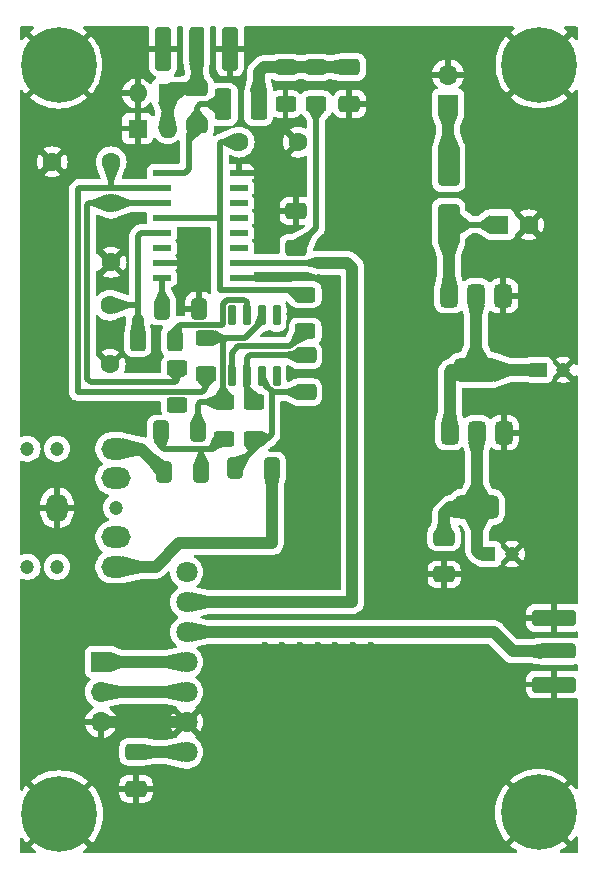
<source format=gbr>
%TF.GenerationSoftware,KiCad,Pcbnew,8.0.3-unknown-202406112021~03dd6c7a8e~ubuntu22.04.1*%
%TF.CreationDate,2024-06-13T18:15:46+05:30*%
%TF.ProjectId,SDR-Board,5344522d-426f-4617-9264-2e6b69636164,rev?*%
%TF.SameCoordinates,Original*%
%TF.FileFunction,Copper,L1,Top*%
%TF.FilePolarity,Positive*%
%FSLAX46Y46*%
G04 Gerber Fmt 4.6, Leading zero omitted, Abs format (unit mm)*
G04 Created by KiCad (PCBNEW 8.0.3-unknown-202406112021~03dd6c7a8e~ubuntu22.04.1) date 2024-06-13 18:15:46*
%MOMM*%
%LPD*%
G01*
G04 APERTURE LIST*
G04 Aperture macros list*
%AMRoundRect*
0 Rectangle with rounded corners*
0 $1 Rounding radius*
0 $2 $3 $4 $5 $6 $7 $8 $9 X,Y pos of 4 corners*
0 Add a 4 corners polygon primitive as box body*
4,1,4,$2,$3,$4,$5,$6,$7,$8,$9,$2,$3,0*
0 Add four circle primitives for the rounded corners*
1,1,$1+$1,$2,$3*
1,1,$1+$1,$4,$5*
1,1,$1+$1,$6,$7*
1,1,$1+$1,$8,$9*
0 Add four rect primitives between the rounded corners*
20,1,$1+$1,$2,$3,$4,$5,0*
20,1,$1+$1,$4,$5,$6,$7,0*
20,1,$1+$1,$6,$7,$8,$9,0*
20,1,$1+$1,$8,$9,$2,$3,0*%
G04 Aperture macros list end*
%TA.AperFunction,SMDPad,CuDef*%
%ADD10RoundRect,0.250000X-0.650000X0.412500X-0.650000X-0.412500X0.650000X-0.412500X0.650000X0.412500X0*%
%TD*%
%TA.AperFunction,SMDPad,CuDef*%
%ADD11RoundRect,0.250000X0.650000X-0.412500X0.650000X0.412500X-0.650000X0.412500X-0.650000X-0.412500X0*%
%TD*%
%TA.AperFunction,SMDPad,CuDef*%
%ADD12RoundRect,0.250000X-0.412500X-0.650000X0.412500X-0.650000X0.412500X0.650000X-0.412500X0.650000X0*%
%TD*%
%TA.AperFunction,SMDPad,CuDef*%
%ADD13RoundRect,0.250000X-0.625000X0.400000X-0.625000X-0.400000X0.625000X-0.400000X0.625000X0.400000X0*%
%TD*%
%TA.AperFunction,SMDPad,CuDef*%
%ADD14RoundRect,0.137500X0.662500X0.137500X-0.662500X0.137500X-0.662500X-0.137500X0.662500X-0.137500X0*%
%TD*%
%TA.AperFunction,ComponentPad*%
%ADD15C,1.600000*%
%TD*%
%TA.AperFunction,SMDPad,CuDef*%
%ADD16RoundRect,0.150000X-0.150000X0.725000X-0.150000X-0.725000X0.150000X-0.725000X0.150000X0.725000X0*%
%TD*%
%TA.AperFunction,ComponentPad*%
%ADD17C,0.800000*%
%TD*%
%TA.AperFunction,ComponentPad*%
%ADD18C,6.400000*%
%TD*%
%TA.AperFunction,SMDPad,CuDef*%
%ADD19RoundRect,0.250000X0.412500X0.650000X-0.412500X0.650000X-0.412500X-0.650000X0.412500X-0.650000X0*%
%TD*%
%TA.AperFunction,WasherPad*%
%ADD20C,1.200000*%
%TD*%
%TA.AperFunction,ComponentPad*%
%ADD21O,2.500000X1.800000*%
%TD*%
%TA.AperFunction,ComponentPad*%
%ADD22O,1.800000X2.500000*%
%TD*%
%TA.AperFunction,SMDPad,CuDef*%
%ADD23RoundRect,0.250001X0.462499X1.074999X-0.462499X1.074999X-0.462499X-1.074999X0.462499X-1.074999X0*%
%TD*%
%TA.AperFunction,SMDPad,CuDef*%
%ADD24RoundRect,0.250000X0.625000X-0.400000X0.625000X0.400000X-0.625000X0.400000X-0.625000X-0.400000X0*%
%TD*%
%TA.AperFunction,ComponentPad*%
%ADD25C,1.800000*%
%TD*%
%TA.AperFunction,SMDPad,CuDef*%
%ADD26RoundRect,0.375000X-0.375000X0.625000X-0.375000X-0.625000X0.375000X-0.625000X0.375000X0.625000X0*%
%TD*%
%TA.AperFunction,SMDPad,CuDef*%
%ADD27RoundRect,0.500000X-1.400000X0.500000X-1.400000X-0.500000X1.400000X-0.500000X1.400000X0.500000X0*%
%TD*%
%TA.AperFunction,SMDPad,CuDef*%
%ADD28RoundRect,0.250000X0.385000X1.350000X-0.385000X1.350000X-0.385000X-1.350000X0.385000X-1.350000X0*%
%TD*%
%TA.AperFunction,SMDPad,CuDef*%
%ADD29RoundRect,0.250000X0.425000X1.600000X-0.425000X1.600000X-0.425000X-1.600000X0.425000X-1.600000X0*%
%TD*%
%TA.AperFunction,ComponentPad*%
%ADD30R,1.600000X1.600000*%
%TD*%
%TA.AperFunction,ComponentPad*%
%ADD31O,1.600000X1.600000*%
%TD*%
%TA.AperFunction,ComponentPad*%
%ADD32R,1.200000X1.200000*%
%TD*%
%TA.AperFunction,ComponentPad*%
%ADD33C,1.200000*%
%TD*%
%TA.AperFunction,ComponentPad*%
%ADD34R,1.700000X1.700000*%
%TD*%
%TA.AperFunction,ComponentPad*%
%ADD35O,1.700000X1.700000*%
%TD*%
%TA.AperFunction,SMDPad,CuDef*%
%ADD36RoundRect,0.250000X1.350000X-0.385000X1.350000X0.385000X-1.350000X0.385000X-1.350000X-0.385000X0*%
%TD*%
%TA.AperFunction,SMDPad,CuDef*%
%ADD37RoundRect,0.250000X1.600000X-0.425000X1.600000X0.425000X-1.600000X0.425000X-1.600000X-0.425000X0*%
%TD*%
%TA.AperFunction,SMDPad,CuDef*%
%ADD38RoundRect,0.250000X0.400000X0.625000X-0.400000X0.625000X-0.400000X-0.625000X0.400000X-0.625000X0*%
%TD*%
%TA.AperFunction,SMDPad,CuDef*%
%ADD39RoundRect,0.250000X0.650000X-1.500000X0.650000X1.500000X-0.650000X1.500000X-0.650000X-1.500000X0*%
%TD*%
%TA.AperFunction,ViaPad*%
%ADD40C,0.600000*%
%TD*%
%TA.AperFunction,ViaPad*%
%ADD41C,0.800000*%
%TD*%
%TA.AperFunction,Conductor*%
%ADD42C,1.000000*%
%TD*%
%TA.AperFunction,Conductor*%
%ADD43C,0.500000*%
%TD*%
%TA.AperFunction,Conductor*%
%ADD44C,0.250000*%
%TD*%
G04 APERTURE END LIST*
D10*
%TO.P,C16,1*%
%TO.N,GND*%
X117670000Y-69725000D03*
%TO.P,C16,2*%
%TO.N,+5V*%
X117670000Y-72850000D03*
%TD*%
D11*
%TO.P,C1,1*%
%TO.N,Net-(U2-2A)*%
X109290000Y-62482500D03*
%TO.P,C1,2*%
%TO.N,Net-(D2-K)*%
X109290000Y-59357500D03*
%TD*%
D12*
%TO.P,C3,1*%
%TO.N,+5V*%
X106330000Y-78020000D03*
%TO.P,C3,2*%
%TO.N,GND*%
X109455000Y-78020000D03*
%TD*%
D13*
%TO.P,R3,1*%
%TO.N,Net-(C2-Pad1)*%
X116770000Y-57575000D03*
%TO.P,R3,2*%
%TO.N,GND*%
X116770000Y-60675000D03*
%TD*%
D14*
%TO.P,U2,1,1~{OE}*%
%TO.N,GND*%
X112815000Y-75395000D03*
%TO.P,U2,2,S1*%
%TO.N,Net-(U1-S1)*%
X112815000Y-74125000D03*
%TO.P,U2,3,1B4*%
%TO.N,unconnected-(U2-1B4-Pad3)*%
X112815000Y-72855000D03*
%TO.P,U2,4,1B3*%
%TO.N,unconnected-(U2-1B3-Pad4)*%
X112815000Y-71585000D03*
%TO.P,U2,5,1B2*%
%TO.N,unconnected-(U2-1B2-Pad5)*%
X112815000Y-70315000D03*
%TO.P,U2,6,1B1*%
%TO.N,unconnected-(U2-1B1-Pad6)*%
X112815000Y-69045000D03*
%TO.P,U2,7,1A*%
%TO.N,unconnected-(U2-1A-Pad7)*%
X112815000Y-67775000D03*
%TO.P,U2,8,GND*%
%TO.N,GND*%
X112815000Y-66505000D03*
%TO.P,U2,9,2A*%
%TO.N,Net-(U2-2A)*%
X106315000Y-66505000D03*
%TO.P,U2,10,2B1*%
%TO.N,Net-(U2-2B1)*%
X106315000Y-67775000D03*
%TO.P,U2,11,2B2*%
%TO.N,Net-(U2-2B2)*%
X106315000Y-69045000D03*
%TO.P,U2,12,2B3*%
%TO.N,Net-(U2-2B3)*%
X106315000Y-70315000D03*
%TO.P,U2,13,2B4*%
%TO.N,Net-(U2-2B4)*%
X106315000Y-71585000D03*
%TO.P,U2,14,S0*%
%TO.N,Net-(U1-SO)*%
X106315000Y-72855000D03*
%TO.P,U2,15,2~{OE}*%
%TO.N,GND*%
X106315000Y-74125000D03*
%TO.P,U2,16,VCC*%
%TO.N,+5V*%
X106315000Y-75395000D03*
%TD*%
D10*
%TO.P,C2,1*%
%TO.N,Net-(C2-Pad1)*%
X122170000Y-57545000D03*
%TO.P,C2,2*%
%TO.N,GND*%
X122170000Y-60670000D03*
%TD*%
D15*
%TO.P,C5,1*%
%TO.N,GND*%
X97010000Y-65570000D03*
%TO.P,C5,2*%
%TO.N,Net-(U2-2B1)*%
X102010000Y-65570000D03*
%TD*%
D16*
%TO.P,U6,1*%
%TO.N,RX_Q*%
X116030000Y-78575000D03*
%TO.P,U6,2,-*%
%TO.N,Net-(U6A--)*%
X114760000Y-78575000D03*
%TO.P,U6,3,+*%
%TO.N,Net-(U6A-+)*%
X113490000Y-78575000D03*
%TO.P,U6,4,V-*%
%TO.N,GND*%
X112220000Y-78575000D03*
%TO.P,U6,5,+*%
%TO.N,Net-(U6B-+)*%
X112220000Y-83725000D03*
%TO.P,U6,6,-*%
%TO.N,Net-(U6B--)*%
X113490000Y-83725000D03*
%TO.P,U6,7*%
%TO.N,RX_I*%
X114760000Y-83725000D03*
%TO.P,U6,8,V+*%
%TO.N,+5V*%
X116030000Y-83725000D03*
%TD*%
D17*
%TO.P,H4,1,1*%
%TO.N,GND*%
X135790000Y-120660000D03*
X136492944Y-118962944D03*
X136492944Y-122357056D03*
X138190000Y-118260000D03*
D18*
X138190000Y-120660000D03*
D17*
X138190000Y-123060000D03*
X139887056Y-118962944D03*
X139887056Y-122357056D03*
X140590000Y-120660000D03*
%TD*%
D19*
%TO.P,CC2,1*%
%TO.N,RX_Q*%
X109622500Y-91800000D03*
%TO.P,CC2,2*%
%TO.N,Net-(CC2-Pad2)*%
X106497500Y-91800000D03*
%TD*%
D20*
%TO.P,J3,*%
%TO.N,*%
X94920000Y-89860000D03*
X94920000Y-99860000D03*
X97420000Y-89860000D03*
X97420000Y-99860000D03*
X102420000Y-94860000D03*
D21*
%TO.P,J3,R*%
%TO.N,Net-(CC2-Pad2)*%
X102420000Y-89860000D03*
%TO.P,J3,RN*%
%TO.N,unconnected-(J3-PadRN)*%
X102420000Y-92360000D03*
D22*
%TO.P,J3,S*%
%TO.N,GND*%
X97420000Y-94860000D03*
D21*
%TO.P,J3,T*%
%TO.N,Net-(CC1-Pad1)*%
X102420000Y-99860000D03*
%TO.P,J3,TN*%
%TO.N,unconnected-(J3-PadTN)*%
X102420000Y-97360000D03*
%TD*%
D11*
%TO.P,C17,1*%
%TO.N,GND*%
X130190000Y-100505000D03*
%TO.P,C17,2*%
%TO.N,+3.3V*%
X130190000Y-97380000D03*
%TD*%
D23*
%TO.P,L1,1*%
%TO.N,Net-(C2-Pad1)*%
X114487500Y-60700000D03*
%TO.P,L1,2*%
%TO.N,Net-(U2-2A)*%
X111512500Y-60700000D03*
%TD*%
D24*
%TO.P,R5,1*%
%TO.N,Net-(U6B-+)*%
X118440000Y-79910000D03*
%TO.P,R5,2*%
%TO.N,Net-(U2-2B3)*%
X118440000Y-76810000D03*
%TD*%
D25*
%TO.P,U1,1,VIN*%
%TO.N,+3.3V*%
X108406800Y-115540000D03*
%TO.P,U1,2,GND*%
%TO.N,GND*%
X108406800Y-113000000D03*
%TO.P,U1,3,SDA*%
%TO.N,Net-(J1-Pin_2)*%
X108406800Y-110460000D03*
%TO.P,U1,4,SCL*%
%TO.N,Net-(J1-Pin_1)*%
X108406800Y-107920000D03*
%TO.P,U1,5,S2*%
%TO.N,Net-(TX1-In)*%
X108406800Y-105380000D03*
%TO.P,U1,6,S1*%
%TO.N,Net-(U1-S1)*%
X108406800Y-102840000D03*
%TO.P,U1,7,SO*%
%TO.N,Net-(U1-SO)*%
X108406800Y-100300000D03*
%TD*%
D26*
%TO.P,U5,1,GND*%
%TO.N,GND*%
X135270000Y-88500000D03*
%TO.P,U5,2,VO*%
%TO.N,+3.3V*%
X132970000Y-88500000D03*
D27*
X132970000Y-94800000D03*
D26*
%TO.P,U5,3,VI*%
%TO.N,+5V*%
X130670000Y-88500000D03*
%TD*%
D15*
%TO.P,C7,1*%
%TO.N,GND*%
X101920000Y-82710000D03*
%TO.P,C7,2*%
%TO.N,Net-(U2-2B4)*%
X101920000Y-77710000D03*
%TD*%
D28*
%TO.P,RX1,1,In*%
%TO.N,Net-(D2-K)*%
X109240000Y-55732500D03*
D29*
%TO.P,RX1,2,Ext*%
%TO.N,GND*%
X106415000Y-55982500D03*
X112065000Y-55982500D03*
%TD*%
D30*
%TO.P,D3,1,K*%
%TO.N,GND*%
X104244315Y-62750000D03*
D31*
%TO.P,D3,2,A*%
%TO.N,Net-(D2-K)*%
X106784315Y-62750000D03*
%TD*%
D13*
%TO.P,R6,1*%
%TO.N,Net-(U6A--)*%
X110070000Y-80470000D03*
%TO.P,R6,2*%
%TO.N,Net-(U2-2B1)*%
X110070000Y-83570000D03*
%TD*%
D26*
%TO.P,U3,1,GND*%
%TO.N,GND*%
X135220000Y-76910000D03*
%TO.P,U3,2,VO*%
%TO.N,+5V*%
X132920000Y-76910000D03*
D27*
X132920000Y-83210000D03*
D26*
%TO.P,U3,3,VI*%
%TO.N,+12V*%
X130620000Y-76910000D03*
%TD*%
D10*
%TO.P,C11,1*%
%TO.N,Net-(U6B--)*%
X118470000Y-81945000D03*
%TO.P,C11,2*%
%TO.N,RX_I*%
X118470000Y-85070000D03*
%TD*%
D30*
%TO.P,C8,1*%
%TO.N,+12V*%
X134870000Y-70900000D03*
D15*
%TO.P,C8,2*%
%TO.N,GND*%
X137370000Y-70900000D03*
%TD*%
D19*
%TO.P,C12,1*%
%TO.N,Net-(U6A--)*%
X109322500Y-88400000D03*
%TO.P,C12,2*%
%TO.N,RX_Q*%
X106197500Y-88400000D03*
%TD*%
D17*
%TO.P,H2,1,1*%
%TO.N,GND*%
X95150000Y-57360000D03*
X95852944Y-55662944D03*
X95852944Y-59057056D03*
X97550000Y-54960000D03*
D18*
X97550000Y-57360000D03*
D17*
X97550000Y-59760000D03*
X99247056Y-55662944D03*
X99247056Y-59057056D03*
X99950000Y-57360000D03*
%TD*%
D32*
%TO.P,C15,1*%
%TO.N,+3.3V*%
X133940000Y-98770000D03*
D33*
%TO.P,C15,2*%
%TO.N,GND*%
X135940000Y-98770000D03*
%TD*%
D34*
%TO.P,J1,1,Pin_1*%
%TO.N,Net-(J1-Pin_1)*%
X101150000Y-107900000D03*
D35*
%TO.P,J1,2,Pin_2*%
%TO.N,Net-(J1-Pin_2)*%
X101150000Y-110440000D03*
%TO.P,J1,3,Pin_3*%
%TO.N,GND*%
X101150000Y-112980000D03*
%TD*%
D15*
%TO.P,C6,1*%
%TO.N,GND*%
X117840000Y-63900000D03*
%TO.P,C6,2*%
%TO.N,Net-(U2-2B3)*%
X112840000Y-63900000D03*
%TD*%
D36*
%TO.P,TX1,1,In*%
%TO.N,Net-(TX1-In)*%
X139750000Y-107000000D03*
D37*
%TO.P,TX1,2,Ext*%
%TO.N,GND*%
X139500000Y-104175000D03*
X139500000Y-109825000D03*
%TD*%
D17*
%TO.P,H1,1,1*%
%TO.N,GND*%
X135852944Y-57342944D03*
X136555888Y-55645888D03*
X136555888Y-59040000D03*
X138252944Y-54942944D03*
D18*
X138252944Y-57342944D03*
D17*
X138252944Y-59742944D03*
X139950000Y-55645888D03*
X139950000Y-59040000D03*
X140652944Y-57342944D03*
%TD*%
D24*
%TO.P,R4,1*%
%TO.N,Net-(U6B--)*%
X107595000Y-86150000D03*
%TO.P,R4,2*%
%TO.N,Net-(U2-2B2)*%
X107595000Y-83050000D03*
%TD*%
D19*
%TO.P,CC1,1*%
%TO.N,Net-(CC1-Pad1)*%
X115625000Y-91500000D03*
%TO.P,CC1,2*%
%TO.N,RX_I*%
X112500000Y-91500000D03*
%TD*%
D30*
%TO.P,D2,1,K*%
%TO.N,Net-(D2-K)*%
X106781370Y-59770000D03*
D31*
%TO.P,D2,2,A*%
%TO.N,GND*%
X104241370Y-59770000D03*
%TD*%
D32*
%TO.P,C13,1*%
%TO.N,+5V*%
X138290000Y-83190000D03*
D33*
%TO.P,C13,2*%
%TO.N,GND*%
X140290000Y-83190000D03*
%TD*%
D38*
%TO.P,R7,1*%
%TO.N,Net-(U6A-+)*%
X107370000Y-80730000D03*
%TO.P,R7,2*%
%TO.N,Net-(U2-2B4)*%
X104270000Y-80730000D03*
%TD*%
D24*
%TO.P,R2,1*%
%TO.N,+5V*%
X119360000Y-60675000D03*
%TO.P,R2,2*%
%TO.N,Net-(C2-Pad1)*%
X119360000Y-57575000D03*
%TD*%
D34*
%TO.P,J2,1,Pin_1*%
%TO.N,Net-(D1-A)*%
X130530000Y-60725000D03*
D35*
%TO.P,J2,2,Pin_2*%
%TO.N,GND*%
X130530000Y-58185000D03*
%TD*%
D10*
%TO.P,C14,1*%
%TO.N,+3.3V*%
X104110000Y-115527500D03*
%TO.P,C14,2*%
%TO.N,GND*%
X104110000Y-118652500D03*
%TD*%
D17*
%TO.P,H3,1,1*%
%TO.N,GND*%
X95220000Y-120790000D03*
X95922944Y-119092944D03*
X95922944Y-122487056D03*
X97620000Y-118390000D03*
D18*
X97620000Y-120790000D03*
D17*
X97620000Y-123190000D03*
X99317056Y-119092944D03*
X99317056Y-122487056D03*
X100020000Y-120790000D03*
%TD*%
D39*
%TO.P,D1,1,K*%
%TO.N,+12V*%
X130590000Y-70880000D03*
%TO.P,D1,2,A*%
%TO.N,Net-(D1-A)*%
X130590000Y-65880000D03*
%TD*%
D15*
%TO.P,C4,1*%
%TO.N,GND*%
X102000000Y-74070000D03*
%TO.P,C4,2*%
%TO.N,Net-(U2-2B2)*%
X102000000Y-69070000D03*
%TD*%
D13*
%TO.P,R9,1*%
%TO.N,Net-(U6A--)*%
X111520000Y-85910000D03*
%TO.P,R9,2*%
%TO.N,RX_Q*%
X111520000Y-89010000D03*
%TD*%
%TO.P,R8,1*%
%TO.N,Net-(U6B--)*%
X114090000Y-85920000D03*
%TO.P,R8,2*%
%TO.N,RX_I*%
X114090000Y-89020000D03*
%TD*%
D40*
%TO.N,+5V*%
X116050000Y-84130000D03*
X106670000Y-75370000D03*
X117670000Y-72900000D03*
X116030000Y-83400000D03*
X105940000Y-75390000D03*
%TO.N,RX_Q*%
X116070000Y-78730000D03*
X116070000Y-78100000D03*
X111560000Y-89030000D03*
%TO.N,Net-(U6B--)*%
X113790000Y-86160000D03*
X114410000Y-85690000D03*
X107630000Y-86220000D03*
%TO.N,GND*%
X110000000Y-121500000D03*
X117500000Y-99000000D03*
X97000000Y-109500000D03*
X126000000Y-90000000D03*
X96500000Y-77000000D03*
X121000000Y-109500000D03*
X127000000Y-74000000D03*
X137500000Y-62000000D03*
X126500000Y-59500000D03*
X102000000Y-102500000D03*
X127500000Y-87000000D03*
X119000000Y-87000000D03*
X95500000Y-102000000D03*
X95500000Y-112500000D03*
X110000000Y-118500000D03*
X110000000Y-120000000D03*
X120500000Y-90000000D03*
X139500000Y-97500000D03*
X124500000Y-91500000D03*
X125500000Y-62000000D03*
X98500000Y-106500000D03*
X116000000Y-118500000D03*
X96500000Y-78500000D03*
X119000000Y-97500000D03*
X113000000Y-120000000D03*
X100500000Y-105500000D03*
X127000000Y-69500000D03*
X127000000Y-66500000D03*
X105000000Y-105500000D03*
X95000000Y-78500000D03*
X141000000Y-102000000D03*
X124000000Y-65000000D03*
X98500000Y-102000000D03*
X113000000Y-118500000D03*
X126500000Y-56500000D03*
X127000000Y-80000000D03*
X97000000Y-108000000D03*
X140500000Y-88500000D03*
X120500000Y-88500000D03*
X116000000Y-121500000D03*
X96500000Y-80000000D03*
X118000000Y-106500000D03*
X96500000Y-74000000D03*
D41*
X109115000Y-74140000D03*
D40*
X139000000Y-88500000D03*
X139500000Y-99000000D03*
X136500000Y-112000000D03*
X124000000Y-121500000D03*
X124000000Y-108000000D03*
X119000000Y-99000000D03*
X117500000Y-88500000D03*
X127000000Y-121500000D03*
X139000000Y-65000000D03*
X105000000Y-102500000D03*
X97000000Y-102000000D03*
X98000000Y-80000000D03*
X137500000Y-65000000D03*
X139500000Y-112000000D03*
X97000000Y-103500000D03*
X124500000Y-88500000D03*
X118000000Y-109500000D03*
X95500000Y-103500000D03*
X102000000Y-104000000D03*
X119000000Y-94500000D03*
X121000000Y-120000000D03*
X100000000Y-62000000D03*
X138500000Y-75500000D03*
X119500000Y-120000000D03*
X119500000Y-118500000D03*
X122500000Y-108000000D03*
X102000000Y-105500000D03*
X95000000Y-72500000D03*
X97000000Y-105000000D03*
X139000000Y-66500000D03*
X127000000Y-71000000D03*
X126000000Y-91500000D03*
X119050000Y-75350000D03*
X119000000Y-91500000D03*
X126000000Y-87000000D03*
X127500000Y-91500000D03*
X139500000Y-100500000D03*
X136000000Y-62000000D03*
X138000000Y-113500000D03*
X113000000Y-121500000D03*
X122500000Y-106500000D03*
X116500000Y-108000000D03*
X119500000Y-121500000D03*
X124000000Y-120000000D03*
X116000000Y-120000000D03*
X95500000Y-111000000D03*
X112270000Y-78070000D03*
X120500000Y-96000000D03*
X117500000Y-94500000D03*
X98000000Y-78500000D03*
X139500000Y-113500000D03*
X119000000Y-90000000D03*
X98500000Y-103500000D03*
X131500000Y-120000000D03*
X137500000Y-66500000D03*
X141000000Y-71500000D03*
X124000000Y-118500000D03*
X125500000Y-120000000D03*
X124500000Y-100500000D03*
X95500000Y-106500000D03*
X98000000Y-71000000D03*
X125500000Y-118500000D03*
X96500000Y-71000000D03*
X119500000Y-106500000D03*
X122500000Y-109500000D03*
X138000000Y-102000000D03*
X98500000Y-111000000D03*
X140000000Y-78500000D03*
X138500000Y-77000000D03*
X119500000Y-108000000D03*
X127000000Y-78500000D03*
X103500000Y-105500000D03*
X121000000Y-121500000D03*
X127000000Y-118500000D03*
X140500000Y-91500000D03*
X126000000Y-97500000D03*
X117500000Y-121500000D03*
X112270000Y-78880000D03*
X127000000Y-120000000D03*
X131500000Y-121500000D03*
X95500000Y-114000000D03*
X117500000Y-97500000D03*
X111500000Y-120000000D03*
X97000000Y-114000000D03*
X125500000Y-66500000D03*
X127000000Y-68000000D03*
X120500000Y-94500000D03*
X138000000Y-112000000D03*
X124000000Y-71000000D03*
X95000000Y-77000000D03*
X127000000Y-63500000D03*
X96500000Y-72500000D03*
X95500000Y-108000000D03*
X124000000Y-63500000D03*
X127000000Y-81500000D03*
X125000000Y-58000000D03*
X139000000Y-91500000D03*
X138000000Y-97500000D03*
X128500000Y-120000000D03*
X122500000Y-118500000D03*
X111500000Y-118500000D03*
X139000000Y-63500000D03*
X115000000Y-109500000D03*
X141000000Y-70000000D03*
X124000000Y-62000000D03*
X98000000Y-72500000D03*
X97000000Y-62000000D03*
X122500000Y-121500000D03*
X117610000Y-67680000D03*
X120500000Y-87000000D03*
X139000000Y-62000000D03*
X141000000Y-67000000D03*
X125000000Y-59500000D03*
X95000000Y-71000000D03*
X121000000Y-106500000D03*
X108500000Y-118500000D03*
X136000000Y-66500000D03*
X141000000Y-74500000D03*
X114500000Y-120000000D03*
X98500000Y-109500000D03*
X98500000Y-112500000D03*
X100500000Y-104000000D03*
X114500000Y-121500000D03*
X98500000Y-114000000D03*
X103500000Y-102500000D03*
X95000000Y-80000000D03*
X119500000Y-109500000D03*
X122500000Y-120000000D03*
X95500000Y-105000000D03*
X130000000Y-120000000D03*
X136500000Y-113500000D03*
X137500000Y-63500000D03*
X120500000Y-97500000D03*
X120500000Y-91500000D03*
X97000000Y-111000000D03*
X124000000Y-66500000D03*
X130000000Y-121500000D03*
X117500000Y-87000000D03*
X98500000Y-62000000D03*
X125500000Y-69500000D03*
X103500000Y-104000000D03*
X105000000Y-104000000D03*
X127500000Y-88500000D03*
X127500000Y-90000000D03*
X119700000Y-75370000D03*
X95000000Y-75500000D03*
X115000000Y-108000000D03*
X139500000Y-102000000D03*
X139000000Y-90000000D03*
X138000000Y-100500000D03*
X140000000Y-77000000D03*
X140000000Y-75500000D03*
X136000000Y-63500000D03*
X95500000Y-109500000D03*
X109520000Y-78330000D03*
X98500000Y-108000000D03*
X141000000Y-68500000D03*
X118000000Y-108000000D03*
X97000000Y-63500000D03*
X130000000Y-118500000D03*
X108500000Y-120000000D03*
X125500000Y-63500000D03*
X127000000Y-77000000D03*
X125000000Y-56500000D03*
X141000000Y-73000000D03*
X119000000Y-88500000D03*
X125500000Y-68000000D03*
X98500000Y-63500000D03*
X97000000Y-106500000D03*
X108500000Y-121500000D03*
X117500000Y-120000000D03*
X121000000Y-118500000D03*
X116500000Y-109500000D03*
X138000000Y-99000000D03*
X124000000Y-106500000D03*
X124000000Y-69500000D03*
X121000000Y-108000000D03*
X136000000Y-65000000D03*
X138500000Y-78500000D03*
X117500000Y-118500000D03*
X96500000Y-75500000D03*
X116500000Y-106500000D03*
X98000000Y-75500000D03*
X117500000Y-96000000D03*
X141000000Y-65500000D03*
X141000000Y-99000000D03*
X95000000Y-74000000D03*
X124000000Y-68000000D03*
X128500000Y-121500000D03*
X125500000Y-71000000D03*
X126000000Y-88500000D03*
X111500000Y-121500000D03*
X127000000Y-75500000D03*
X97000000Y-112500000D03*
X128500000Y-118500000D03*
X126500000Y-58000000D03*
X98000000Y-77000000D03*
X100000000Y-63500000D03*
X125500000Y-121500000D03*
X124500000Y-99000000D03*
X141000000Y-100500000D03*
X124500000Y-87000000D03*
X124500000Y-97500000D03*
X127000000Y-65000000D03*
X119000000Y-96000000D03*
X131500000Y-118500000D03*
X114500000Y-118500000D03*
X100500000Y-102500000D03*
X125500000Y-65000000D03*
X124000000Y-109500000D03*
X120500000Y-99000000D03*
X109480000Y-77580000D03*
X98000000Y-74000000D03*
X141000000Y-97500000D03*
X127000000Y-72500000D03*
X126000000Y-99000000D03*
X98500000Y-105000000D03*
X127000000Y-62000000D03*
X126000000Y-100500000D03*
X124500000Y-90000000D03*
X140500000Y-90000000D03*
X115000000Y-106500000D03*
%TO.N,Net-(U1-SO)*%
X106080000Y-72850000D03*
X106780000Y-72830000D03*
%TD*%
D42*
%TO.N,Net-(D2-K)*%
X106781370Y-59770000D02*
X106781370Y-62747055D01*
X107193870Y-59357500D02*
X106781370Y-59770000D01*
X109290000Y-59357500D02*
X107193870Y-59357500D01*
X109290000Y-59357500D02*
X109290000Y-55782500D01*
D43*
%TO.N,+12V*%
X130590000Y-70880000D02*
X134850000Y-70880000D01*
D42*
X130620000Y-76910000D02*
X130620000Y-70910000D01*
%TO.N,+5V*%
X130790000Y-83210000D02*
X132920000Y-83210000D01*
X132920000Y-83210000D02*
X132920000Y-76910000D01*
D43*
X119360000Y-71160000D02*
X117670000Y-72850000D01*
D42*
X130670000Y-88500000D02*
X130670000Y-83330000D01*
D43*
X119360000Y-60675000D02*
X119360000Y-71160000D01*
D42*
X132920000Y-83210000D02*
X138270000Y-83210000D01*
X130670000Y-83330000D02*
X130790000Y-83210000D01*
D43*
X106330000Y-78020000D02*
X106330000Y-75410000D01*
%TO.N,RX_I*%
X114090000Y-89910000D02*
X112500000Y-91500000D01*
X115190000Y-89050000D02*
X114090000Y-89050000D01*
X114090000Y-89020000D02*
X114090000Y-89910000D01*
X115588658Y-85011342D02*
X115647316Y-85070000D01*
X114760000Y-84182684D02*
X115588658Y-85011342D01*
X115588658Y-85011342D02*
X115588658Y-88651342D01*
X115588658Y-88651342D02*
X115190000Y-89050000D01*
X115647316Y-85070000D02*
X118470000Y-85070000D01*
%TO.N,RX_Q*%
X106197500Y-89617500D02*
X106470000Y-89890000D01*
X109610000Y-89890000D02*
X110640000Y-89890000D01*
X110640000Y-89890000D02*
X111500000Y-89030000D01*
X109622500Y-91800000D02*
X109622500Y-89902500D01*
X109622500Y-89902500D02*
X109610000Y-89890000D01*
X106197500Y-88400000D02*
X106197500Y-89617500D01*
X106470000Y-89890000D02*
X109610000Y-89890000D01*
%TO.N,Net-(U6B--)*%
X113490000Y-82180000D02*
X113725000Y-81945000D01*
X113490000Y-85350000D02*
X114090000Y-85950000D01*
X113490000Y-83725000D02*
X113490000Y-82180000D01*
X113490000Y-83725000D02*
X113490000Y-85350000D01*
X113725000Y-81945000D02*
X118470000Y-81945000D01*
%TO.N,Net-(U6A--)*%
X111470000Y-80720000D02*
X111720000Y-80470000D01*
X109560000Y-85910000D02*
X109322500Y-86147500D01*
X111720000Y-80470000D02*
X113322684Y-80470000D01*
X109322500Y-88400000D02*
X109322500Y-86147500D01*
X110070000Y-80470000D02*
X111720000Y-80470000D01*
X113322684Y-80470000D02*
X114760000Y-79032684D01*
X111520000Y-85910000D02*
X109560000Y-85910000D01*
X111470000Y-85860000D02*
X111470000Y-80720000D01*
%TO.N,Net-(U6B-+)*%
X112220000Y-81720000D02*
X112770000Y-81170000D01*
X117180000Y-81170000D02*
X118440000Y-79910000D01*
X112770000Y-81170000D02*
X117180000Y-81170000D01*
X112220000Y-83725000D02*
X112220000Y-81720000D01*
%TO.N,Net-(U6A-+)*%
X111470000Y-77597316D02*
X111817316Y-77250000D01*
X113270000Y-77250000D02*
X113490000Y-77470000D01*
X107370000Y-80730000D02*
X107370000Y-79810000D01*
X107370000Y-79810000D02*
X107810000Y-79370000D01*
X111817316Y-77250000D02*
X113270000Y-77250000D01*
X111470000Y-79250000D02*
X111470000Y-77597316D01*
X111350000Y-79370000D02*
X111470000Y-79250000D01*
X113490000Y-77470000D02*
X113490000Y-78575000D01*
X107810000Y-79370000D02*
X111350000Y-79370000D01*
%TO.N,Net-(U2-2A)*%
X109290000Y-60980000D02*
X109570000Y-60700000D01*
X109290000Y-62482500D02*
X109290000Y-60980000D01*
X106315000Y-66505000D02*
X108245000Y-66505000D01*
X108560000Y-66190000D02*
X108560000Y-63212500D01*
X108560000Y-63212500D02*
X109290000Y-62482500D01*
X109570000Y-60700000D02*
X111512500Y-60700000D01*
X108245000Y-66505000D02*
X108560000Y-66190000D01*
D42*
%TO.N,Net-(C2-Pad1)*%
X114935000Y-57545000D02*
X122170000Y-57545000D01*
X114487500Y-57992500D02*
X114935000Y-57545000D01*
D43*
X116770000Y-57575000D02*
X122140000Y-57575000D01*
D42*
X114487500Y-60700000D02*
X114487500Y-57992500D01*
D43*
%TO.N,GND*%
X106315000Y-74125000D02*
X109100000Y-74125000D01*
D42*
X108406800Y-113000000D02*
X101170000Y-113000000D01*
D43*
X109100000Y-74125000D02*
X109115000Y-74140000D01*
X109455000Y-74480000D02*
X109115000Y-74140000D01*
D44*
X109180000Y-74205000D02*
X109115000Y-74140000D01*
D43*
X112815000Y-75395000D02*
X119765000Y-75395000D01*
X109455000Y-77555000D02*
X109455000Y-74480000D01*
%TO.N,Net-(U2-2B2)*%
X99960000Y-83940000D02*
X99960000Y-69210000D01*
X100100000Y-69070000D02*
X102000000Y-69070000D01*
X100260000Y-84240000D02*
X99960000Y-83940000D01*
X107595000Y-83050000D02*
X107595000Y-84015000D01*
X107400000Y-84240000D02*
X100260000Y-84240000D01*
X107595000Y-84015000D02*
X107610000Y-84030000D01*
X102000000Y-69070000D02*
X106290000Y-69070000D01*
X99960000Y-69210000D02*
X100100000Y-69070000D01*
X107610000Y-84030000D02*
X107400000Y-84240000D01*
%TO.N,Net-(U2-2B1)*%
X103360000Y-67775000D02*
X106315000Y-67775000D01*
X106315000Y-67775000D02*
X99305000Y-67775000D01*
X101970000Y-67775000D02*
X103360000Y-67775000D01*
X102010000Y-65570000D02*
X102010000Y-67735000D01*
X100085000Y-67775000D02*
X100080000Y-67780000D01*
X99170000Y-85040000D02*
X109669999Y-85040000D01*
X102010000Y-67735000D02*
X101970000Y-67775000D01*
X109669999Y-85040000D02*
X109939999Y-84770000D01*
X99305000Y-67775000D02*
X99170000Y-67910000D01*
X101970000Y-67775000D02*
X100085000Y-67775000D01*
X109939999Y-84770000D02*
X109939999Y-83570000D01*
X99170000Y-67910000D02*
X99170000Y-85040000D01*
%TO.N,Net-(U2-2B3)*%
X112840000Y-63900000D02*
X111340000Y-63900000D01*
X111200000Y-64040000D02*
X111340000Y-63900000D01*
X111200000Y-76460000D02*
X111200000Y-70320000D01*
X111195000Y-70315000D02*
X111200000Y-70320000D01*
X106315000Y-70315000D02*
X111195000Y-70315000D01*
X111200000Y-76460000D02*
X118090000Y-76460000D01*
X111200000Y-70320000D02*
X111200000Y-64040000D01*
%TO.N,Net-(U2-2B4)*%
X104300000Y-78890000D02*
X104300000Y-76750000D01*
X104300000Y-77560000D02*
X104150000Y-77710000D01*
X104565000Y-71585000D02*
X104300000Y-71850000D01*
D42*
X104270000Y-80730000D02*
X104270000Y-78920000D01*
D43*
X104300000Y-76750000D02*
X104300000Y-77560000D01*
X106315000Y-71585000D02*
X104565000Y-71585000D01*
X104300000Y-71850000D02*
X104300000Y-76750000D01*
X104150000Y-77710000D02*
X101920000Y-77710000D01*
D42*
%TO.N,+3.3V*%
X133940000Y-98770000D02*
X133270000Y-98770000D01*
X132970000Y-94800000D02*
X130700000Y-94800000D01*
X132970000Y-88500000D02*
X132970000Y-94800000D01*
X104110000Y-115527500D02*
X108394300Y-115527500D01*
X133270000Y-98770000D02*
X133000000Y-98500000D01*
X133000000Y-97500000D02*
X132970000Y-97470000D01*
X130190000Y-95310000D02*
X130700000Y-94800000D01*
D43*
X130700000Y-94800000D02*
X130610000Y-94800000D01*
D42*
X132970000Y-97470000D02*
X132970000Y-94800000D01*
X130190000Y-97380000D02*
X130190000Y-95310000D01*
X133000000Y-98500000D02*
X133000000Y-97500000D01*
%TO.N,Net-(D1-A)*%
X130530000Y-60725000D02*
X130530000Y-65820000D01*
%TO.N,Net-(J1-Pin_2)*%
X101150000Y-110440000D02*
X108386800Y-110440000D01*
%TO.N,Net-(J1-Pin_1)*%
X101150000Y-107900000D02*
X108386800Y-107900000D01*
%TO.N,Net-(TX1-In)*%
X108406800Y-105380000D02*
X134380000Y-105380000D01*
X134380000Y-105380000D02*
X136000000Y-107000000D01*
X136000000Y-107000000D02*
X139750000Y-107000000D01*
%TO.N,Net-(U1-S1)*%
X108406800Y-102840000D02*
X122430000Y-102840000D01*
X122430000Y-74555000D02*
X122000000Y-74125000D01*
D43*
X119500000Y-74125000D02*
X112815000Y-74125000D01*
D42*
X122430000Y-102840000D02*
X122430000Y-74555000D01*
X122000000Y-74125000D02*
X119500000Y-74125000D01*
%TO.N,Net-(CC1-Pad1)*%
X107780000Y-97850000D02*
X115625000Y-97850000D01*
X102420000Y-99860000D02*
X105770000Y-99860000D01*
X115625000Y-97850000D02*
X115625000Y-91500000D01*
X105770000Y-99860000D02*
X107780000Y-97850000D01*
%TO.N,Net-(CC2-Pad2)*%
X104557500Y-89860000D02*
X106497500Y-91800000D01*
X102420000Y-89860000D02*
X104557500Y-89860000D01*
%TD*%
%TA.AperFunction,Conductor*%
%TO.N,+12V*%
G36*
X134076762Y-70106754D02*
G01*
X134600662Y-70630000D01*
X134862659Y-70891669D01*
X134866091Y-70899940D01*
X134862669Y-70908215D01*
X134862607Y-70908277D01*
X134076940Y-71683210D01*
X134068644Y-71686580D01*
X134062014Y-71684465D01*
X133274990Y-71133493D01*
X133270178Y-71125941D01*
X133270000Y-71123908D01*
X133270000Y-70636283D01*
X133273427Y-70628010D01*
X133275232Y-70626533D01*
X134062033Y-70105277D01*
X134070822Y-70103566D01*
X134076762Y-70106754D01*
G37*
%TD.AperFunction*%
%TD*%
%TA.AperFunction,Conductor*%
%TO.N,Net-(U1-S1)*%
G36*
X119307677Y-73666860D02*
G01*
X119312573Y-73672463D01*
X119499127Y-74120503D01*
X119499144Y-74129457D01*
X119499127Y-74129497D01*
X119312573Y-74577536D01*
X119306229Y-74583857D01*
X119298806Y-74584357D01*
X118508734Y-74377289D01*
X118501600Y-74371876D01*
X118500000Y-74365971D01*
X118500000Y-73884028D01*
X118503427Y-73875755D01*
X118508731Y-73872711D01*
X119298806Y-73665642D01*
X119307677Y-73666860D01*
G37*
%TD.AperFunction*%
%TD*%
%TA.AperFunction,Conductor*%
%TO.N,+3.3V*%
G36*
X132978269Y-94807277D02*
G01*
X132978277Y-94807285D01*
X133964042Y-95794037D01*
X133967465Y-95802312D01*
X133966230Y-95807538D01*
X133473234Y-96793532D01*
X133466469Y-96799400D01*
X133462769Y-96800000D01*
X132477231Y-96800000D01*
X132468958Y-96796573D01*
X132466766Y-96793532D01*
X131973769Y-95807538D01*
X131973134Y-95798606D01*
X131975957Y-95794037D01*
X132961723Y-94807285D01*
X132969994Y-94803854D01*
X132978269Y-94807277D01*
G37*
%TD.AperFunction*%
%TD*%
%TA.AperFunction,Conductor*%
%TO.N,+5V*%
G36*
X117895585Y-72287004D02*
G01*
X118233899Y-72625318D01*
X118237326Y-72633591D01*
X118234993Y-72640601D01*
X117890196Y-73101355D01*
X117882496Y-73105926D01*
X117873819Y-73103712D01*
X117872583Y-73102646D01*
X117669293Y-72900707D01*
X117669238Y-72900652D01*
X117466291Y-72696347D01*
X117462892Y-72688062D01*
X117466346Y-72679800D01*
X117466434Y-72679714D01*
X117879246Y-72286801D01*
X117887601Y-72283581D01*
X117895585Y-72287004D01*
G37*
%TD.AperFunction*%
%TD*%
%TA.AperFunction,Conductor*%
%TO.N,+12V*%
G36*
X131498071Y-69985829D02*
G01*
X131499744Y-69987037D01*
X132385150Y-70626497D01*
X132389851Y-70634119D01*
X132390000Y-70635982D01*
X132390000Y-71124017D01*
X132386573Y-71132290D01*
X132385150Y-71133502D01*
X131498073Y-71774169D01*
X131489360Y-71776235D01*
X131482954Y-71772962D01*
X130597286Y-70888277D01*
X130593856Y-70880006D01*
X130597278Y-70871731D01*
X130597287Y-70871722D01*
X130835154Y-70634119D01*
X131482956Y-69987036D01*
X131491229Y-69983615D01*
X131498071Y-69985829D01*
G37*
%TD.AperFunction*%
%TD*%
%TA.AperFunction,Conductor*%
%TO.N,+5V*%
G36*
X118628192Y-71550425D02*
G01*
X118970152Y-71892385D01*
X118973579Y-71900658D01*
X118972704Y-71905098D01*
X118573109Y-72879335D01*
X118566799Y-72885689D01*
X118561814Y-72886586D01*
X117676779Y-72851007D01*
X117668650Y-72847250D01*
X117666434Y-72843779D01*
X117399655Y-72197367D01*
X117399666Y-72188413D01*
X117405036Y-72182543D01*
X118614486Y-71548335D01*
X118623404Y-71547529D01*
X118628192Y-71550425D01*
G37*
%TD.AperFunction*%
%TD*%
%TA.AperFunction,Conductor*%
%TO.N,Net-(U6B-+)*%
G36*
X118433302Y-79908924D02*
G01*
X118441394Y-79912758D01*
X118443535Y-79916147D01*
X118705177Y-80550159D01*
X118705166Y-80559114D01*
X118699823Y-80564969D01*
X117675206Y-81105743D01*
X117673609Y-81106439D01*
X117656997Y-81112252D01*
X117656057Y-81112538D01*
X117636465Y-81117593D01*
X117628238Y-81119717D01*
X117628236Y-81119717D01*
X117628235Y-81119718D01*
X117609101Y-81128934D01*
X117607896Y-81129434D01*
X117607120Y-81129705D01*
X117606816Y-81129866D01*
X117605419Y-81130708D01*
X117562146Y-81151554D01*
X117532419Y-81169092D01*
X117532398Y-81169106D01*
X117529234Y-81171351D01*
X117516400Y-81182188D01*
X117507868Y-81184907D01*
X117500579Y-81181521D01*
X117163302Y-80844244D01*
X117159875Y-80835971D01*
X117160781Y-80831457D01*
X117561830Y-79873333D01*
X117568184Y-79867028D01*
X117573198Y-79866168D01*
X118433302Y-79908924D01*
G37*
%TD.AperFunction*%
%TD*%
%TA.AperFunction,Conductor*%
%TO.N,GND*%
G36*
X119701000Y-75370000D02*
G01*
X119700000Y-75670000D01*
X119104973Y-75645000D01*
X119104973Y-75145000D01*
X119700000Y-75070000D01*
X119701000Y-75370000D01*
G37*
%TD.AperFunction*%
%TD*%
%TA.AperFunction,Conductor*%
%TO.N,Net-(D2-K)*%
G36*
X108642673Y-58698005D02*
G01*
X108644323Y-58699400D01*
X109282942Y-59349300D01*
X109286297Y-59357602D01*
X109282942Y-59365700D01*
X108644323Y-60015599D01*
X108636080Y-60019099D01*
X108633927Y-60018918D01*
X107737149Y-59859218D01*
X107729605Y-59854394D01*
X107727500Y-59847699D01*
X107727500Y-58867300D01*
X107730927Y-58859027D01*
X107737147Y-58855782D01*
X108633928Y-58696081D01*
X108642673Y-58698005D01*
G37*
%TD.AperFunction*%
%TD*%
%TA.AperFunction,Conductor*%
%TO.N,Net-(TX1-In)*%
G36*
X110197698Y-104877927D02*
G01*
X110205004Y-104883105D01*
X110206800Y-104889335D01*
X110206800Y-105870664D01*
X110203373Y-105878937D01*
X110197698Y-105882072D01*
X108760833Y-106209301D01*
X108752005Y-106207797D01*
X108747430Y-106202381D01*
X108407663Y-105384487D01*
X108407655Y-105375534D01*
X108407664Y-105375512D01*
X108612218Y-104883105D01*
X108747430Y-104557617D01*
X108753769Y-104551292D01*
X108760831Y-104550698D01*
X110197698Y-104877927D01*
G37*
%TD.AperFunction*%
%TD*%
%TA.AperFunction,Conductor*%
%TO.N,Net-(U6B--)*%
G36*
X113737801Y-82553427D02*
G01*
X113741156Y-82560408D01*
X113789668Y-82997014D01*
X113788853Y-83002774D01*
X113500813Y-83699832D01*
X113494487Y-83706170D01*
X113485532Y-83706177D01*
X113479195Y-83699852D01*
X113191145Y-83002772D01*
X113190331Y-82997017D01*
X113238844Y-82560408D01*
X113243163Y-82552564D01*
X113250472Y-82550000D01*
X113729528Y-82550000D01*
X113737801Y-82553427D01*
G37*
%TD.AperFunction*%
%TD*%
%TA.AperFunction,Conductor*%
%TO.N,Net-(U2-2B4)*%
G36*
X104768362Y-79208427D02*
G01*
X104771630Y-79214777D01*
X104918987Y-80098923D01*
X104916967Y-80107646D01*
X104915562Y-80109273D01*
X104278116Y-80723183D01*
X104269780Y-80726454D01*
X104261884Y-80723183D01*
X103624437Y-80109273D01*
X103620855Y-80101066D01*
X103621011Y-80098931D01*
X103768370Y-79214775D01*
X103773111Y-79207179D01*
X103779911Y-79205000D01*
X104760089Y-79205000D01*
X104768362Y-79208427D01*
G37*
%TD.AperFunction*%
%TD*%
%TA.AperFunction,Conductor*%
%TO.N,+5V*%
G36*
X137692780Y-82602898D02*
G01*
X137694333Y-82604179D01*
X138282567Y-83181720D01*
X138286070Y-83189962D01*
X138282719Y-83198266D01*
X138282636Y-83198349D01*
X137694087Y-83785919D01*
X137685811Y-83789339D01*
X137684275Y-83789236D01*
X137100154Y-83711353D01*
X137092406Y-83706863D01*
X137090000Y-83699756D01*
X137090000Y-82719748D01*
X137093427Y-82711475D01*
X137099586Y-82708241D01*
X137684025Y-82601020D01*
X137692780Y-82602898D01*
G37*
%TD.AperFunction*%
%TD*%
%TA.AperFunction,Conductor*%
%TO.N,Net-(C2-Pad1)*%
G36*
X114986396Y-58665928D02*
G01*
X114989542Y-58671652D01*
X115179960Y-59524808D01*
X115178610Y-59533316D01*
X114497569Y-60683987D01*
X114490406Y-60689361D01*
X114481541Y-60688097D01*
X114477431Y-60683987D01*
X113796389Y-59533316D01*
X113795039Y-59524808D01*
X113985458Y-58671652D01*
X113990605Y-58664324D01*
X113996877Y-58662501D01*
X114978123Y-58662501D01*
X114986396Y-58665928D01*
G37*
%TD.AperFunction*%
%TD*%
%TA.AperFunction,Conductor*%
%TO.N,RX_Q*%
G36*
X109873422Y-90240927D02*
G01*
X109875690Y-90244122D01*
X110262642Y-91047421D01*
X110263145Y-91056362D01*
X110260964Y-91060137D01*
X109631363Y-91790715D01*
X109623366Y-91794745D01*
X109614862Y-91791940D01*
X109613637Y-91790715D01*
X108984035Y-91060137D01*
X108981230Y-91051633D01*
X108982356Y-91047423D01*
X109369310Y-90244121D01*
X109375988Y-90238156D01*
X109379851Y-90237500D01*
X109865149Y-90237500D01*
X109873422Y-90240927D01*
G37*
%TD.AperFunction*%
%TD*%
%TA.AperFunction,Conductor*%
%TO.N,Net-(U2-2B1)*%
G36*
X102738646Y-65871801D02*
G01*
X102744970Y-65878139D01*
X102745099Y-65886741D01*
X102262859Y-67162437D01*
X102256728Y-67168964D01*
X102251915Y-67170000D01*
X101768085Y-67170000D01*
X101759812Y-67166573D01*
X101757141Y-67162437D01*
X101274900Y-65886739D01*
X101275180Y-65877791D01*
X101281352Y-65871801D01*
X102005512Y-65570864D01*
X102014461Y-65570854D01*
X102738646Y-65871801D01*
G37*
%TD.AperFunction*%
%TD*%
%TA.AperFunction,Conductor*%
%TO.N,Net-(J1-Pin_1)*%
G36*
X102007204Y-107052966D02*
G01*
X102842756Y-107397017D01*
X102849100Y-107403335D01*
X102850000Y-107407835D01*
X102850000Y-108392164D01*
X102846573Y-108400437D01*
X102842755Y-108402983D01*
X102007207Y-108747032D01*
X101998252Y-108747013D01*
X101994485Y-108744492D01*
X101157286Y-107908276D01*
X101153855Y-107900007D01*
X101157276Y-107891733D01*
X101994486Y-107055506D01*
X102002759Y-107052086D01*
X102007204Y-107052966D01*
G37*
%TD.AperFunction*%
%TD*%
%TA.AperFunction,Conductor*%
%TO.N,Net-(U2-2B2)*%
G36*
X101692208Y-68335180D02*
G01*
X101698199Y-68341354D01*
X101999134Y-69065510D01*
X101999144Y-69074463D01*
X101999135Y-69074485D01*
X101999134Y-69074490D01*
X101698199Y-69798645D01*
X101691860Y-69804970D01*
X101683258Y-69805099D01*
X100407563Y-69322858D01*
X100401036Y-69316727D01*
X100400000Y-69311914D01*
X100400000Y-68828085D01*
X100403427Y-68819812D01*
X100407563Y-68817141D01*
X101683260Y-68334900D01*
X101692208Y-68335180D01*
G37*
%TD.AperFunction*%
%TD*%
%TA.AperFunction,Conductor*%
%TO.N,+5V*%
G36*
X131168919Y-86753427D02*
G01*
X131172059Y-86759125D01*
X131390089Y-87725442D01*
X131388567Y-87734266D01*
X131387211Y-87736019D01*
X130678535Y-88491896D01*
X130670377Y-88495588D01*
X130661998Y-88492429D01*
X130661465Y-88491896D01*
X129952788Y-87736019D01*
X129949629Y-87727640D01*
X129949909Y-87725447D01*
X130167941Y-86759124D01*
X130173105Y-86751809D01*
X130179354Y-86750000D01*
X131160646Y-86750000D01*
X131168919Y-86753427D01*
G37*
%TD.AperFunction*%
%TD*%
%TA.AperFunction,Conductor*%
%TO.N,Net-(CC2-Pad2)*%
G36*
X105730239Y-90323349D02*
G01*
X106529290Y-90896324D01*
X106534016Y-90903930D01*
X106534163Y-90906302D01*
X106498507Y-91793220D01*
X106494750Y-91801349D01*
X106491279Y-91803565D01*
X105843214Y-92071026D01*
X105834260Y-92071015D01*
X105829530Y-92067413D01*
X105021433Y-91032826D01*
X105019041Y-91024197D01*
X105022380Y-91017352D01*
X105715149Y-90324583D01*
X105723421Y-90321157D01*
X105730239Y-90323349D01*
G37*
%TD.AperFunction*%
%TD*%
%TA.AperFunction,Conductor*%
%TO.N,+3.3V*%
G36*
X133358586Y-98146625D02*
G01*
X134009931Y-98169544D01*
X134018078Y-98173260D01*
X134021212Y-98181648D01*
X134021111Y-98182822D01*
X133941368Y-98765870D01*
X133936852Y-98773603D01*
X133936805Y-98773638D01*
X133345947Y-99217719D01*
X133337275Y-99219950D01*
X133333427Y-99218697D01*
X133024088Y-99054277D01*
X132660410Y-98860974D01*
X132654714Y-98854066D01*
X132655571Y-98845153D01*
X132657626Y-98842374D01*
X133349955Y-98150045D01*
X133358227Y-98146619D01*
X133358586Y-98146625D01*
G37*
%TD.AperFunction*%
%TD*%
%TA.AperFunction,Conductor*%
%TO.N,+12V*%
G36*
X130595652Y-70892974D02*
G01*
X130600244Y-70897566D01*
X131468494Y-72471185D01*
X131469490Y-72480084D01*
X131469351Y-72480532D01*
X131122665Y-73521995D01*
X131116801Y-73528763D01*
X131111564Y-73530000D01*
X130127997Y-73530000D01*
X130119724Y-73526573D01*
X130117096Y-73522549D01*
X129951298Y-73097202D01*
X129711019Y-72480773D01*
X129711207Y-72471822D01*
X129711669Y-72470887D01*
X130579756Y-70897565D01*
X130586753Y-70891978D01*
X130595652Y-70892974D01*
G37*
%TD.AperFunction*%
%TD*%
%TA.AperFunction,Conductor*%
%TO.N,Net-(U1-S1)*%
G36*
X110197698Y-102337927D02*
G01*
X110205004Y-102343105D01*
X110206800Y-102349335D01*
X110206800Y-103330664D01*
X110203373Y-103338937D01*
X110197698Y-103342072D01*
X108760833Y-103669301D01*
X108752005Y-103667797D01*
X108747430Y-103662381D01*
X108407663Y-102844487D01*
X108407655Y-102835534D01*
X108407664Y-102835512D01*
X108612218Y-102343105D01*
X108747430Y-102017617D01*
X108753769Y-102011292D01*
X108760831Y-102010698D01*
X110197698Y-102337927D01*
G37*
%TD.AperFunction*%
%TD*%
%TA.AperFunction,Conductor*%
%TO.N,Net-(U6B--)*%
G36*
X113500804Y-83750146D02*
G01*
X113500813Y-83750167D01*
X113788853Y-84447225D01*
X113789668Y-84452985D01*
X113741156Y-84889592D01*
X113736837Y-84897436D01*
X113729528Y-84900000D01*
X113250472Y-84900000D01*
X113242199Y-84896573D01*
X113238844Y-84889592D01*
X113219438Y-84714949D01*
X113190331Y-84452982D01*
X113191145Y-84447227D01*
X113479187Y-83750166D01*
X113485513Y-83743829D01*
X113494468Y-83743822D01*
X113500804Y-83750146D01*
G37*
%TD.AperFunction*%
%TD*%
%TA.AperFunction,Conductor*%
%TO.N,GND*%
G36*
X109705000Y-74799168D02*
G01*
X109205000Y-74799168D01*
X108832157Y-74422843D01*
X109115000Y-74139000D01*
X109484552Y-73986927D01*
X109705000Y-74799168D01*
G37*
%TD.AperFunction*%
%TD*%
%TA.AperFunction,Conductor*%
%TO.N,+3.3V*%
G36*
X104766068Y-114866080D02*
G01*
X105662852Y-115025781D01*
X105670395Y-115030605D01*
X105672500Y-115037300D01*
X105672500Y-116017699D01*
X105669073Y-116025972D01*
X105662851Y-116029218D01*
X104766072Y-116188918D01*
X104757326Y-116186994D01*
X104755676Y-116185599D01*
X104450266Y-115874794D01*
X104117056Y-115535698D01*
X104113702Y-115527398D01*
X104117056Y-115519301D01*
X104755676Y-114869399D01*
X104763919Y-114865900D01*
X104766068Y-114866080D01*
G37*
%TD.AperFunction*%
%TD*%
%TA.AperFunction,Conductor*%
%TO.N,Net-(C2-Pad1)*%
G36*
X121430324Y-56906697D02*
G01*
X122160715Y-57536137D01*
X122164745Y-57544134D01*
X122161940Y-57552638D01*
X122160715Y-57553863D01*
X121429947Y-58183628D01*
X121421443Y-58186433D01*
X121417552Y-58185454D01*
X120614443Y-57828089D01*
X120608278Y-57821595D01*
X120607500Y-57817400D01*
X120607500Y-57332113D01*
X120610927Y-57323840D01*
X120613815Y-57321726D01*
X121417302Y-56905172D01*
X121426223Y-56904407D01*
X121430324Y-56906697D01*
G37*
%TD.AperFunction*%
%TD*%
%TA.AperFunction,Conductor*%
%TO.N,+3.3V*%
G36*
X130689087Y-96058427D02*
G01*
X130692180Y-96063923D01*
X130850935Y-96713583D01*
X130849570Y-96722433D01*
X130847833Y-96724642D01*
X130198264Y-97372754D01*
X130189987Y-97376172D01*
X130181736Y-97372754D01*
X129532166Y-96724642D01*
X129528730Y-96716373D01*
X129529063Y-96713588D01*
X129687820Y-96063923D01*
X129693113Y-96056699D01*
X129699186Y-96055000D01*
X130680814Y-96055000D01*
X130689087Y-96058427D01*
G37*
%TD.AperFunction*%
%TD*%
%TA.AperFunction,Conductor*%
%TO.N,+3.3V*%
G36*
X133471042Y-92803427D02*
G01*
X133473234Y-92806468D01*
X133966230Y-93792461D01*
X133966865Y-93801393D01*
X133964042Y-93805962D01*
X132978277Y-94792714D01*
X132970006Y-94796145D01*
X132961731Y-94792722D01*
X132961723Y-94792714D01*
X131975957Y-93805962D01*
X131972534Y-93797687D01*
X131973768Y-93792462D01*
X132466766Y-92806468D01*
X132473531Y-92800600D01*
X132477231Y-92800000D01*
X133462769Y-92800000D01*
X133471042Y-92803427D01*
G37*
%TD.AperFunction*%
%TD*%
%TA.AperFunction,Conductor*%
%TO.N,GND*%
G36*
X119041049Y-75354107D02*
G01*
X119041049Y-75645000D01*
X118772836Y-75464805D01*
X119041049Y-75145000D01*
X119041049Y-75354107D01*
G37*
%TD.AperFunction*%
%TD*%
%TA.AperFunction,Conductor*%
%TO.N,Net-(U6A--)*%
G36*
X110797600Y-79842312D02*
G01*
X111588308Y-80216830D01*
X111594318Y-80223469D01*
X111595000Y-80227404D01*
X111595000Y-80712595D01*
X111591573Y-80720868D01*
X111588308Y-80723169D01*
X110797604Y-81097686D01*
X110788661Y-81098130D01*
X110784895Y-81095920D01*
X110079074Y-80478808D01*
X110075101Y-80470783D01*
X110077967Y-80462299D01*
X110079074Y-80461192D01*
X110784896Y-79844078D01*
X110793379Y-79841213D01*
X110797600Y-79842312D01*
G37*
%TD.AperFunction*%
%TD*%
%TA.AperFunction,Conductor*%
%TO.N,Net-(J1-Pin_2)*%
G36*
X108061669Y-109632166D02*
G01*
X108066121Y-109637503D01*
X108405935Y-110455512D01*
X108405944Y-110464466D01*
X108405935Y-110464488D01*
X108066222Y-111282255D01*
X108059883Y-111288581D01*
X108052664Y-111289138D01*
X106619725Y-110942166D01*
X106612490Y-110936889D01*
X106610778Y-110930795D01*
X106610778Y-109949456D01*
X106614205Y-109941183D01*
X106620022Y-109938016D01*
X108052862Y-109630551D01*
X108061669Y-109632166D01*
G37*
%TD.AperFunction*%
%TD*%
%TA.AperFunction,Conductor*%
%TO.N,Net-(U2-2A)*%
G36*
X110806697Y-59994188D02*
G01*
X111505209Y-60691721D01*
X111508642Y-60699992D01*
X111505221Y-60708267D01*
X111505209Y-60708279D01*
X110806698Y-61405811D01*
X110798423Y-61409232D01*
X110792061Y-61407346D01*
X110092831Y-60953459D01*
X110087757Y-60946080D01*
X110087501Y-60943645D01*
X110087501Y-60456354D01*
X110090928Y-60448081D01*
X110092831Y-60446540D01*
X110792062Y-59992652D01*
X110800865Y-59991023D01*
X110806697Y-59994188D01*
G37*
%TD.AperFunction*%
%TD*%
%TA.AperFunction,Conductor*%
%TO.N,+5V*%
G36*
X106580922Y-76460927D02*
G01*
X106583190Y-76464122D01*
X106970142Y-77267421D01*
X106970645Y-77276362D01*
X106968464Y-77280137D01*
X106338863Y-78010715D01*
X106330866Y-78014745D01*
X106322362Y-78011940D01*
X106321137Y-78010715D01*
X105691535Y-77280137D01*
X105688730Y-77271633D01*
X105689856Y-77267423D01*
X106076810Y-76464121D01*
X106083488Y-76458156D01*
X106087351Y-76457500D01*
X106572649Y-76457500D01*
X106580922Y-76460927D01*
G37*
%TD.AperFunction*%
%TD*%
%TA.AperFunction,Conductor*%
%TO.N,Net-(C2-Pad1)*%
G36*
X117497600Y-56947312D02*
G01*
X118288308Y-57321830D01*
X118294318Y-57328469D01*
X118295000Y-57332404D01*
X118295000Y-57817595D01*
X118291573Y-57825868D01*
X118288308Y-57828169D01*
X117497604Y-58202686D01*
X117488661Y-58203130D01*
X117484895Y-58200920D01*
X116779074Y-57583808D01*
X116775101Y-57575783D01*
X116777967Y-57567299D01*
X116779074Y-57566192D01*
X117484896Y-56949078D01*
X117493379Y-56946213D01*
X117497600Y-56947312D01*
G37*
%TD.AperFunction*%
%TD*%
%TA.AperFunction,Conductor*%
%TO.N,Net-(U6A-+)*%
G36*
X107629261Y-79213663D02*
G01*
X107971544Y-79555946D01*
X107974931Y-79563249D01*
X108019538Y-80099453D01*
X108016809Y-80107982D01*
X108015988Y-80108857D01*
X107381135Y-80719319D01*
X107372796Y-80722583D01*
X107364591Y-80718995D01*
X107362403Y-80715791D01*
X106968666Y-79863386D01*
X106968309Y-79854441D01*
X106971047Y-79850178D01*
X107612750Y-79213628D01*
X107621035Y-79210236D01*
X107629261Y-79213663D01*
G37*
%TD.AperFunction*%
%TD*%
%TA.AperFunction,Conductor*%
%TO.N,Net-(D1-A)*%
G36*
X131030439Y-63233427D02*
G01*
X131032984Y-63237244D01*
X131451403Y-64253093D01*
X131451385Y-64262048D01*
X131450914Y-64263045D01*
X130600142Y-65861939D01*
X130593230Y-65867633D01*
X130584317Y-65866772D01*
X130579569Y-65862095D01*
X130579483Y-65861939D01*
X129711417Y-64288656D01*
X129710422Y-64279759D01*
X129710442Y-64279688D01*
X130027475Y-63238292D01*
X130033163Y-63231376D01*
X130038668Y-63230000D01*
X131022166Y-63230000D01*
X131030439Y-63233427D01*
G37*
%TD.AperFunction*%
%TD*%
%TA.AperFunction,Conductor*%
%TO.N,RX_I*%
G36*
X113453856Y-90197326D02*
G01*
X113457614Y-90199847D01*
X113799574Y-90541807D01*
X113803001Y-90550080D01*
X113801663Y-90555513D01*
X113167457Y-91764961D01*
X113160580Y-91770697D01*
X113152632Y-91770343D01*
X112506220Y-91503565D01*
X112499879Y-91497241D01*
X112498992Y-91493220D01*
X112463413Y-90608185D01*
X112466505Y-90599781D01*
X112470660Y-90596892D01*
X113444902Y-90197295D01*
X113453856Y-90197326D01*
G37*
%TD.AperFunction*%
%TD*%
%TA.AperFunction,Conductor*%
%TO.N,Net-(D2-K)*%
G36*
X107279951Y-61154013D02*
G01*
X107283174Y-61160109D01*
X107581689Y-62736140D01*
X107579861Y-62744906D01*
X107572370Y-62749813D01*
X107570208Y-62750017D01*
X106784330Y-62750999D01*
X106784300Y-62750999D01*
X105998369Y-62750017D01*
X105990101Y-62746580D01*
X105986684Y-62738302D01*
X105986880Y-62736187D01*
X106279594Y-61160150D01*
X106284474Y-61152641D01*
X106291097Y-61150586D01*
X107271678Y-61150586D01*
X107279951Y-61154013D01*
G37*
%TD.AperFunction*%
%TD*%
%TA.AperFunction,Conductor*%
%TO.N,Net-(J1-Pin_1)*%
G36*
X108061669Y-107092166D02*
G01*
X108066121Y-107097503D01*
X108405935Y-107915512D01*
X108405944Y-107924466D01*
X108405935Y-107924488D01*
X108066222Y-108742255D01*
X108059883Y-108748581D01*
X108052664Y-108749138D01*
X106619725Y-108402166D01*
X106612490Y-108396889D01*
X106610778Y-108390795D01*
X106610778Y-107409456D01*
X106614205Y-107401183D01*
X106620022Y-107398016D01*
X108052862Y-107090551D01*
X108061669Y-107092166D01*
G37*
%TD.AperFunction*%
%TD*%
%TA.AperFunction,Conductor*%
%TO.N,Net-(U6A--)*%
G36*
X109573422Y-86840927D02*
G01*
X109575690Y-86844122D01*
X109962642Y-87647421D01*
X109963145Y-87656362D01*
X109960964Y-87660137D01*
X109331363Y-88390715D01*
X109323366Y-88394745D01*
X109314862Y-88391940D01*
X109313637Y-88390715D01*
X108684035Y-87660137D01*
X108681230Y-87651633D01*
X108682356Y-87647423D01*
X109069310Y-86844121D01*
X109075988Y-86838156D01*
X109079851Y-86837500D01*
X109565149Y-86837500D01*
X109573422Y-86840927D01*
G37*
%TD.AperFunction*%
%TD*%
%TA.AperFunction,Conductor*%
%TO.N,Net-(CC1-Pad1)*%
G36*
X104543717Y-99357859D02*
G01*
X104550972Y-99363109D01*
X104552707Y-99369241D01*
X104552707Y-100350758D01*
X104549280Y-100359031D01*
X104543717Y-100362140D01*
X102953937Y-100740717D01*
X102945095Y-100739300D01*
X102941180Y-100735330D01*
X102422574Y-99865992D01*
X102421280Y-99857134D01*
X102422573Y-99854010D01*
X102941181Y-98984668D01*
X102948361Y-98979321D01*
X102953933Y-98979282D01*
X104543717Y-99357859D01*
G37*
%TD.AperFunction*%
%TD*%
%TA.AperFunction,Conductor*%
%TO.N,RX_I*%
G36*
X115059374Y-83655254D02*
G01*
X115063964Y-83660479D01*
X115440213Y-84505269D01*
X115440448Y-84514221D01*
X115437798Y-84518302D01*
X115099256Y-84856844D01*
X115090983Y-84860271D01*
X115082710Y-84856844D01*
X115081784Y-84855800D01*
X114882727Y-84602488D01*
X114880337Y-84596867D01*
X114869438Y-84518302D01*
X114760748Y-83734782D01*
X114763006Y-83726117D01*
X114769585Y-83721804D01*
X115050528Y-83653868D01*
X115059374Y-83655254D01*
G37*
%TD.AperFunction*%
%TD*%
%TA.AperFunction,Conductor*%
%TO.N,Net-(U2-2B2)*%
G36*
X107602615Y-83057406D02*
G01*
X108241058Y-83679814D01*
X108244590Y-83688043D01*
X108241269Y-83696359D01*
X108236679Y-83699262D01*
X107786773Y-83853225D01*
X107441762Y-84198237D01*
X107433489Y-84201664D01*
X107425216Y-84198237D01*
X107424959Y-84197972D01*
X107235726Y-83996404D01*
X106962291Y-83705146D01*
X106959128Y-83696770D01*
X106962497Y-83688918D01*
X107586126Y-83057561D01*
X107594376Y-83054084D01*
X107602615Y-83057406D01*
G37*
%TD.AperFunction*%
%TD*%
%TA.AperFunction,Conductor*%
%TO.N,+5V*%
G36*
X132928002Y-76917570D02*
G01*
X132928535Y-76918103D01*
X133637211Y-77673980D01*
X133640370Y-77682359D01*
X133640089Y-77684557D01*
X133422059Y-78650875D01*
X133416895Y-78658191D01*
X133410646Y-78660000D01*
X132429354Y-78660000D01*
X132421081Y-78656573D01*
X132417941Y-78650875D01*
X132199910Y-77684557D01*
X132201432Y-77675733D01*
X132202788Y-77673980D01*
X132911465Y-76918103D01*
X132919623Y-76914411D01*
X132928002Y-76917570D01*
G37*
%TD.AperFunction*%
%TD*%
%TA.AperFunction,Conductor*%
%TO.N,+12V*%
G36*
X131118919Y-75163427D02*
G01*
X131122059Y-75169125D01*
X131340089Y-76135442D01*
X131338567Y-76144266D01*
X131337211Y-76146019D01*
X130628535Y-76901896D01*
X130620377Y-76905588D01*
X130611998Y-76902429D01*
X130611465Y-76901896D01*
X129902788Y-76146019D01*
X129899629Y-76137640D01*
X129899909Y-76135447D01*
X130117941Y-75169124D01*
X130123105Y-75161809D01*
X130129354Y-75160000D01*
X131110646Y-75160000D01*
X131118919Y-75163427D01*
G37*
%TD.AperFunction*%
%TD*%
%TA.AperFunction,Conductor*%
%TO.N,Net-(U2-2B4)*%
G36*
X103512437Y-77457141D02*
G01*
X103518964Y-77463272D01*
X103520000Y-77468085D01*
X103520000Y-77951914D01*
X103516573Y-77960187D01*
X103512437Y-77962858D01*
X102236741Y-78445099D01*
X102227791Y-78444819D01*
X102221801Y-78438646D01*
X101920864Y-77714487D01*
X101920854Y-77705538D01*
X102221801Y-76981352D01*
X102228139Y-76975029D01*
X102236739Y-76974900D01*
X103512437Y-77457141D01*
G37*
%TD.AperFunction*%
%TD*%
%TA.AperFunction,Conductor*%
%TO.N,+5V*%
G36*
X133421042Y-81213427D02*
G01*
X133423234Y-81216468D01*
X133916230Y-82202461D01*
X133916865Y-82211393D01*
X133914042Y-82215962D01*
X132928277Y-83202714D01*
X132920006Y-83206145D01*
X132911731Y-83202722D01*
X132911723Y-83202714D01*
X131925957Y-82215962D01*
X131922534Y-82207687D01*
X131923768Y-82202462D01*
X132416766Y-81216468D01*
X132423531Y-81210600D01*
X132427231Y-81210000D01*
X133412769Y-81210000D01*
X133421042Y-81213427D01*
G37*
%TD.AperFunction*%
%TD*%
%TA.AperFunction,Conductor*%
%TO.N,Net-(D2-K)*%
G36*
X106789638Y-59777278D02*
G01*
X106789648Y-59777288D01*
X107576049Y-60564672D01*
X107579471Y-60572947D01*
X107578726Y-60577048D01*
X107284217Y-61362408D01*
X107278104Y-61368951D01*
X107273262Y-61370000D01*
X106289478Y-61370000D01*
X106281205Y-61366573D01*
X106278523Y-61362408D01*
X105984013Y-60577048D01*
X105984317Y-60568099D01*
X105986686Y-60564676D01*
X106773092Y-59777287D01*
X106781363Y-59773856D01*
X106789638Y-59777278D01*
G37*
%TD.AperFunction*%
%TD*%
%TA.AperFunction,Conductor*%
%TO.N,Net-(U6B--)*%
G36*
X113743275Y-84622781D02*
G01*
X114497781Y-85263392D01*
X114501869Y-85271359D01*
X114500070Y-85278606D01*
X114095479Y-85912416D01*
X114088139Y-85917546D01*
X114080743Y-85916757D01*
X113222035Y-85523224D01*
X113215941Y-85516662D01*
X113215214Y-85512267D01*
X113239684Y-84631374D01*
X113243339Y-84623200D01*
X113251379Y-84620000D01*
X113735702Y-84620000D01*
X113743275Y-84622781D01*
G37*
%TD.AperFunction*%
%TD*%
%TA.AperFunction,Conductor*%
%TO.N,Net-(C2-Pad1)*%
G36*
X121522673Y-56885505D02*
G01*
X121524323Y-56886900D01*
X122162942Y-57536800D01*
X122166297Y-57545102D01*
X122162942Y-57553200D01*
X121524323Y-58203099D01*
X121516080Y-58206599D01*
X121513927Y-58206418D01*
X120617149Y-58046718D01*
X120609605Y-58041894D01*
X120607500Y-58035199D01*
X120607500Y-57054800D01*
X120610927Y-57046527D01*
X120617147Y-57043282D01*
X121513928Y-56883581D01*
X121522673Y-56885505D01*
G37*
%TD.AperFunction*%
%TD*%
%TA.AperFunction,Conductor*%
%TO.N,Net-(U6A-+)*%
G36*
X113619507Y-77258043D02*
G01*
X113622533Y-77263280D01*
X113754553Y-77754635D01*
X113754385Y-77761275D01*
X113501109Y-78543575D01*
X113495301Y-78550390D01*
X113486374Y-78551102D01*
X113479559Y-78545294D01*
X113479003Y-78544025D01*
X113478837Y-78543575D01*
X113202811Y-77796370D01*
X113202640Y-77788766D01*
X113262863Y-77599982D01*
X113265734Y-77595270D01*
X113602962Y-77258042D01*
X113611234Y-77254616D01*
X113619507Y-77258043D01*
G37*
%TD.AperFunction*%
%TD*%
%TA.AperFunction,Conductor*%
%TO.N,Net-(U6B-+)*%
G36*
X112467801Y-82553427D02*
G01*
X112471156Y-82560408D01*
X112519668Y-82997014D01*
X112518853Y-83002774D01*
X112230813Y-83699832D01*
X112224487Y-83706170D01*
X112215532Y-83706177D01*
X112209195Y-83699852D01*
X111921387Y-83003356D01*
X111920500Y-82998888D01*
X111920500Y-82996144D01*
X111920572Y-82994852D01*
X111968844Y-82560408D01*
X111973163Y-82552564D01*
X111980472Y-82550000D01*
X112459528Y-82550000D01*
X112467801Y-82553427D01*
G37*
%TD.AperFunction*%
%TD*%
%TA.AperFunction,Conductor*%
%TO.N,Net-(D2-K)*%
G36*
X109251311Y-55755566D02*
G01*
X109873636Y-57079598D01*
X109874693Y-57085694D01*
X109791016Y-57956919D01*
X109786814Y-57964826D01*
X109779370Y-57967500D01*
X108799609Y-57967500D01*
X108791336Y-57964073D01*
X108788132Y-57958074D01*
X108638330Y-57202003D01*
X108638983Y-57195292D01*
X109229900Y-55756097D01*
X109236211Y-55749748D01*
X109245166Y-55749720D01*
X109251311Y-55755566D01*
G37*
%TD.AperFunction*%
%TD*%
%TA.AperFunction,Conductor*%
%TO.N,+5V*%
G36*
X119368246Y-60682196D02*
G01*
X120003448Y-61313515D01*
X120006900Y-61321777D01*
X120005185Y-61327911D01*
X119613421Y-61969398D01*
X119606185Y-61974673D01*
X119603436Y-61975000D01*
X119116564Y-61975000D01*
X119108291Y-61971573D01*
X119106579Y-61969398D01*
X119029406Y-61843034D01*
X118714813Y-61327909D01*
X118713426Y-61319064D01*
X118716549Y-61313517D01*
X119351753Y-60682196D01*
X119360036Y-60678795D01*
X119368246Y-60682196D01*
G37*
%TD.AperFunction*%
%TD*%
%TA.AperFunction,Conductor*%
%TO.N,Net-(U6A--)*%
G36*
X110805104Y-85284079D02*
G01*
X111510925Y-85901192D01*
X111514898Y-85909217D01*
X111512032Y-85917701D01*
X111510925Y-85918808D01*
X110805104Y-86535920D01*
X110796620Y-86538786D01*
X110792396Y-86537686D01*
X110554261Y-86424894D01*
X110001692Y-86163169D01*
X109995682Y-86156530D01*
X109995000Y-86152595D01*
X109995000Y-85667404D01*
X109998427Y-85659131D01*
X110001690Y-85656831D01*
X110792398Y-85282312D01*
X110801338Y-85281869D01*
X110805104Y-85284079D01*
G37*
%TD.AperFunction*%
%TD*%
%TA.AperFunction,Conductor*%
%TO.N,+3.3V*%
G36*
X131126258Y-94091939D02*
G01*
X132948379Y-94790730D01*
X132954877Y-94796892D01*
X132955114Y-94805843D01*
X132950244Y-94811666D01*
X131382611Y-95759549D01*
X131374137Y-95760984D01*
X130611474Y-95599748D01*
X130605621Y-95596574D01*
X129911126Y-94902079D01*
X129907699Y-94893806D01*
X129911126Y-94885533D01*
X129912970Y-94884031D01*
X130023006Y-94811666D01*
X131115651Y-94093090D01*
X131124444Y-94091408D01*
X131126258Y-94091939D01*
G37*
%TD.AperFunction*%
%TD*%
%TA.AperFunction,Conductor*%
%TO.N,Net-(U6B--)*%
G36*
X117730136Y-81306535D02*
G01*
X118460715Y-81936137D01*
X118464745Y-81944134D01*
X118461940Y-81952638D01*
X118460715Y-81953863D01*
X117730137Y-82583464D01*
X117721633Y-82586269D01*
X117717421Y-82585142D01*
X116914122Y-82198189D01*
X116908156Y-82191511D01*
X116907500Y-82187648D01*
X116907500Y-81702351D01*
X116910927Y-81694078D01*
X116914122Y-81691810D01*
X117059753Y-81621659D01*
X117064831Y-81620500D01*
X117239311Y-81620500D01*
X117239311Y-81620499D01*
X117329673Y-81596286D01*
X117353887Y-81589799D01*
X117456614Y-81530489D01*
X117648153Y-81338949D01*
X117651335Y-81336691D01*
X117717422Y-81304856D01*
X117726361Y-81304354D01*
X117730136Y-81306535D01*
G37*
%TD.AperFunction*%
%TD*%
%TA.AperFunction,Conductor*%
%TO.N,Net-(U2-2B3)*%
G36*
X117818094Y-76163260D02*
G01*
X117818720Y-76163863D01*
X118430351Y-76798943D01*
X118433622Y-76807279D01*
X118430040Y-76815486D01*
X118427515Y-76817336D01*
X117585831Y-77275258D01*
X117576927Y-77276202D01*
X117572624Y-77273863D01*
X116919084Y-76713501D01*
X116915034Y-76705514D01*
X116915000Y-76704619D01*
X116915000Y-76221068D01*
X116918427Y-76212795D01*
X116926050Y-76209386D01*
X117809645Y-76160297D01*
X117818094Y-76163260D01*
G37*
%TD.AperFunction*%
%TD*%
%TA.AperFunction,Conductor*%
%TO.N,RX_Q*%
G36*
X106204518Y-88409121D02*
G01*
X106207315Y-88411485D01*
X106836262Y-89140216D01*
X106839074Y-89148718D01*
X106838218Y-89152328D01*
X106619118Y-89682519D01*
X106616578Y-89686324D01*
X106274082Y-90028820D01*
X106265809Y-90032247D01*
X106257536Y-90028820D01*
X106256547Y-90027696D01*
X105675406Y-89274741D01*
X105673064Y-89266098D01*
X105674659Y-89261534D01*
X106188451Y-88413067D01*
X106195667Y-88407767D01*
X106204518Y-88409121D01*
G37*
%TD.AperFunction*%
%TD*%
%TA.AperFunction,Conductor*%
%TO.N,Net-(U2-2B3)*%
G36*
X112538341Y-63171702D02*
G01*
X112538433Y-63171917D01*
X112838842Y-63894807D01*
X112838853Y-63903762D01*
X112838845Y-63903780D01*
X112538477Y-64627953D01*
X112532142Y-64634282D01*
X112523187Y-64634277D01*
X112522852Y-64634132D01*
X111448011Y-64148366D01*
X111444556Y-64145977D01*
X111104615Y-63806036D01*
X111101188Y-63797763D01*
X111104615Y-63789490D01*
X111108180Y-63787053D01*
X112522926Y-63165694D01*
X112531877Y-63165505D01*
X112538341Y-63171702D01*
G37*
%TD.AperFunction*%
%TD*%
%TA.AperFunction,Conductor*%
%TO.N,Net-(U2-2B1)*%
G36*
X110078098Y-83577958D02*
G01*
X110619745Y-84212985D01*
X110622506Y-84221504D01*
X110620307Y-84227457D01*
X110054117Y-85006408D01*
X110046481Y-85011085D01*
X110037774Y-85008993D01*
X110036380Y-85007802D01*
X109693032Y-84664454D01*
X109692061Y-84663353D01*
X109323085Y-84187799D01*
X109320722Y-84179163D01*
X109324978Y-84171527D01*
X110061846Y-83576448D01*
X110070434Y-83573917D01*
X110078098Y-83577958D01*
G37*
%TD.AperFunction*%
%TD*%
%TA.AperFunction,Conductor*%
%TO.N,RX_Q*%
G36*
X111514186Y-89008727D02*
G01*
X111521689Y-89013614D01*
X111523157Y-89016588D01*
X111730210Y-89649004D01*
X111729528Y-89657932D01*
X111722855Y-89663722D01*
X110336599Y-90134745D01*
X110327663Y-90134162D01*
X110321757Y-90127431D01*
X110321135Y-90123667D01*
X110321135Y-89642296D01*
X110322002Y-89637875D01*
X110641396Y-88855224D01*
X110647695Y-88848859D01*
X110654375Y-88848144D01*
X111514186Y-89008727D01*
G37*
%TD.AperFunction*%
%TD*%
%TA.AperFunction,Conductor*%
%TO.N,Net-(TX1-In)*%
G36*
X138403218Y-106366512D02*
G01*
X139567390Y-106913699D01*
X139728471Y-106989411D01*
X139734501Y-106996032D01*
X139734083Y-107004977D01*
X139728471Y-107010589D01*
X138403221Y-107633486D01*
X138396480Y-107634463D01*
X137524936Y-107501515D01*
X137517274Y-107496880D01*
X137515000Y-107489949D01*
X137515000Y-106510050D01*
X137518427Y-106501777D01*
X137524935Y-106498484D01*
X138396483Y-106365536D01*
X138403218Y-106366512D01*
G37*
%TD.AperFunction*%
%TD*%
%TA.AperFunction,Conductor*%
%TO.N,Net-(D2-K)*%
G36*
X108377380Y-58861198D02*
G01*
X108381345Y-58869228D01*
X108381370Y-58869999D01*
X108381370Y-59851231D01*
X108377943Y-59859504D01*
X108376151Y-59860972D01*
X107588365Y-60385093D01*
X107579579Y-60386823D01*
X107574724Y-60384606D01*
X106784206Y-59772968D01*
X106779761Y-59765197D01*
X106680529Y-58982325D01*
X106682888Y-58973688D01*
X106690665Y-58969248D01*
X106691342Y-58969182D01*
X108368899Y-58858324D01*
X108377380Y-58861198D01*
G37*
%TD.AperFunction*%
%TD*%
%TA.AperFunction,Conductor*%
%TO.N,Net-(U6A--)*%
G36*
X114750413Y-78571803D02*
G01*
X114757648Y-78577078D01*
X114759251Y-78584783D01*
X114639663Y-79446867D01*
X114637273Y-79452488D01*
X114438215Y-79705800D01*
X114430409Y-79710188D01*
X114421787Y-79707770D01*
X114420743Y-79706844D01*
X114082201Y-79368302D01*
X114078774Y-79360029D01*
X114079784Y-79355274D01*
X114456036Y-78510478D01*
X114462530Y-78504318D01*
X114469470Y-78503869D01*
X114750413Y-78571803D01*
G37*
%TD.AperFunction*%
%TD*%
%TA.AperFunction,Conductor*%
%TO.N,Net-(CC1-Pad1)*%
G36*
X115633198Y-91507056D02*
G01*
X115972294Y-91840266D01*
X116283099Y-92145676D01*
X116286599Y-92153919D01*
X116286418Y-92156072D01*
X116126718Y-93052851D01*
X116121894Y-93060395D01*
X116115199Y-93062500D01*
X115134801Y-93062500D01*
X115126528Y-93059073D01*
X115123282Y-93052851D01*
X114963581Y-92156072D01*
X114965505Y-92147326D01*
X114966900Y-92145676D01*
X115616801Y-91507056D01*
X115625102Y-91503702D01*
X115633198Y-91507056D01*
G37*
%TD.AperFunction*%
%TD*%
%TA.AperFunction,Conductor*%
%TO.N,Net-(D1-A)*%
G36*
X130538266Y-60732276D02*
G01*
X131374491Y-61569484D01*
X131377913Y-61577759D01*
X131377032Y-61582207D01*
X131032983Y-62417755D01*
X131026664Y-62424100D01*
X131022164Y-62425000D01*
X130037836Y-62425000D01*
X130029563Y-62421573D01*
X130027017Y-62417755D01*
X129928717Y-62179027D01*
X129682967Y-61582205D01*
X129682986Y-61573252D01*
X129685504Y-61569488D01*
X130521723Y-60732286D01*
X130529993Y-60728855D01*
X130538266Y-60732276D01*
G37*
%TD.AperFunction*%
%TD*%
%TA.AperFunction,Conductor*%
%TO.N,GND*%
G36*
X109116000Y-74140000D02*
G01*
X108961927Y-74509552D01*
X108317984Y-74375000D01*
X108317984Y-73875000D01*
X109115000Y-73740000D01*
X109116000Y-74140000D01*
G37*
%TD.AperFunction*%
%TD*%
%TA.AperFunction,Conductor*%
%TO.N,Net-(U2-2A)*%
G36*
X109290204Y-62484997D02*
G01*
X109294531Y-62489279D01*
X109671190Y-63135875D01*
X109672393Y-63144748D01*
X109667972Y-63151219D01*
X108813080Y-63774363D01*
X108806188Y-63776608D01*
X108322628Y-63776608D01*
X108314355Y-63773181D01*
X108310928Y-63764908D01*
X108310962Y-63764017D01*
X108389373Y-62737205D01*
X108393420Y-62729217D01*
X108397935Y-62726815D01*
X109281319Y-62483887D01*
X109290204Y-62484997D01*
G37*
%TD.AperFunction*%
%TD*%
%TA.AperFunction,Conductor*%
%TO.N,RX_I*%
G36*
X117730137Y-84431535D02*
G01*
X118460715Y-85061137D01*
X118464745Y-85069134D01*
X118461940Y-85077638D01*
X118460715Y-85078863D01*
X117730137Y-85708464D01*
X117721633Y-85711269D01*
X117717421Y-85710142D01*
X116914122Y-85323189D01*
X116908156Y-85316511D01*
X116907500Y-85312648D01*
X116907500Y-84827351D01*
X116910927Y-84819078D01*
X116914122Y-84816810D01*
X117717422Y-84429856D01*
X117726362Y-84429354D01*
X117730137Y-84431535D01*
G37*
%TD.AperFunction*%
%TD*%
%TA.AperFunction,Conductor*%
%TO.N,GND*%
G36*
X109780000Y-77580000D02*
G01*
X109480000Y-77581000D01*
X109180000Y-77580000D01*
X109205000Y-76984973D01*
X109705000Y-76984973D01*
X109780000Y-77580000D01*
G37*
%TD.AperFunction*%
%TD*%
%TA.AperFunction,Conductor*%
%TO.N,RX_Q*%
G36*
X111356168Y-88826115D02*
G01*
X111356247Y-88826192D01*
X111560707Y-89029293D01*
X111560762Y-89029348D01*
X111762530Y-89232466D01*
X111765929Y-89240751D01*
X111762475Y-89249013D01*
X111761126Y-89250163D01*
X111296569Y-89589170D01*
X111287866Y-89591279D01*
X111281399Y-89587992D01*
X110943094Y-89249687D01*
X110939667Y-89241414D01*
X110942987Y-89233250D01*
X111339624Y-88826325D01*
X111347851Y-88822794D01*
X111356168Y-88826115D01*
G37*
%TD.AperFunction*%
%TD*%
%TA.AperFunction,Conductor*%
%TO.N,Net-(D2-K)*%
G36*
X109789087Y-58035927D02*
G01*
X109792180Y-58041423D01*
X109950935Y-58691083D01*
X109949570Y-58699933D01*
X109947833Y-58702142D01*
X109298264Y-59350254D01*
X109289987Y-59353672D01*
X109281736Y-59350254D01*
X108632166Y-58702142D01*
X108628730Y-58693873D01*
X108629063Y-58691088D01*
X108787820Y-58041423D01*
X108793113Y-58034199D01*
X108799186Y-58032500D01*
X109780814Y-58032500D01*
X109789087Y-58035927D01*
G37*
%TD.AperFunction*%
%TD*%
%TA.AperFunction,Conductor*%
%TO.N,+3.3V*%
G36*
X132978002Y-88507570D02*
G01*
X132978535Y-88508103D01*
X133687211Y-89263980D01*
X133690370Y-89272359D01*
X133690089Y-89274557D01*
X133472059Y-90240875D01*
X133466895Y-90248191D01*
X133460646Y-90250000D01*
X132479354Y-90250000D01*
X132471081Y-90246573D01*
X132467941Y-90240875D01*
X132249910Y-89274557D01*
X132251432Y-89265733D01*
X132252788Y-89263980D01*
X132961465Y-88508103D01*
X132969623Y-88504411D01*
X132978002Y-88507570D01*
G37*
%TD.AperFunction*%
%TD*%
%TA.AperFunction,Conductor*%
%TO.N,Net-(J1-Pin_2)*%
G36*
X102840677Y-109938065D02*
G01*
X102848082Y-109943102D01*
X102850000Y-109949521D01*
X102850000Y-110930478D01*
X102846573Y-110938751D01*
X102840677Y-110941934D01*
X101484751Y-111223332D01*
X101475955Y-111221658D01*
X101471569Y-111216365D01*
X101150865Y-110444489D01*
X101150856Y-110435534D01*
X101150865Y-110435511D01*
X101471570Y-109663632D01*
X101477908Y-109657309D01*
X101484749Y-109656667D01*
X102840677Y-109938065D01*
G37*
%TD.AperFunction*%
%TD*%
%TA.AperFunction,Conductor*%
%TO.N,RX_I*%
G36*
X114097633Y-89028143D02*
G01*
X114593941Y-89662343D01*
X114596341Y-89670971D01*
X114593503Y-89677292D01*
X113985102Y-90367345D01*
X113977060Y-90371284D01*
X113968588Y-90368383D01*
X113968053Y-90367880D01*
X113623806Y-90023633D01*
X113622880Y-90022590D01*
X113295764Y-89606372D01*
X113293347Y-89597752D01*
X113297734Y-89589945D01*
X113298108Y-89589663D01*
X114081585Y-89025856D01*
X114090302Y-89023806D01*
X114097633Y-89028143D01*
G37*
%TD.AperFunction*%
%TD*%
%TA.AperFunction,Conductor*%
%TO.N,Net-(U6A--)*%
G36*
X111721947Y-84613427D02*
G01*
X111723464Y-84615293D01*
X112140362Y-85252296D01*
X112142025Y-85261095D01*
X112139008Y-85266810D01*
X111528058Y-85902613D01*
X111519855Y-85906204D01*
X111511566Y-85902991D01*
X110851523Y-85276273D01*
X110847883Y-85268091D01*
X110849406Y-85262009D01*
X111216636Y-84615919D01*
X111223704Y-84610419D01*
X111226808Y-84610000D01*
X111713674Y-84610000D01*
X111721947Y-84613427D01*
G37*
%TD.AperFunction*%
%TD*%
%TA.AperFunction,Conductor*%
%TO.N,Net-(CC2-Pad2)*%
G36*
X104543717Y-89357859D02*
G01*
X104550972Y-89363109D01*
X104552707Y-89369241D01*
X104552707Y-90350758D01*
X104549280Y-90359031D01*
X104543717Y-90362140D01*
X102953937Y-90740717D01*
X102945095Y-90739300D01*
X102941180Y-90735330D01*
X102422574Y-89865992D01*
X102421280Y-89857134D01*
X102422573Y-89854010D01*
X102941181Y-88984668D01*
X102948361Y-88979321D01*
X102953933Y-88979282D01*
X104543717Y-89357859D01*
G37*
%TD.AperFunction*%
%TD*%
%TA.AperFunction,Conductor*%
%TO.N,+5V*%
G36*
X134516545Y-82249896D02*
G01*
X135812195Y-82707244D01*
X135818855Y-82713229D01*
X135820000Y-82718277D01*
X135820000Y-83701722D01*
X135816573Y-83709995D01*
X135812194Y-83712755D01*
X134516553Y-84170100D01*
X134507611Y-84169622D01*
X134506609Y-84169081D01*
X132935575Y-83220013D01*
X132930267Y-83212803D01*
X132931612Y-83203950D01*
X132935575Y-83199986D01*
X134506611Y-82250917D01*
X134515462Y-82249573D01*
X134516545Y-82249896D01*
G37*
%TD.AperFunction*%
%TD*%
%TA.AperFunction,Conductor*%
%TO.N,Net-(U2-2A)*%
G36*
X109541763Y-61160927D02*
G01*
X109543432Y-61163033D01*
X109947605Y-61814595D01*
X109949054Y-61823431D01*
X109945927Y-61829044D01*
X109298264Y-62475254D01*
X109289987Y-62478672D01*
X109281736Y-62475254D01*
X109009824Y-62203952D01*
X108634071Y-61829042D01*
X108630636Y-61820775D01*
X108632393Y-61814597D01*
X109036568Y-61163033D01*
X109043841Y-61157809D01*
X109046510Y-61157500D01*
X109533490Y-61157500D01*
X109541763Y-61160927D01*
G37*
%TD.AperFunction*%
%TD*%
%TA.AperFunction,Conductor*%
%TO.N,Net-(U2-2B2)*%
G36*
X103592437Y-68817141D02*
G01*
X103598964Y-68823272D01*
X103600000Y-68828085D01*
X103600000Y-69311914D01*
X103596573Y-69320187D01*
X103592437Y-69322858D01*
X102316741Y-69805099D01*
X102307791Y-69804819D01*
X102301801Y-69798646D01*
X102000864Y-69074487D01*
X102000854Y-69065538D01*
X102301801Y-68341352D01*
X102308139Y-68335029D01*
X102316739Y-68334900D01*
X103592437Y-68817141D01*
G37*
%TD.AperFunction*%
%TD*%
%TA.AperFunction,Conductor*%
%TO.N,+3.3V*%
G36*
X108061641Y-114712179D02*
G01*
X108066139Y-114717546D01*
X108405935Y-115535512D01*
X108405944Y-115544466D01*
X108405935Y-115544488D01*
X108066202Y-116362302D01*
X108059863Y-116368628D01*
X108052702Y-116369199D01*
X106618291Y-116029631D01*
X106611030Y-116024391D01*
X106609286Y-116018246D01*
X106609286Y-115036910D01*
X106612713Y-115028637D01*
X106618475Y-115025482D01*
X108052826Y-114710606D01*
X108061641Y-114712179D01*
G37*
%TD.AperFunction*%
%TD*%
%TA.AperFunction,Conductor*%
%TO.N,RX_I*%
G36*
X114817178Y-88391405D02*
G01*
X115311313Y-88571816D01*
X115315572Y-88574532D01*
X115658154Y-88917114D01*
X115661581Y-88925387D01*
X115658154Y-88933660D01*
X115657289Y-88934443D01*
X114951258Y-89512010D01*
X114942685Y-89514596D01*
X114937979Y-89513074D01*
X114103395Y-89028888D01*
X114097958Y-89021772D01*
X114099146Y-89012897D01*
X114101554Y-89009969D01*
X114805459Y-88393593D01*
X114813940Y-88390722D01*
X114817178Y-88391405D01*
G37*
%TD.AperFunction*%
%TD*%
%TA.AperFunction,Conductor*%
%TO.N,GND*%
G36*
X96399588Y-121832330D02*
G01*
X96577670Y-122010412D01*
X96679300Y-122084251D01*
X95184648Y-123578903D01*
X95184649Y-123578904D01*
X95442206Y-123787468D01*
X95571610Y-123871505D01*
X95617113Y-123924526D01*
X95626727Y-123993731D01*
X95597400Y-124057148D01*
X95538443Y-124094642D01*
X95504075Y-124099500D01*
X94424500Y-124099500D01*
X94357461Y-124079815D01*
X94311706Y-124027011D01*
X94300500Y-123975500D01*
X94300500Y-122890526D01*
X94320185Y-122823487D01*
X94372989Y-122777732D01*
X94442147Y-122767788D01*
X94505703Y-122796813D01*
X94528495Y-122822991D01*
X94622531Y-122967793D01*
X94831095Y-123225350D01*
X94831096Y-123225350D01*
X96325748Y-121730698D01*
X96399588Y-121832330D01*
G37*
%TD.AperFunction*%
%TA.AperFunction,Conductor*%
G36*
X105193429Y-54120185D02*
G01*
X105239184Y-54172989D01*
X105249748Y-54237103D01*
X105240000Y-54332513D01*
X105240000Y-55732500D01*
X107589999Y-55732500D01*
X107589999Y-54332528D01*
X107589998Y-54332510D01*
X107580252Y-54237101D01*
X107593022Y-54168408D01*
X107640903Y-54117524D01*
X107703610Y-54100500D01*
X107990887Y-54100500D01*
X108057926Y-54120185D01*
X108103681Y-54172989D01*
X108114245Y-54237103D01*
X108104500Y-54332483D01*
X108104500Y-57132501D01*
X108104501Y-57132518D01*
X108115000Y-57235296D01*
X108115001Y-57235299D01*
X108133480Y-57291065D01*
X108148883Y-57337548D01*
X108152809Y-57352441D01*
X108201228Y-57596814D01*
X108274195Y-57965089D01*
X108273015Y-58018625D01*
X108233871Y-58178807D01*
X108198835Y-58239257D01*
X108136679Y-58271169D01*
X108135156Y-58271450D01*
X107665552Y-58355079D01*
X107643812Y-58357000D01*
X107425523Y-58357000D01*
X107358484Y-58337315D01*
X107312729Y-58284511D01*
X107302785Y-58215353D01*
X107331810Y-58151797D01*
X107337842Y-58145319D01*
X107432315Y-58050845D01*
X107524356Y-57901624D01*
X107524358Y-57901619D01*
X107579505Y-57735197D01*
X107579506Y-57735190D01*
X107589999Y-57632486D01*
X107590000Y-57632473D01*
X107590000Y-56232500D01*
X105240001Y-56232500D01*
X105240001Y-57632486D01*
X105250494Y-57735197D01*
X105305641Y-57901619D01*
X105305643Y-57901624D01*
X105397684Y-58050845D01*
X105521654Y-58174815D01*
X105670875Y-58266856D01*
X105670880Y-58266858D01*
X105740823Y-58290035D01*
X105798268Y-58329808D01*
X105825091Y-58394323D01*
X105812776Y-58463099D01*
X105765233Y-58514299D01*
X105745156Y-58523921D01*
X105739046Y-58526199D01*
X105739034Y-58526206D01*
X105623825Y-58612452D01*
X105623822Y-58612455D01*
X105537576Y-58727664D01*
X105537572Y-58727671D01*
X105487278Y-58862517D01*
X105483426Y-58898352D01*
X105456688Y-58962903D01*
X105399296Y-59002752D01*
X105329471Y-59005245D01*
X105269382Y-58969593D01*
X105258562Y-58956221D01*
X105241027Y-58931179D01*
X105080190Y-58770342D01*
X104893852Y-58639865D01*
X104687698Y-58543734D01*
X104491370Y-58491127D01*
X104491370Y-59454314D01*
X104486976Y-59449920D01*
X104395764Y-59397259D01*
X104294031Y-59370000D01*
X104188709Y-59370000D01*
X104086976Y-59397259D01*
X103995764Y-59449920D01*
X103991370Y-59454314D01*
X103991370Y-58491127D01*
X103795041Y-58543734D01*
X103588887Y-58639865D01*
X103402549Y-58770342D01*
X103241712Y-58931179D01*
X103111235Y-59117517D01*
X103015104Y-59323673D01*
X103015100Y-59323682D01*
X102962497Y-59519999D01*
X102962498Y-59520000D01*
X103925684Y-59520000D01*
X103921290Y-59524394D01*
X103868629Y-59615606D01*
X103841370Y-59717339D01*
X103841370Y-59822661D01*
X103868629Y-59924394D01*
X103921290Y-60015606D01*
X103925684Y-60020000D01*
X102962498Y-60020000D01*
X103015100Y-60216317D01*
X103015104Y-60216326D01*
X103111235Y-60422482D01*
X103241712Y-60608820D01*
X103402549Y-60769657D01*
X103588887Y-60900134D01*
X103795043Y-60996265D01*
X103795052Y-60996269D01*
X103991369Y-61048872D01*
X103991370Y-61048871D01*
X103991370Y-60085686D01*
X103995764Y-60090080D01*
X104086976Y-60142741D01*
X104188709Y-60170000D01*
X104294031Y-60170000D01*
X104395764Y-60142741D01*
X104486976Y-60090080D01*
X104491370Y-60085686D01*
X104491370Y-61048872D01*
X104687687Y-60996269D01*
X104687696Y-60996265D01*
X104893852Y-60900134D01*
X105080190Y-60769657D01*
X105241028Y-60608819D01*
X105258561Y-60583780D01*
X105313138Y-60540154D01*
X105382636Y-60532960D01*
X105444991Y-60564482D01*
X105480406Y-60624711D01*
X105483427Y-60641649D01*
X105487278Y-60677483D01*
X105500038Y-60711692D01*
X105504975Y-60728452D01*
X105510697Y-60754536D01*
X105510701Y-60754547D01*
X105719342Y-61310926D01*
X105725152Y-61377108D01*
X105680374Y-61618205D01*
X105648779Y-61680523D01*
X105588508Y-61715866D01*
X105518696Y-61713014D01*
X105461509Y-61672871D01*
X105459192Y-61669873D01*
X105401501Y-61592809D01*
X105286408Y-61506649D01*
X105286401Y-61506645D01*
X105151694Y-61456403D01*
X105151687Y-61456401D01*
X105092159Y-61450000D01*
X104494315Y-61450000D01*
X104494315Y-62434314D01*
X104489921Y-62429920D01*
X104398709Y-62377259D01*
X104296976Y-62350000D01*
X104191654Y-62350000D01*
X104089921Y-62377259D01*
X103998709Y-62429920D01*
X103994315Y-62434314D01*
X103994315Y-61450000D01*
X103396470Y-61450000D01*
X103336942Y-61456401D01*
X103336935Y-61456403D01*
X103202228Y-61506645D01*
X103202221Y-61506649D01*
X103087127Y-61592809D01*
X103087124Y-61592812D01*
X103000964Y-61707906D01*
X103000960Y-61707913D01*
X102950718Y-61842620D01*
X102950716Y-61842627D01*
X102944315Y-61902155D01*
X102944315Y-62500000D01*
X103928629Y-62500000D01*
X103924235Y-62504394D01*
X103871574Y-62595606D01*
X103844315Y-62697339D01*
X103844315Y-62802661D01*
X103871574Y-62904394D01*
X103924235Y-62995606D01*
X103928629Y-63000000D01*
X102944315Y-63000000D01*
X102944315Y-63597844D01*
X102950716Y-63657372D01*
X102950718Y-63657379D01*
X103000960Y-63792086D01*
X103000964Y-63792093D01*
X103087124Y-63907187D01*
X103087127Y-63907190D01*
X103202221Y-63993350D01*
X103202228Y-63993354D01*
X103336935Y-64043596D01*
X103336942Y-64043598D01*
X103396470Y-64049999D01*
X103396487Y-64050000D01*
X103994315Y-64050000D01*
X103994315Y-63065686D01*
X103998709Y-63070080D01*
X104089921Y-63122741D01*
X104191654Y-63150000D01*
X104296976Y-63150000D01*
X104398709Y-63122741D01*
X104489921Y-63070080D01*
X104494315Y-63065686D01*
X104494315Y-64050000D01*
X105092143Y-64050000D01*
X105092159Y-64049999D01*
X105151687Y-64043598D01*
X105151694Y-64043596D01*
X105286401Y-63993354D01*
X105286408Y-63993350D01*
X105401502Y-63907190D01*
X105401505Y-63907187D01*
X105487665Y-63792093D01*
X105487669Y-63792086D01*
X105537911Y-63657380D01*
X105541739Y-63621781D01*
X105568477Y-63557230D01*
X105625870Y-63517382D01*
X105695695Y-63514888D01*
X105755784Y-63550540D01*
X105766604Y-63563912D01*
X105784271Y-63589143D01*
X105945173Y-63750045D01*
X105945176Y-63750047D01*
X106131581Y-63880568D01*
X106337819Y-63976739D01*
X106337824Y-63976740D01*
X106337826Y-63976741D01*
X106390730Y-63990916D01*
X106557623Y-64035635D01*
X106719545Y-64049801D01*
X106784313Y-64055468D01*
X106784315Y-64055468D01*
X106784317Y-64055468D01*
X106846826Y-64049999D01*
X107011007Y-64035635D01*
X107230811Y-63976739D01*
X107437049Y-63880568D01*
X107614377Y-63756403D01*
X107680583Y-63734076D01*
X107748351Y-63751087D01*
X107796163Y-63802035D01*
X107809500Y-63857978D01*
X107809500Y-65630500D01*
X107789815Y-65697539D01*
X107737011Y-65743294D01*
X107685500Y-65754500D01*
X107171999Y-65754500D01*
X107137404Y-65749576D01*
X107114999Y-65743067D01*
X107078099Y-65732346D01*
X107078096Y-65732345D01*
X107041935Y-65729500D01*
X105588077Y-65729500D01*
X105588052Y-65729501D01*
X105551901Y-65732346D01*
X105397110Y-65777317D01*
X105397103Y-65777320D01*
X105258363Y-65859369D01*
X105258351Y-65859378D01*
X105144378Y-65973351D01*
X105144369Y-65973363D01*
X105062320Y-66112103D01*
X105062317Y-66112110D01*
X105017346Y-66266897D01*
X105017345Y-66266903D01*
X105014500Y-66303057D01*
X105014500Y-66706922D01*
X105014501Y-66706947D01*
X105017346Y-66743098D01*
X105053025Y-66865905D01*
X105052826Y-66935774D01*
X105014884Y-66994444D01*
X104951246Y-67023288D01*
X104933949Y-67024500D01*
X103034852Y-67024500D01*
X102967813Y-67004815D01*
X102922058Y-66952011D01*
X102912114Y-66882853D01*
X102918863Y-66856654D01*
X102957291Y-66755000D01*
X103217942Y-66065486D01*
X103225121Y-66043526D01*
X103230589Y-66029681D01*
X103236739Y-66016496D01*
X103295635Y-65796692D01*
X103315468Y-65570000D01*
X103295635Y-65343308D01*
X103236739Y-65123504D01*
X103140568Y-64917266D01*
X103010047Y-64730861D01*
X103010045Y-64730858D01*
X102849141Y-64569954D01*
X102662734Y-64439432D01*
X102662732Y-64439431D01*
X102456497Y-64343261D01*
X102456488Y-64343258D01*
X102236697Y-64284366D01*
X102236693Y-64284365D01*
X102236692Y-64284365D01*
X102236691Y-64284364D01*
X102236686Y-64284364D01*
X102010002Y-64264532D01*
X102009998Y-64264532D01*
X101783313Y-64284364D01*
X101783302Y-64284366D01*
X101563511Y-64343258D01*
X101563502Y-64343261D01*
X101357267Y-64439431D01*
X101357265Y-64439432D01*
X101170858Y-64569954D01*
X101009954Y-64730858D01*
X100879432Y-64917265D01*
X100879431Y-64917267D01*
X100783261Y-65123502D01*
X100783258Y-65123511D01*
X100724366Y-65343302D01*
X100724364Y-65343313D01*
X100704532Y-65569998D01*
X100704532Y-65570001D01*
X100724364Y-65796686D01*
X100724366Y-65796697D01*
X100783258Y-66016488D01*
X100783263Y-66016502D01*
X100792646Y-66036623D01*
X100801310Y-66062124D01*
X100802057Y-66065484D01*
X100802058Y-66065486D01*
X100802062Y-66065499D01*
X100931878Y-66408907D01*
X101062708Y-66755000D01*
X101101136Y-66856654D01*
X101106428Y-66926322D01*
X101073215Y-66987793D01*
X101012040Y-67021549D01*
X100985147Y-67024500D01*
X99231080Y-67024500D01*
X99086092Y-67053340D01*
X99086082Y-67053343D01*
X98949511Y-67109912D01*
X98949499Y-67109919D01*
X98920385Y-67129373D01*
X98920384Y-67129373D01*
X98826585Y-67192046D01*
X98826578Y-67192052D01*
X98587050Y-67431580D01*
X98587044Y-67431588D01*
X98537812Y-67505268D01*
X98537813Y-67505269D01*
X98504921Y-67554496D01*
X98504914Y-67554508D01*
X98448342Y-67691086D01*
X98448340Y-67691092D01*
X98419500Y-67836079D01*
X98419500Y-67836082D01*
X98419500Y-85113918D01*
X98419500Y-85113920D01*
X98419499Y-85113920D01*
X98448340Y-85258907D01*
X98448343Y-85258917D01*
X98504912Y-85395488D01*
X98504919Y-85395501D01*
X98587048Y-85518415D01*
X98587051Y-85518419D01*
X98691580Y-85622948D01*
X98691584Y-85622951D01*
X98814498Y-85705080D01*
X98814511Y-85705087D01*
X98951082Y-85761656D01*
X98951087Y-85761658D01*
X98951091Y-85761658D01*
X98951092Y-85761659D01*
X99096079Y-85790500D01*
X99096082Y-85790500D01*
X99243918Y-85790500D01*
X106095500Y-85790500D01*
X106162539Y-85810185D01*
X106208294Y-85862989D01*
X106219500Y-85914500D01*
X106219500Y-86600001D01*
X106219501Y-86600019D01*
X106230000Y-86702796D01*
X106230001Y-86702799D01*
X106274304Y-86836496D01*
X106276706Y-86906325D01*
X106240974Y-86966366D01*
X106178453Y-86997559D01*
X106156598Y-86999500D01*
X105734998Y-86999500D01*
X105734980Y-86999501D01*
X105632203Y-87010000D01*
X105632200Y-87010001D01*
X105465668Y-87065185D01*
X105465663Y-87065187D01*
X105316342Y-87157289D01*
X105192289Y-87281342D01*
X105100187Y-87430663D01*
X105100185Y-87430668D01*
X105072349Y-87514670D01*
X105045001Y-87597203D01*
X105045001Y-87597204D01*
X105045000Y-87597204D01*
X105034500Y-87699983D01*
X105034500Y-88789067D01*
X105014815Y-88856106D01*
X104962011Y-88901861D01*
X104892853Y-88911805D01*
X104863050Y-88903629D01*
X104849340Y-88897950D01*
X104849328Y-88897947D01*
X104740082Y-88876217D01*
X104710064Y-88870246D01*
X104656043Y-88859500D01*
X104656041Y-88859500D01*
X104647625Y-88859500D01*
X104618900Y-88856127D01*
X103071038Y-88487532D01*
X103071032Y-88487531D01*
X103024507Y-88482232D01*
X103019143Y-88481502D01*
X102880227Y-88459500D01*
X102880222Y-88459500D01*
X101959778Y-88459500D01*
X101887201Y-88470995D01*
X101742047Y-88493985D01*
X101532396Y-88562103D01*
X101532393Y-88562104D01*
X101335974Y-88662187D01*
X101157641Y-88791752D01*
X101157636Y-88791756D01*
X101001756Y-88947636D01*
X101001756Y-88947637D01*
X100872187Y-89125974D01*
X100772104Y-89322393D01*
X100772103Y-89322396D01*
X100703985Y-89532047D01*
X100703985Y-89532049D01*
X100669500Y-89749778D01*
X100669500Y-89970222D01*
X100674296Y-90000500D01*
X100703985Y-90187952D01*
X100772103Y-90397603D01*
X100772104Y-90397606D01*
X100810496Y-90472952D01*
X100852345Y-90555085D01*
X100872187Y-90594025D01*
X101001752Y-90772358D01*
X101001756Y-90772363D01*
X101157636Y-90928243D01*
X101157641Y-90928247D01*
X101269727Y-91009682D01*
X101312393Y-91065011D01*
X101318372Y-91134625D01*
X101285767Y-91196420D01*
X101269727Y-91210318D01*
X101157641Y-91291752D01*
X101157636Y-91291756D01*
X101001756Y-91447636D01*
X101001752Y-91447641D01*
X100872187Y-91625974D01*
X100772104Y-91822393D01*
X100772103Y-91822396D01*
X100703985Y-92032047D01*
X100677976Y-92196260D01*
X100669500Y-92249778D01*
X100669500Y-92470222D01*
X100686742Y-92579086D01*
X100703985Y-92687952D01*
X100772103Y-92897603D01*
X100772104Y-92897606D01*
X100872187Y-93094025D01*
X101001752Y-93272358D01*
X101001756Y-93272363D01*
X101157636Y-93428243D01*
X101157641Y-93428247D01*
X101313192Y-93541260D01*
X101335978Y-93557815D01*
X101464375Y-93623237D01*
X101532393Y-93657895D01*
X101532396Y-93657896D01*
X101630166Y-93689662D01*
X101742049Y-93726015D01*
X101745993Y-93726639D01*
X101809126Y-93756564D01*
X101846062Y-93815873D01*
X101845069Y-93885735D01*
X101806463Y-93943971D01*
X101791879Y-93954539D01*
X101753959Y-93978018D01*
X101753958Y-93978019D01*
X101603237Y-94115418D01*
X101480327Y-94278178D01*
X101389422Y-94460739D01*
X101389417Y-94460752D01*
X101333602Y-94656917D01*
X101314785Y-94859999D01*
X101314785Y-94860000D01*
X101333602Y-95063082D01*
X101389417Y-95259247D01*
X101389422Y-95259260D01*
X101480327Y-95441821D01*
X101603237Y-95604581D01*
X101753958Y-95741980D01*
X101753960Y-95741982D01*
X101791877Y-95765459D01*
X101838513Y-95817486D01*
X101849617Y-95886468D01*
X101821664Y-95950502D01*
X101763529Y-95989259D01*
X101746006Y-95993358D01*
X101742049Y-95993985D01*
X101742047Y-95993985D01*
X101742044Y-95993986D01*
X101532396Y-96062103D01*
X101532393Y-96062104D01*
X101335974Y-96162187D01*
X101157641Y-96291752D01*
X101157636Y-96291756D01*
X101001756Y-96447636D01*
X101001752Y-96447641D01*
X100872187Y-96625974D01*
X100772104Y-96822393D01*
X100772103Y-96822396D01*
X100703985Y-97032047D01*
X100669500Y-97249778D01*
X100669500Y-97470221D01*
X100703985Y-97687952D01*
X100772103Y-97897603D01*
X100772104Y-97897606D01*
X100872187Y-98094025D01*
X101001752Y-98272358D01*
X101001756Y-98272363D01*
X101157636Y-98428243D01*
X101157641Y-98428247D01*
X101269727Y-98509682D01*
X101312393Y-98565011D01*
X101318372Y-98634625D01*
X101285767Y-98696420D01*
X101269727Y-98710318D01*
X101157641Y-98791752D01*
X101157636Y-98791756D01*
X101001756Y-98947636D01*
X101001752Y-98947641D01*
X100872189Y-99125971D01*
X100872186Y-99125976D01*
X100872185Y-99125978D01*
X100850232Y-99169063D01*
X100772104Y-99322393D01*
X100772103Y-99322396D01*
X100703985Y-99532047D01*
X100669500Y-99749778D01*
X100669500Y-99970221D01*
X100703985Y-100187952D01*
X100772103Y-100397603D01*
X100772104Y-100397606D01*
X100872187Y-100594025D01*
X101001752Y-100772358D01*
X101001756Y-100772363D01*
X101157636Y-100928243D01*
X101157641Y-100928247D01*
X101213526Y-100968849D01*
X101335978Y-101057815D01*
X101464375Y-101123237D01*
X101532393Y-101157895D01*
X101532396Y-101157896D01*
X101637221Y-101191955D01*
X101742049Y-101226015D01*
X101959778Y-101260500D01*
X101959779Y-101260500D01*
X102880221Y-101260500D01*
X102880222Y-101260500D01*
X103034380Y-101236082D01*
X103042513Y-101235069D01*
X103063885Y-101233119D01*
X103071038Y-101232467D01*
X104618896Y-100863873D01*
X104647621Y-100860500D01*
X105868542Y-100860500D01*
X105887870Y-100856655D01*
X105965188Y-100841275D01*
X106061836Y-100822051D01*
X106115165Y-100799961D01*
X106243914Y-100746632D01*
X106407782Y-100637139D01*
X106547139Y-100497782D01*
X106547139Y-100497780D01*
X106557347Y-100487573D01*
X106557349Y-100487570D01*
X106792702Y-100252216D01*
X106854023Y-100218733D01*
X106923715Y-100223717D01*
X106979648Y-100265589D01*
X107003957Y-100329659D01*
X107020664Y-100531297D01*
X107020666Y-100531308D01*
X107077642Y-100756300D01*
X107170875Y-100968848D01*
X107297816Y-101163147D01*
X107297819Y-101163151D01*
X107297821Y-101163153D01*
X107455016Y-101333913D01*
X107455019Y-101333915D01*
X107455022Y-101333918D01*
X107632618Y-101472147D01*
X107673431Y-101528857D01*
X107677106Y-101598630D01*
X107642474Y-101659313D01*
X107632618Y-101667853D01*
X107455022Y-101806081D01*
X107455019Y-101806084D01*
X107297816Y-101976852D01*
X107170875Y-102171151D01*
X107077642Y-102383699D01*
X107020666Y-102608691D01*
X107020664Y-102608702D01*
X107001500Y-102839993D01*
X107001500Y-102840006D01*
X107020664Y-103071297D01*
X107020666Y-103071308D01*
X107077642Y-103296300D01*
X107170875Y-103508848D01*
X107297816Y-103703147D01*
X107297819Y-103703151D01*
X107297821Y-103703153D01*
X107455016Y-103873913D01*
X107455019Y-103873915D01*
X107455022Y-103873918D01*
X107632618Y-104012147D01*
X107673431Y-104068857D01*
X107677106Y-104138630D01*
X107642474Y-104199313D01*
X107632618Y-104207853D01*
X107455022Y-104346081D01*
X107455019Y-104346084D01*
X107297816Y-104516852D01*
X107170875Y-104711151D01*
X107077642Y-104923699D01*
X107020666Y-105148691D01*
X107020664Y-105148702D01*
X107001500Y-105379993D01*
X107001500Y-105380006D01*
X107020664Y-105611297D01*
X107020666Y-105611308D01*
X107077642Y-105836300D01*
X107170875Y-106048848D01*
X107297816Y-106243147D01*
X107297819Y-106243151D01*
X107297821Y-106243153D01*
X107455016Y-106413913D01*
X107535169Y-106476298D01*
X107575982Y-106533009D01*
X107579657Y-106602782D01*
X107545026Y-106663465D01*
X107485023Y-106695392D01*
X106546711Y-106896740D01*
X106520695Y-106899500D01*
X102986674Y-106899500D01*
X102939461Y-106890160D01*
X102929569Y-106886087D01*
X102311958Y-106631776D01*
X102199676Y-106585542D01*
X102136789Y-106566568D01*
X102129280Y-106564038D01*
X102107483Y-106555909D01*
X102107479Y-106555908D01*
X102047883Y-106549501D01*
X102047881Y-106549500D01*
X102047873Y-106549500D01*
X102047865Y-106549500D01*
X101952842Y-106549500D01*
X101948337Y-106549418D01*
X101945490Y-106549314D01*
X101941988Y-106549500D01*
X100252129Y-106549500D01*
X100252123Y-106549501D01*
X100192516Y-106555908D01*
X100057671Y-106606202D01*
X100057664Y-106606206D01*
X99942455Y-106692452D01*
X99942452Y-106692455D01*
X99856206Y-106807664D01*
X99856202Y-106807671D01*
X99805908Y-106942517D01*
X99799501Y-107002116D01*
X99799500Y-107002135D01*
X99799500Y-108797870D01*
X99799501Y-108797876D01*
X99805908Y-108857483D01*
X99856202Y-108992328D01*
X99856206Y-108992335D01*
X99942452Y-109107544D01*
X99942455Y-109107547D01*
X100057664Y-109193793D01*
X100057671Y-109193797D01*
X100189081Y-109242810D01*
X100245015Y-109284681D01*
X100269432Y-109350145D01*
X100254580Y-109418418D01*
X100233430Y-109446673D01*
X100111503Y-109568600D01*
X99975965Y-109762169D01*
X99975964Y-109762171D01*
X99876098Y-109976335D01*
X99876094Y-109976344D01*
X99814938Y-110204586D01*
X99814936Y-110204596D01*
X99794341Y-110439999D01*
X99794341Y-110440000D01*
X99814936Y-110675403D01*
X99814938Y-110675413D01*
X99876094Y-110903655D01*
X99876096Y-110903659D01*
X99876097Y-110903663D01*
X99975965Y-111117830D01*
X99975967Y-111117834D01*
X100111501Y-111311395D01*
X100111506Y-111311402D01*
X100278597Y-111478493D01*
X100278603Y-111478498D01*
X100464594Y-111608730D01*
X100508219Y-111663307D01*
X100515413Y-111732805D01*
X100483890Y-111795160D01*
X100464595Y-111811880D01*
X100278922Y-111941890D01*
X100278920Y-111941891D01*
X100111891Y-112108920D01*
X100111886Y-112108926D01*
X99976400Y-112302420D01*
X99976399Y-112302422D01*
X99876570Y-112516507D01*
X99876567Y-112516513D01*
X99819364Y-112729999D01*
X99819364Y-112730000D01*
X100716988Y-112730000D01*
X100684075Y-112787007D01*
X100650000Y-112914174D01*
X100650000Y-113045826D01*
X100684075Y-113172993D01*
X100716988Y-113230000D01*
X99819364Y-113230000D01*
X99876567Y-113443486D01*
X99876570Y-113443492D01*
X99976399Y-113657578D01*
X100111894Y-113851082D01*
X100278917Y-114018105D01*
X100472421Y-114153600D01*
X100686507Y-114253429D01*
X100686516Y-114253433D01*
X100900000Y-114310634D01*
X100900000Y-113413012D01*
X100957007Y-113445925D01*
X101084174Y-113480000D01*
X101215826Y-113480000D01*
X101342993Y-113445925D01*
X101400000Y-113413012D01*
X101400000Y-114310633D01*
X101613483Y-114253433D01*
X101613492Y-114253429D01*
X101827578Y-114153600D01*
X102021082Y-114018105D01*
X102188105Y-113851082D01*
X102323600Y-113657578D01*
X102423429Y-113443492D01*
X102423432Y-113443486D01*
X102480636Y-113230000D01*
X101583012Y-113230000D01*
X101615925Y-113172993D01*
X101650000Y-113045826D01*
X101650000Y-112914174D01*
X101615925Y-112787007D01*
X101583012Y-112730000D01*
X102480636Y-112730000D01*
X102480635Y-112729999D01*
X102423432Y-112516513D01*
X102423429Y-112516507D01*
X102323600Y-112302422D01*
X102323599Y-112302420D01*
X102188113Y-112108926D01*
X102188108Y-112108920D01*
X102021078Y-111941890D01*
X101910763Y-111864646D01*
X101867138Y-111810069D01*
X101859946Y-111740571D01*
X101891468Y-111678216D01*
X101951698Y-111642803D01*
X101956626Y-111641673D01*
X102913525Y-111443086D01*
X102938722Y-111440500D01*
X106515004Y-111440500D01*
X106544186Y-111443983D01*
X107515916Y-111679277D01*
X107576439Y-111714185D01*
X107608482Y-111776274D01*
X107610495Y-111807478D01*
X107608000Y-111847647D01*
X108270858Y-112510504D01*
X108210719Y-112526619D01*
X108094880Y-112593498D01*
X108000298Y-112688080D01*
X107933419Y-112803919D01*
X107917304Y-112864058D01*
X107255611Y-112202365D01*
X107171316Y-112331390D01*
X107078117Y-112543864D01*
X107021161Y-112768781D01*
X107002002Y-112999994D01*
X107002002Y-113000005D01*
X107021161Y-113231218D01*
X107078117Y-113456135D01*
X107171315Y-113668606D01*
X107255612Y-113797633D01*
X107917304Y-113135941D01*
X107933419Y-113196081D01*
X108000298Y-113311920D01*
X108094880Y-113406502D01*
X108210719Y-113473381D01*
X108270857Y-113489495D01*
X107608001Y-114152351D01*
X107609894Y-114182835D01*
X107594401Y-114250966D01*
X107544534Y-114299905D01*
X107512720Y-114311635D01*
X106544811Y-114524116D01*
X106518223Y-114527000D01*
X105756192Y-114527000D01*
X105734452Y-114525079D01*
X104946092Y-114384685D01*
X104928834Y-114380314D01*
X104912801Y-114375002D01*
X104912795Y-114375000D01*
X104867908Y-114370414D01*
X104858801Y-114369140D01*
X104854736Y-114368417D01*
X104854712Y-114368413D01*
X104854694Y-114368410D01*
X104808261Y-114362344D01*
X104807988Y-114362321D01*
X104806107Y-114362163D01*
X104701159Y-114363856D01*
X104691807Y-114364500D01*
X103409998Y-114364500D01*
X103409981Y-114364501D01*
X103307203Y-114375000D01*
X103307200Y-114375001D01*
X103140668Y-114430185D01*
X103140663Y-114430187D01*
X102991342Y-114522289D01*
X102867289Y-114646342D01*
X102775187Y-114795663D01*
X102775186Y-114795666D01*
X102720001Y-114962203D01*
X102720001Y-114962204D01*
X102720000Y-114962204D01*
X102709500Y-115064983D01*
X102709500Y-115990001D01*
X102709501Y-115990019D01*
X102720000Y-116092796D01*
X102720001Y-116092799D01*
X102758457Y-116208849D01*
X102775186Y-116259334D01*
X102867288Y-116408656D01*
X102991344Y-116532712D01*
X103140666Y-116624814D01*
X103307203Y-116679999D01*
X103409991Y-116690500D01*
X104695303Y-116690499D01*
X104704793Y-116691274D01*
X104704811Y-116691004D01*
X104710888Y-116691397D01*
X104710891Y-116691396D01*
X104710898Y-116691398D01*
X104734692Y-116690602D01*
X104735712Y-116690568D01*
X104739855Y-116690499D01*
X104810004Y-116690499D01*
X104810008Y-116690499D01*
X104840968Y-116687335D01*
X104849416Y-116686764D01*
X104854698Y-116686588D01*
X104857877Y-116686021D01*
X104858756Y-116685865D01*
X104867910Y-116684583D01*
X104912797Y-116679999D01*
X104928840Y-116674682D01*
X104946090Y-116670312D01*
X105718773Y-116532712D01*
X105734446Y-116529921D01*
X105756186Y-116528000D01*
X106514675Y-116528000D01*
X106543239Y-116531334D01*
X107936253Y-116861103D01*
X107945388Y-116863138D01*
X107958651Y-116866880D01*
X108035554Y-116893281D01*
X108061818Y-116902298D01*
X108176285Y-116921399D01*
X108290751Y-116940500D01*
X108290752Y-116940500D01*
X108522848Y-116940500D01*
X108522849Y-116940500D01*
X108751781Y-116902298D01*
X108971303Y-116826936D01*
X109175426Y-116716470D01*
X109208793Y-116690500D01*
X109293186Y-116624814D01*
X109358584Y-116573913D01*
X109515779Y-116403153D01*
X109642724Y-116208849D01*
X109735957Y-115996300D01*
X109792934Y-115771305D01*
X109812100Y-115540000D01*
X109812100Y-115539993D01*
X109792935Y-115308702D01*
X109792933Y-115308691D01*
X109735957Y-115083699D01*
X109642724Y-114871151D01*
X109515783Y-114676852D01*
X109515780Y-114676849D01*
X109515779Y-114676847D01*
X109358584Y-114506087D01*
X109180573Y-114367536D01*
X109139761Y-114310826D01*
X109136086Y-114241053D01*
X109170717Y-114180370D01*
X109180572Y-114171831D01*
X109205597Y-114152352D01*
X109205598Y-114152350D01*
X108542742Y-113489494D01*
X108602881Y-113473381D01*
X108718720Y-113406502D01*
X108813302Y-113311920D01*
X108880181Y-113196081D01*
X108896295Y-113135942D01*
X109557986Y-113797633D01*
X109642282Y-113668611D01*
X109735482Y-113456135D01*
X109792438Y-113231218D01*
X109811598Y-113000005D01*
X109811598Y-112999994D01*
X109792438Y-112768781D01*
X109735482Y-112543864D01*
X109642284Y-112331393D01*
X109557986Y-112202365D01*
X108896294Y-112864057D01*
X108880181Y-112803919D01*
X108813302Y-112688080D01*
X108718720Y-112593498D01*
X108602881Y-112526619D01*
X108542741Y-112510504D01*
X109205597Y-111847647D01*
X109205597Y-111847646D01*
X109180573Y-111828169D01*
X109139761Y-111771459D01*
X109136086Y-111701686D01*
X109170718Y-111641003D01*
X109180560Y-111632473D01*
X109358584Y-111493913D01*
X109515779Y-111323153D01*
X109642724Y-111128849D01*
X109735957Y-110916300D01*
X109792934Y-110691305D01*
X109794251Y-110675413D01*
X109812100Y-110460006D01*
X109812100Y-110459993D01*
X109798842Y-110299986D01*
X137150001Y-110299986D01*
X137160494Y-110402697D01*
X137215641Y-110569119D01*
X137215643Y-110569124D01*
X137307684Y-110718345D01*
X137431654Y-110842315D01*
X137580875Y-110934356D01*
X137580880Y-110934358D01*
X137747302Y-110989505D01*
X137747309Y-110989506D01*
X137850019Y-110999999D01*
X139249999Y-110999999D01*
X139250000Y-110999998D01*
X139250000Y-110075000D01*
X137150001Y-110075000D01*
X137150001Y-110299986D01*
X109798842Y-110299986D01*
X109792935Y-110228702D01*
X109792933Y-110228691D01*
X109735957Y-110003699D01*
X109642724Y-109791151D01*
X109515783Y-109596852D01*
X109515780Y-109596849D01*
X109515779Y-109596847D01*
X109358584Y-109426087D01*
X109260844Y-109350013D01*
X137150000Y-109350013D01*
X137150000Y-109575000D01*
X139250000Y-109575000D01*
X139250000Y-108650000D01*
X137850028Y-108650000D01*
X137850012Y-108650001D01*
X137747302Y-108660494D01*
X137580880Y-108715641D01*
X137580875Y-108715643D01*
X137431654Y-108807684D01*
X137307684Y-108931654D01*
X137215643Y-109080875D01*
X137215641Y-109080880D01*
X137160494Y-109247302D01*
X137160493Y-109247309D01*
X137150000Y-109350013D01*
X109260844Y-109350013D01*
X109180980Y-109287853D01*
X109140168Y-109231143D01*
X109136493Y-109161370D01*
X109171124Y-109100687D01*
X109180981Y-109092146D01*
X109358584Y-108953913D01*
X109515779Y-108783153D01*
X109642724Y-108588849D01*
X109735957Y-108376300D01*
X109792934Y-108151305D01*
X109794257Y-108135339D01*
X109812100Y-107920006D01*
X109812100Y-107919993D01*
X109792935Y-107688702D01*
X109792933Y-107688691D01*
X109735957Y-107463699D01*
X109642724Y-107251151D01*
X109515783Y-107056852D01*
X109515780Y-107056849D01*
X109515779Y-107056847D01*
X109358584Y-106886087D01*
X109272314Y-106818941D01*
X109231503Y-106762233D01*
X109227828Y-106692460D01*
X109262459Y-106631776D01*
X109320943Y-106600185D01*
X110271990Y-106383595D01*
X110299524Y-106380500D01*
X133914218Y-106380500D01*
X133981257Y-106400185D01*
X134001899Y-106416819D01*
X135219735Y-107634655D01*
X135219764Y-107634686D01*
X135362214Y-107777136D01*
X135362218Y-107777139D01*
X135526079Y-107886628D01*
X135526086Y-107886632D01*
X135640523Y-107934033D01*
X135708164Y-107962051D01*
X135786897Y-107977712D01*
X135815537Y-107983409D01*
X135901456Y-108000500D01*
X135901459Y-108000500D01*
X135901460Y-108000500D01*
X136098540Y-108000500D01*
X137434494Y-108000500D01*
X137453188Y-108001917D01*
X138040763Y-108091548D01*
X138225884Y-108119787D01*
X138246188Y-108124663D01*
X138246686Y-108124827D01*
X138247203Y-108124999D01*
X138283056Y-108128661D01*
X138289125Y-108129433D01*
X138320251Y-108134182D01*
X138325106Y-108134899D01*
X138337509Y-108134884D01*
X138346836Y-108135354D01*
X138346837Y-108135339D01*
X138349970Y-108135497D01*
X138349991Y-108135500D01*
X141150008Y-108135499D01*
X141151428Y-108135354D01*
X141209361Y-108129436D01*
X141252797Y-108124999D01*
X141346496Y-108093949D01*
X141416324Y-108091548D01*
X141476366Y-108127280D01*
X141507559Y-108189800D01*
X141509500Y-108211656D01*
X141509500Y-108573870D01*
X141489815Y-108640909D01*
X141437011Y-108686664D01*
X141367853Y-108696608D01*
X141346497Y-108691576D01*
X141252700Y-108660495D01*
X141252690Y-108660493D01*
X141149986Y-108650000D01*
X139750000Y-108650000D01*
X139750000Y-110999999D01*
X141149972Y-110999999D01*
X141149986Y-110999998D01*
X141252695Y-110989506D01*
X141346495Y-110958423D01*
X141416323Y-110956021D01*
X141476366Y-110991752D01*
X141507559Y-111054272D01*
X141509500Y-111076129D01*
X141509500Y-118559473D01*
X141489815Y-118626512D01*
X141437011Y-118672267D01*
X141367853Y-118682211D01*
X141304297Y-118653186D01*
X141281505Y-118627009D01*
X141187465Y-118482202D01*
X140978904Y-118224649D01*
X140978903Y-118224648D01*
X139484251Y-119719300D01*
X139410412Y-119617670D01*
X139232330Y-119439588D01*
X139130698Y-119365748D01*
X140625350Y-117871096D01*
X140625350Y-117871095D01*
X140367793Y-117662531D01*
X140042543Y-117451310D01*
X139696994Y-117275244D01*
X139334936Y-117136262D01*
X138960330Y-117035887D01*
X138960323Y-117035886D01*
X138577287Y-116975219D01*
X138190001Y-116954922D01*
X138189999Y-116954922D01*
X137802712Y-116975219D01*
X137419676Y-117035886D01*
X137419669Y-117035887D01*
X137045063Y-117136262D01*
X136683005Y-117275244D01*
X136337456Y-117451310D01*
X136012206Y-117662531D01*
X135754648Y-117871095D01*
X135754648Y-117871096D01*
X137249301Y-119365748D01*
X137147670Y-119439588D01*
X136969588Y-119617670D01*
X136895748Y-119719300D01*
X135401096Y-118224648D01*
X135401095Y-118224648D01*
X135192531Y-118482206D01*
X134981310Y-118807456D01*
X134805244Y-119153005D01*
X134666262Y-119515063D01*
X134565887Y-119889669D01*
X134565886Y-119889676D01*
X134505219Y-120272712D01*
X134484922Y-120659999D01*
X134484922Y-120660000D01*
X134505219Y-121047287D01*
X134565886Y-121430323D01*
X134565887Y-121430330D01*
X134666262Y-121804936D01*
X134805244Y-122166994D01*
X134981310Y-122512543D01*
X135192531Y-122837793D01*
X135401095Y-123095350D01*
X135401096Y-123095350D01*
X136895748Y-121600698D01*
X136969588Y-121702330D01*
X137147670Y-121880412D01*
X137249300Y-121954251D01*
X135754648Y-123448903D01*
X135754649Y-123448904D01*
X136012206Y-123657468D01*
X136340184Y-123870461D01*
X136339582Y-123871387D01*
X136384676Y-123918687D01*
X136397895Y-123987295D01*
X136371923Y-124052158D01*
X136315006Y-124092683D01*
X136274457Y-124099500D01*
X99735926Y-124099500D01*
X99668887Y-124079815D01*
X99623132Y-124027011D01*
X99613188Y-123957853D01*
X99642213Y-123894297D01*
X99668391Y-123871505D01*
X99797783Y-123787476D01*
X99797785Y-123787475D01*
X100055349Y-123578902D01*
X98560698Y-122084251D01*
X98662330Y-122010412D01*
X98840412Y-121832330D01*
X98914251Y-121730698D01*
X100408902Y-123225349D01*
X100617475Y-122967785D01*
X100617476Y-122967783D01*
X100828689Y-122642543D01*
X101004755Y-122296994D01*
X101143737Y-121934936D01*
X101244112Y-121560330D01*
X101244113Y-121560323D01*
X101304780Y-121177287D01*
X101325078Y-120790000D01*
X101325078Y-120789999D01*
X101304780Y-120402712D01*
X101244113Y-120019676D01*
X101244112Y-120019669D01*
X101143737Y-119645063D01*
X101004755Y-119283005D01*
X100919145Y-119114986D01*
X102710001Y-119114986D01*
X102720494Y-119217697D01*
X102775641Y-119384119D01*
X102775643Y-119384124D01*
X102867684Y-119533345D01*
X102991654Y-119657315D01*
X103140875Y-119749356D01*
X103140880Y-119749358D01*
X103307302Y-119804505D01*
X103307309Y-119804506D01*
X103410019Y-119814999D01*
X103859999Y-119814999D01*
X104360000Y-119814999D01*
X104809972Y-119814999D01*
X104809986Y-119814998D01*
X104912697Y-119804505D01*
X105079119Y-119749358D01*
X105079124Y-119749356D01*
X105228345Y-119657315D01*
X105352315Y-119533345D01*
X105444356Y-119384124D01*
X105444358Y-119384119D01*
X105499505Y-119217697D01*
X105499506Y-119217690D01*
X105509999Y-119114986D01*
X105510000Y-119114973D01*
X105510000Y-118902500D01*
X104360000Y-118902500D01*
X104360000Y-119814999D01*
X103859999Y-119814999D01*
X103860000Y-119814998D01*
X103860000Y-118902500D01*
X102710001Y-118902500D01*
X102710001Y-119114986D01*
X100919145Y-119114986D01*
X100828689Y-118937456D01*
X100617468Y-118612206D01*
X100408904Y-118354649D01*
X100408903Y-118354648D01*
X98914251Y-119849300D01*
X98840412Y-119747670D01*
X98662330Y-119569588D01*
X98560698Y-119495748D01*
X99866433Y-118190013D01*
X102710000Y-118190013D01*
X102710000Y-118402500D01*
X103860000Y-118402500D01*
X104360000Y-118402500D01*
X105509999Y-118402500D01*
X105509999Y-118190028D01*
X105509998Y-118190013D01*
X105499505Y-118087302D01*
X105444358Y-117920880D01*
X105444356Y-117920875D01*
X105352315Y-117771654D01*
X105228345Y-117647684D01*
X105079124Y-117555643D01*
X105079119Y-117555641D01*
X104912697Y-117500494D01*
X104912690Y-117500493D01*
X104809986Y-117490000D01*
X104360000Y-117490000D01*
X104360000Y-118402500D01*
X103860000Y-118402500D01*
X103860000Y-117490000D01*
X103410028Y-117490000D01*
X103410012Y-117490001D01*
X103307302Y-117500494D01*
X103140880Y-117555641D01*
X103140875Y-117555643D01*
X102991654Y-117647684D01*
X102867684Y-117771654D01*
X102775643Y-117920875D01*
X102775641Y-117920880D01*
X102720494Y-118087302D01*
X102720493Y-118087309D01*
X102710000Y-118190013D01*
X99866433Y-118190013D01*
X100055350Y-118001096D01*
X100055350Y-118001095D01*
X99797793Y-117792531D01*
X99472543Y-117581310D01*
X99126994Y-117405244D01*
X98764936Y-117266262D01*
X98390330Y-117165887D01*
X98390323Y-117165886D01*
X98007287Y-117105219D01*
X97620001Y-117084922D01*
X97619999Y-117084922D01*
X97232712Y-117105219D01*
X96849676Y-117165886D01*
X96849669Y-117165887D01*
X96475063Y-117266262D01*
X96113005Y-117405244D01*
X95767456Y-117581310D01*
X95442206Y-117792531D01*
X95184648Y-118001095D01*
X95184648Y-118001096D01*
X96679301Y-119495748D01*
X96577670Y-119569588D01*
X96399588Y-119747670D01*
X96325748Y-119849300D01*
X94831096Y-118354648D01*
X94831095Y-118354648D01*
X94622534Y-118612202D01*
X94528495Y-118757009D01*
X94475474Y-118802511D01*
X94406268Y-118812125D01*
X94342852Y-118782798D01*
X94305358Y-118723841D01*
X94300500Y-118689473D01*
X94300500Y-100981219D01*
X94320185Y-100914180D01*
X94372989Y-100868425D01*
X94442147Y-100858481D01*
X94469293Y-100865591D01*
X94617544Y-100923024D01*
X94818024Y-100960500D01*
X94818026Y-100960500D01*
X95021974Y-100960500D01*
X95021976Y-100960500D01*
X95222456Y-100923024D01*
X95412637Y-100849348D01*
X95586041Y-100741981D01*
X95736764Y-100604579D01*
X95859673Y-100441821D01*
X95950582Y-100259250D01*
X96006397Y-100063083D01*
X96025215Y-99860000D01*
X96025215Y-99859999D01*
X96314785Y-99859999D01*
X96314785Y-99860000D01*
X96333602Y-100063082D01*
X96389417Y-100259247D01*
X96389422Y-100259260D01*
X96480327Y-100441821D01*
X96603237Y-100604581D01*
X96753958Y-100741980D01*
X96753960Y-100741982D01*
X96803031Y-100772365D01*
X96927363Y-100849348D01*
X97117544Y-100923024D01*
X97318024Y-100960500D01*
X97318026Y-100960500D01*
X97521974Y-100960500D01*
X97521976Y-100960500D01*
X97722456Y-100923024D01*
X97912637Y-100849348D01*
X98086041Y-100741981D01*
X98236764Y-100604579D01*
X98359673Y-100441821D01*
X98450582Y-100259250D01*
X98506397Y-100063083D01*
X98525215Y-99860000D01*
X98506397Y-99656917D01*
X98450582Y-99460750D01*
X98438682Y-99436852D01*
X98370672Y-99300269D01*
X98359673Y-99278179D01*
X98242905Y-99123553D01*
X98236762Y-99115418D01*
X98086041Y-98978019D01*
X98086039Y-98978017D01*
X97912642Y-98870655D01*
X97912635Y-98870651D01*
X97754774Y-98809496D01*
X97722456Y-98796976D01*
X97521976Y-98759500D01*
X97318024Y-98759500D01*
X97117544Y-98796976D01*
X97117541Y-98796976D01*
X97117541Y-98796977D01*
X96927364Y-98870651D01*
X96927357Y-98870655D01*
X96753960Y-98978017D01*
X96753958Y-98978019D01*
X96603237Y-99115418D01*
X96480327Y-99278178D01*
X96389422Y-99460739D01*
X96389417Y-99460752D01*
X96333602Y-99656917D01*
X96314785Y-99859999D01*
X96025215Y-99859999D01*
X96006397Y-99656917D01*
X95950582Y-99460750D01*
X95938682Y-99436852D01*
X95870672Y-99300269D01*
X95859673Y-99278179D01*
X95742905Y-99123553D01*
X95736762Y-99115418D01*
X95586041Y-98978019D01*
X95586039Y-98978017D01*
X95412642Y-98870655D01*
X95412635Y-98870651D01*
X95254774Y-98809496D01*
X95222456Y-98796976D01*
X95021976Y-98759500D01*
X94818024Y-98759500D01*
X94617544Y-98796976D01*
X94617541Y-98796976D01*
X94617541Y-98796977D01*
X94469294Y-98854408D01*
X94399670Y-98860270D01*
X94337930Y-98827560D01*
X94303675Y-98766663D01*
X94300500Y-98738781D01*
X94300500Y-94399818D01*
X96020000Y-94399818D01*
X96020000Y-94610000D01*
X96970000Y-94610000D01*
X96970000Y-95110000D01*
X96020000Y-95110000D01*
X96020000Y-95320181D01*
X96054473Y-95537835D01*
X96122567Y-95747410D01*
X96222613Y-95943760D01*
X96352142Y-96122041D01*
X96507958Y-96277857D01*
X96686239Y-96407386D01*
X96882589Y-96507432D01*
X97092163Y-96575526D01*
X97169999Y-96587854D01*
X97170000Y-96587854D01*
X97170000Y-95635277D01*
X97246306Y-95679333D01*
X97360756Y-95710000D01*
X97479244Y-95710000D01*
X97593694Y-95679333D01*
X97670000Y-95635277D01*
X97670000Y-96587854D01*
X97747834Y-96575526D01*
X97747837Y-96575526D01*
X97957410Y-96507432D01*
X98153760Y-96407386D01*
X98332041Y-96277857D01*
X98487857Y-96122041D01*
X98617386Y-95943760D01*
X98717432Y-95747410D01*
X98785526Y-95537835D01*
X98820000Y-95320181D01*
X98820000Y-95110000D01*
X97870000Y-95110000D01*
X97870000Y-94610000D01*
X98820000Y-94610000D01*
X98820000Y-94399818D01*
X98785526Y-94182164D01*
X98717432Y-93972589D01*
X98617386Y-93776239D01*
X98487857Y-93597958D01*
X98332041Y-93442142D01*
X98153760Y-93312613D01*
X97957410Y-93212567D01*
X97747836Y-93144473D01*
X97670000Y-93132144D01*
X97670000Y-94084722D01*
X97593694Y-94040667D01*
X97479244Y-94010000D01*
X97360756Y-94010000D01*
X97246306Y-94040667D01*
X97170000Y-94084722D01*
X97170000Y-93132144D01*
X97092164Y-93144473D01*
X97092161Y-93144473D01*
X96882589Y-93212567D01*
X96686239Y-93312613D01*
X96507958Y-93442142D01*
X96352142Y-93597958D01*
X96222613Y-93776239D01*
X96122567Y-93972589D01*
X96054473Y-94182164D01*
X96020000Y-94399818D01*
X94300500Y-94399818D01*
X94300500Y-90981219D01*
X94320185Y-90914180D01*
X94372989Y-90868425D01*
X94442147Y-90858481D01*
X94469293Y-90865591D01*
X94617544Y-90923024D01*
X94818024Y-90960500D01*
X94818026Y-90960500D01*
X95021974Y-90960500D01*
X95021976Y-90960500D01*
X95222456Y-90923024D01*
X95412637Y-90849348D01*
X95586041Y-90741981D01*
X95736764Y-90604579D01*
X95859673Y-90441821D01*
X95950582Y-90259250D01*
X96006397Y-90063083D01*
X96025215Y-89860000D01*
X96025215Y-89859999D01*
X96314785Y-89859999D01*
X96314785Y-89860000D01*
X96333602Y-90063082D01*
X96389417Y-90259247D01*
X96389422Y-90259260D01*
X96480327Y-90441821D01*
X96603237Y-90604581D01*
X96753958Y-90741980D01*
X96753960Y-90741982D01*
X96803031Y-90772365D01*
X96927363Y-90849348D01*
X97117544Y-90923024D01*
X97318024Y-90960500D01*
X97318026Y-90960500D01*
X97521974Y-90960500D01*
X97521976Y-90960500D01*
X97722456Y-90923024D01*
X97912637Y-90849348D01*
X98086041Y-90741981D01*
X98236764Y-90604579D01*
X98359673Y-90441821D01*
X98450582Y-90259250D01*
X98506397Y-90063083D01*
X98525215Y-89860000D01*
X98506397Y-89656917D01*
X98450582Y-89460750D01*
X98359673Y-89278179D01*
X98236764Y-89115421D01*
X98236762Y-89115418D01*
X98086041Y-88978019D01*
X98086039Y-88978017D01*
X97912642Y-88870655D01*
X97912635Y-88870651D01*
X97801403Y-88827560D01*
X97722456Y-88796976D01*
X97521976Y-88759500D01*
X97318024Y-88759500D01*
X97117544Y-88796976D01*
X97117541Y-88796976D01*
X97117541Y-88796977D01*
X96927364Y-88870651D01*
X96927357Y-88870655D01*
X96753960Y-88978017D01*
X96753958Y-88978019D01*
X96603237Y-89115418D01*
X96480327Y-89278178D01*
X96389422Y-89460739D01*
X96389417Y-89460752D01*
X96333602Y-89656917D01*
X96314785Y-89859999D01*
X96025215Y-89859999D01*
X96006397Y-89656917D01*
X95950582Y-89460750D01*
X95859673Y-89278179D01*
X95736764Y-89115421D01*
X95736762Y-89115418D01*
X95586041Y-88978019D01*
X95586039Y-88978017D01*
X95412642Y-88870655D01*
X95412635Y-88870651D01*
X95301403Y-88827560D01*
X95222456Y-88796976D01*
X95021976Y-88759500D01*
X94818024Y-88759500D01*
X94617544Y-88796976D01*
X94617541Y-88796976D01*
X94617541Y-88796977D01*
X94469294Y-88854408D01*
X94399670Y-88860270D01*
X94337930Y-88827560D01*
X94303675Y-88766663D01*
X94300500Y-88738781D01*
X94300500Y-65569997D01*
X95705034Y-65569997D01*
X95705034Y-65570002D01*
X95724858Y-65796599D01*
X95724860Y-65796610D01*
X95783730Y-66016317D01*
X95783735Y-66016331D01*
X95879863Y-66222478D01*
X95930974Y-66295472D01*
X96610000Y-65616446D01*
X96610000Y-65622661D01*
X96637259Y-65724394D01*
X96689920Y-65815606D01*
X96764394Y-65890080D01*
X96855606Y-65942741D01*
X96957339Y-65970000D01*
X96963553Y-65970000D01*
X96284526Y-66649025D01*
X96357513Y-66700132D01*
X96357521Y-66700136D01*
X96563668Y-66796264D01*
X96563682Y-66796269D01*
X96783389Y-66855139D01*
X96783400Y-66855141D01*
X97009998Y-66874966D01*
X97010002Y-66874966D01*
X97236599Y-66855141D01*
X97236610Y-66855139D01*
X97456317Y-66796269D01*
X97456331Y-66796264D01*
X97662478Y-66700136D01*
X97735471Y-66649024D01*
X97056447Y-65970000D01*
X97062661Y-65970000D01*
X97164394Y-65942741D01*
X97255606Y-65890080D01*
X97330080Y-65815606D01*
X97382741Y-65724394D01*
X97410000Y-65622661D01*
X97410000Y-65616447D01*
X98089024Y-66295471D01*
X98140136Y-66222478D01*
X98236264Y-66016331D01*
X98236269Y-66016317D01*
X98295139Y-65796610D01*
X98295141Y-65796599D01*
X98314966Y-65570002D01*
X98314966Y-65569997D01*
X98295141Y-65343400D01*
X98295139Y-65343389D01*
X98236269Y-65123682D01*
X98236264Y-65123668D01*
X98140136Y-64917521D01*
X98140132Y-64917513D01*
X98089025Y-64844526D01*
X97410000Y-65523551D01*
X97410000Y-65517339D01*
X97382741Y-65415606D01*
X97330080Y-65324394D01*
X97255606Y-65249920D01*
X97164394Y-65197259D01*
X97062661Y-65170000D01*
X97056448Y-65170000D01*
X97735472Y-64490974D01*
X97662478Y-64439863D01*
X97456331Y-64343735D01*
X97456317Y-64343730D01*
X97236610Y-64284860D01*
X97236599Y-64284858D01*
X97010002Y-64265034D01*
X97009998Y-64265034D01*
X96783400Y-64284858D01*
X96783389Y-64284860D01*
X96563682Y-64343730D01*
X96563673Y-64343734D01*
X96357516Y-64439866D01*
X96357512Y-64439868D01*
X96284526Y-64490973D01*
X96284526Y-64490974D01*
X96963553Y-65170000D01*
X96957339Y-65170000D01*
X96855606Y-65197259D01*
X96764394Y-65249920D01*
X96689920Y-65324394D01*
X96637259Y-65415606D01*
X96610000Y-65517339D01*
X96610000Y-65523552D01*
X95930974Y-64844526D01*
X95930973Y-64844526D01*
X95879868Y-64917512D01*
X95879866Y-64917516D01*
X95783734Y-65123673D01*
X95783730Y-65123682D01*
X95724860Y-65343389D01*
X95724858Y-65343400D01*
X95705034Y-65569997D01*
X94300500Y-65569997D01*
X94300500Y-59568316D01*
X94320185Y-59501277D01*
X94372989Y-59455522D01*
X94442147Y-59445578D01*
X94505703Y-59474603D01*
X94528495Y-59500781D01*
X94552531Y-59537793D01*
X94761095Y-59795350D01*
X94761096Y-59795350D01*
X96255748Y-58300698D01*
X96329588Y-58402330D01*
X96507670Y-58580412D01*
X96609300Y-58654251D01*
X95114648Y-60148903D01*
X95114649Y-60148904D01*
X95372206Y-60357468D01*
X95697456Y-60568689D01*
X96043005Y-60744755D01*
X96405063Y-60883737D01*
X96779669Y-60984112D01*
X96779676Y-60984113D01*
X97162712Y-61044780D01*
X97549999Y-61065078D01*
X97550001Y-61065078D01*
X97937287Y-61044780D01*
X98320323Y-60984113D01*
X98320330Y-60984112D01*
X98694936Y-60883737D01*
X99056994Y-60744755D01*
X99402543Y-60568689D01*
X99727783Y-60357476D01*
X99727785Y-60357475D01*
X99985349Y-60148902D01*
X98490698Y-58654251D01*
X98592330Y-58580412D01*
X98770412Y-58402330D01*
X98844251Y-58300698D01*
X100338902Y-59795349D01*
X100547475Y-59537785D01*
X100547476Y-59537783D01*
X100758689Y-59212543D01*
X100934755Y-58866994D01*
X101073737Y-58504936D01*
X101174112Y-58130330D01*
X101174113Y-58130323D01*
X101234780Y-57747287D01*
X101255078Y-57360000D01*
X101255078Y-57359999D01*
X101234780Y-56972712D01*
X101174113Y-56589676D01*
X101174112Y-56589669D01*
X101073737Y-56215063D01*
X100934755Y-55853005D01*
X100758689Y-55507456D01*
X100547468Y-55182206D01*
X100338904Y-54924649D01*
X100338903Y-54924648D01*
X98844251Y-56419300D01*
X98770412Y-56317670D01*
X98592330Y-56139588D01*
X98490698Y-56065748D01*
X99985350Y-54571096D01*
X99985350Y-54571095D01*
X99727793Y-54362531D01*
X99675383Y-54328495D01*
X99629880Y-54275474D01*
X99620266Y-54206269D01*
X99649593Y-54142852D01*
X99708550Y-54105358D01*
X99742918Y-54100500D01*
X105126390Y-54100500D01*
X105193429Y-54120185D01*
G37*
%TD.AperFunction*%
%TA.AperFunction,Conductor*%
G36*
X140978902Y-123095349D02*
G01*
X141187475Y-122837785D01*
X141187475Y-122837783D01*
X141281505Y-122692991D01*
X141334526Y-122647488D01*
X141403731Y-122637873D01*
X141467148Y-122667200D01*
X141504642Y-122726158D01*
X141509500Y-122760526D01*
X141509500Y-123975500D01*
X141489815Y-124042539D01*
X141437011Y-124088294D01*
X141385500Y-124099500D01*
X140105543Y-124099500D01*
X140038504Y-124079815D01*
X139992749Y-124027011D01*
X139982805Y-123957853D01*
X140011830Y-123894297D01*
X140040123Y-123870934D01*
X140039816Y-123870461D01*
X140367783Y-123657476D01*
X140367785Y-123657475D01*
X140625349Y-123448902D01*
X139130698Y-121954251D01*
X139232330Y-121880412D01*
X139410412Y-121702330D01*
X139484251Y-121600698D01*
X140978902Y-123095349D01*
G37*
%TD.AperFunction*%
%TA.AperFunction,Conductor*%
G36*
X110843429Y-54120185D02*
G01*
X110889184Y-54172989D01*
X110899748Y-54237103D01*
X110890000Y-54332513D01*
X110890000Y-55732500D01*
X113239999Y-55732500D01*
X113239999Y-54332528D01*
X113239998Y-54332510D01*
X113230252Y-54237101D01*
X113243022Y-54168408D01*
X113290903Y-54117524D01*
X113353610Y-54100500D01*
X136033762Y-54100500D01*
X136100801Y-54120185D01*
X136146556Y-54172989D01*
X136156500Y-54242147D01*
X136127475Y-54305703D01*
X136101298Y-54328495D01*
X136075146Y-54345478D01*
X135817592Y-54554039D01*
X135817592Y-54554040D01*
X137312245Y-56048692D01*
X137210614Y-56122532D01*
X137032532Y-56300614D01*
X136958692Y-56402244D01*
X135464040Y-54907592D01*
X135464039Y-54907592D01*
X135255475Y-55165150D01*
X135044254Y-55490400D01*
X134868188Y-55835949D01*
X134729206Y-56198007D01*
X134628831Y-56572613D01*
X134628830Y-56572620D01*
X134568163Y-56955656D01*
X134547866Y-57342943D01*
X134547866Y-57342944D01*
X134568163Y-57730231D01*
X134628830Y-58113267D01*
X134628831Y-58113274D01*
X134729206Y-58487880D01*
X134868188Y-58849938D01*
X135044254Y-59195487D01*
X135255475Y-59520737D01*
X135464039Y-59778294D01*
X135464040Y-59778294D01*
X136958692Y-58283642D01*
X137032532Y-58385274D01*
X137210614Y-58563356D01*
X137312244Y-58637195D01*
X135817592Y-60131847D01*
X135817593Y-60131848D01*
X136075150Y-60340412D01*
X136400400Y-60551633D01*
X136745949Y-60727699D01*
X137108007Y-60866681D01*
X137482613Y-60967056D01*
X137482620Y-60967057D01*
X137865656Y-61027724D01*
X138252943Y-61048022D01*
X138252945Y-61048022D01*
X138640231Y-61027724D01*
X139023267Y-60967057D01*
X139023274Y-60967056D01*
X139397880Y-60866681D01*
X139759938Y-60727699D01*
X140105487Y-60551633D01*
X140430727Y-60340420D01*
X140430729Y-60340419D01*
X140688293Y-60131846D01*
X139193642Y-58637195D01*
X139295274Y-58563356D01*
X139473356Y-58385274D01*
X139547195Y-58283642D01*
X141041846Y-59778293D01*
X141250419Y-59520729D01*
X141250420Y-59520727D01*
X141281505Y-59472861D01*
X141334526Y-59427358D01*
X141403731Y-59417744D01*
X141467148Y-59447071D01*
X141504642Y-59506028D01*
X141509500Y-59540396D01*
X141509500Y-82644053D01*
X141489815Y-82711092D01*
X141437011Y-82756847D01*
X141367853Y-82766791D01*
X141304297Y-82737766D01*
X141274500Y-82699325D01*
X141229249Y-82608450D01*
X141229247Y-82608447D01*
X141227465Y-82606087D01*
X140643553Y-83190000D01*
X141227465Y-83773912D01*
X141229247Y-83771553D01*
X141229251Y-83771547D01*
X141274500Y-83680675D01*
X141322002Y-83629437D01*
X141389665Y-83612016D01*
X141456006Y-83633941D01*
X141499961Y-83688253D01*
X141509500Y-83735946D01*
X141509500Y-102923870D01*
X141489815Y-102990909D01*
X141437011Y-103036664D01*
X141367853Y-103046608D01*
X141346497Y-103041576D01*
X141252700Y-103010495D01*
X141252690Y-103010493D01*
X141149986Y-103000000D01*
X139750000Y-103000000D01*
X139750000Y-105349999D01*
X141149972Y-105349999D01*
X141149986Y-105349998D01*
X141252695Y-105339506D01*
X141346495Y-105308423D01*
X141416323Y-105306021D01*
X141476366Y-105341752D01*
X141507559Y-105404272D01*
X141509500Y-105426129D01*
X141509500Y-105788344D01*
X141489815Y-105855383D01*
X141437011Y-105901138D01*
X141367853Y-105911082D01*
X141346497Y-105906050D01*
X141252797Y-105875001D01*
X141252795Y-105875000D01*
X141150010Y-105864500D01*
X138350001Y-105864500D01*
X138349978Y-105864502D01*
X138344396Y-105865072D01*
X138332874Y-105865708D01*
X138320257Y-105865816D01*
X138289136Y-105870563D01*
X138283048Y-105871338D01*
X138247199Y-105875001D01*
X138246190Y-105875336D01*
X138225886Y-105880212D01*
X137453182Y-105998082D01*
X137434483Y-105999500D01*
X136465782Y-105999500D01*
X136398743Y-105979815D01*
X136378101Y-105963181D01*
X135161479Y-104746559D01*
X135161459Y-104746537D01*
X135064908Y-104649986D01*
X137150001Y-104649986D01*
X137160494Y-104752697D01*
X137215641Y-104919119D01*
X137215643Y-104919124D01*
X137307684Y-105068345D01*
X137431654Y-105192315D01*
X137580875Y-105284356D01*
X137580880Y-105284358D01*
X137747302Y-105339505D01*
X137747309Y-105339506D01*
X137850019Y-105349999D01*
X139249999Y-105349999D01*
X139250000Y-105349998D01*
X139250000Y-104425000D01*
X137150001Y-104425000D01*
X137150001Y-104649986D01*
X135064908Y-104649986D01*
X135017785Y-104602863D01*
X135017781Y-104602860D01*
X134853920Y-104493371D01*
X134853907Y-104493364D01*
X134716950Y-104436636D01*
X134671836Y-104417949D01*
X134671828Y-104417947D01*
X134506427Y-104385047D01*
X134506426Y-104385046D01*
X134492484Y-104382273D01*
X134478542Y-104379500D01*
X134478541Y-104379500D01*
X110299528Y-104379500D01*
X110271993Y-104376404D01*
X110138871Y-104346087D01*
X109633099Y-104230903D01*
X109572105Y-104196824D01*
X109539217Y-104135178D01*
X109544879Y-104065538D01*
X109587292Y-104010014D01*
X109633098Y-103989095D01*
X110271990Y-103843595D01*
X110299524Y-103840500D01*
X122528543Y-103840500D01*
X122658582Y-103814632D01*
X122721835Y-103802051D01*
X122903914Y-103726632D01*
X122943752Y-103700013D01*
X137150000Y-103700013D01*
X137150000Y-103925000D01*
X139250000Y-103925000D01*
X139250000Y-103000000D01*
X137850028Y-103000000D01*
X137850012Y-103000001D01*
X137747302Y-103010494D01*
X137580880Y-103065641D01*
X137580875Y-103065643D01*
X137431654Y-103157684D01*
X137307684Y-103281654D01*
X137215643Y-103430875D01*
X137215641Y-103430880D01*
X137160494Y-103597302D01*
X137160493Y-103597309D01*
X137150000Y-103700013D01*
X122943752Y-103700013D01*
X123067782Y-103617139D01*
X123207139Y-103477782D01*
X123316632Y-103313914D01*
X123392051Y-103131835D01*
X123416187Y-103010495D01*
X123430500Y-102938543D01*
X123430500Y-100967486D01*
X128790001Y-100967486D01*
X128800494Y-101070197D01*
X128855641Y-101236619D01*
X128855643Y-101236624D01*
X128947684Y-101385845D01*
X129071654Y-101509815D01*
X129220875Y-101601856D01*
X129220880Y-101601858D01*
X129387302Y-101657005D01*
X129387309Y-101657006D01*
X129490019Y-101667499D01*
X129939999Y-101667499D01*
X130440000Y-101667499D01*
X130889972Y-101667499D01*
X130889986Y-101667498D01*
X130992697Y-101657005D01*
X131159119Y-101601858D01*
X131159124Y-101601856D01*
X131308345Y-101509815D01*
X131432315Y-101385845D01*
X131524356Y-101236624D01*
X131524358Y-101236619D01*
X131579505Y-101070197D01*
X131579506Y-101070190D01*
X131589999Y-100967486D01*
X131590000Y-100967473D01*
X131590000Y-100755000D01*
X130440000Y-100755000D01*
X130440000Y-101667499D01*
X129939999Y-101667499D01*
X129940000Y-101667498D01*
X129940000Y-100755000D01*
X128790001Y-100755000D01*
X128790001Y-100967486D01*
X123430500Y-100967486D01*
X123430500Y-100042513D01*
X128790000Y-100042513D01*
X128790000Y-100255000D01*
X129940000Y-100255000D01*
X130440000Y-100255000D01*
X131589999Y-100255000D01*
X131589999Y-100042528D01*
X131589998Y-100042513D01*
X131579505Y-99939802D01*
X131524358Y-99773380D01*
X131524356Y-99773375D01*
X131432315Y-99624154D01*
X131308345Y-99500184D01*
X131159124Y-99408143D01*
X131159119Y-99408141D01*
X130992697Y-99352994D01*
X130992690Y-99352993D01*
X130889986Y-99342500D01*
X130440000Y-99342500D01*
X130440000Y-100255000D01*
X129940000Y-100255000D01*
X129940000Y-99342500D01*
X129490028Y-99342500D01*
X129490012Y-99342501D01*
X129387302Y-99352994D01*
X129220880Y-99408141D01*
X129220875Y-99408143D01*
X129071654Y-99500184D01*
X128947684Y-99624154D01*
X128855643Y-99773375D01*
X128855641Y-99773380D01*
X128800494Y-99939802D01*
X128800493Y-99939809D01*
X128790000Y-100042513D01*
X123430500Y-100042513D01*
X123430500Y-96917483D01*
X128789500Y-96917483D01*
X128789500Y-97842501D01*
X128789501Y-97842519D01*
X128800000Y-97945296D01*
X128800001Y-97945299D01*
X128838844Y-98062517D01*
X128855186Y-98111834D01*
X128947288Y-98261156D01*
X129071344Y-98385212D01*
X129220666Y-98477314D01*
X129387203Y-98532499D01*
X129489991Y-98543000D01*
X130890008Y-98542999D01*
X130992797Y-98532499D01*
X131159334Y-98477314D01*
X131308656Y-98385212D01*
X131432712Y-98261156D01*
X131524814Y-98111834D01*
X131579999Y-97945297D01*
X131590500Y-97842509D01*
X131590499Y-96917492D01*
X131579999Y-96814703D01*
X131524814Y-96648166D01*
X131432712Y-96498844D01*
X131432710Y-96498842D01*
X131428920Y-96492697D01*
X131430766Y-96491558D01*
X131408600Y-96436613D01*
X131421641Y-96367972D01*
X131469722Y-96317277D01*
X131532003Y-96300499D01*
X131578447Y-96300499D01*
X131645485Y-96320184D01*
X131689355Y-96369044D01*
X131956409Y-96903150D01*
X131969500Y-96958605D01*
X131969500Y-97568541D01*
X131969500Y-97568543D01*
X131969499Y-97568543D01*
X131985666Y-97649815D01*
X131988559Y-97664357D01*
X131993252Y-97687952D01*
X131997117Y-97707379D01*
X131999500Y-97731571D01*
X131999500Y-98598541D01*
X132010572Y-98654204D01*
X132014005Y-98671459D01*
X132014005Y-98671461D01*
X132037947Y-98791828D01*
X132037949Y-98791836D01*
X132055567Y-98834369D01*
X132055567Y-98834370D01*
X132113364Y-98973907D01*
X132113371Y-98973920D01*
X132222859Y-99137780D01*
X132222860Y-99137781D01*
X132222861Y-99137782D01*
X132299716Y-99214637D01*
X132303326Y-99218404D01*
X132307008Y-99222412D01*
X132308977Y-99224172D01*
X132314018Y-99228939D01*
X132362219Y-99277140D01*
X132632215Y-99547137D01*
X132632219Y-99547140D01*
X132796079Y-99656628D01*
X132796085Y-99656631D01*
X132796086Y-99656632D01*
X132978165Y-99732052D01*
X132978167Y-99732052D01*
X132983794Y-99734383D01*
X132983370Y-99735404D01*
X133012947Y-99750373D01*
X133097669Y-99813796D01*
X133097671Y-99813797D01*
X133232517Y-99864091D01*
X133232516Y-99864091D01*
X133239444Y-99864835D01*
X133292127Y-99870500D01*
X134587872Y-99870499D01*
X134647483Y-99864091D01*
X134782331Y-99813796D01*
X134897546Y-99727546D01*
X134914993Y-99704240D01*
X135359311Y-99704240D01*
X135447585Y-99758897D01*
X135637678Y-99832539D01*
X135838072Y-99870000D01*
X136041928Y-99870000D01*
X136242322Y-99832539D01*
X136432412Y-99758899D01*
X136432416Y-99758897D01*
X136520686Y-99704241D01*
X136520686Y-99704240D01*
X135940001Y-99123553D01*
X135940000Y-99123553D01*
X135359311Y-99704240D01*
X134914993Y-99704240D01*
X134983796Y-99612331D01*
X135034091Y-99477483D01*
X135035891Y-99460739D01*
X135040499Y-99417886D01*
X135040499Y-99417882D01*
X135040500Y-99417873D01*
X135040499Y-99367305D01*
X135060182Y-99300269D01*
X135076818Y-99279626D01*
X135586446Y-98770000D01*
X135586446Y-98769999D01*
X135546951Y-98730504D01*
X135640000Y-98730504D01*
X135640000Y-98809496D01*
X135660444Y-98885796D01*
X135699940Y-98954205D01*
X135755795Y-99010060D01*
X135824204Y-99049556D01*
X135900504Y-99070000D01*
X135979496Y-99070000D01*
X136055796Y-99049556D01*
X136124205Y-99010060D01*
X136180060Y-98954205D01*
X136219556Y-98885796D01*
X136240000Y-98809496D01*
X136240000Y-98770000D01*
X136293553Y-98770000D01*
X136877465Y-99353912D01*
X136879247Y-99351553D01*
X136879248Y-99351551D01*
X136970113Y-99169069D01*
X136970116Y-99169063D01*
X137025902Y-98972992D01*
X137025903Y-98972989D01*
X137044713Y-98770000D01*
X137044713Y-98769999D01*
X137025903Y-98567010D01*
X137025902Y-98567007D01*
X136970116Y-98370936D01*
X136970113Y-98370930D01*
X136879249Y-98188449D01*
X136879247Y-98188447D01*
X136877465Y-98186087D01*
X136293553Y-98770000D01*
X136240000Y-98770000D01*
X136240000Y-98730504D01*
X136219556Y-98654204D01*
X136180060Y-98585795D01*
X136124205Y-98529940D01*
X136055796Y-98490444D01*
X135979496Y-98470000D01*
X135900504Y-98470000D01*
X135824204Y-98490444D01*
X135755795Y-98529940D01*
X135699940Y-98585795D01*
X135660444Y-98654204D01*
X135640000Y-98730504D01*
X135546951Y-98730504D01*
X135076818Y-98260371D01*
X135043333Y-98199048D01*
X135040499Y-98172690D01*
X135040499Y-98122129D01*
X135040498Y-98122123D01*
X135039392Y-98111836D01*
X135034091Y-98062517D01*
X134991581Y-97948543D01*
X134983797Y-97927671D01*
X134983793Y-97927664D01*
X134914992Y-97835758D01*
X135359311Y-97835758D01*
X135940000Y-98416446D01*
X135940001Y-98416446D01*
X136520687Y-97835758D01*
X136432413Y-97781101D01*
X136432411Y-97781100D01*
X136242321Y-97707460D01*
X136041928Y-97670000D01*
X135838072Y-97670000D01*
X135637678Y-97707460D01*
X135447588Y-97781100D01*
X135447581Y-97781104D01*
X135359312Y-97835757D01*
X135359311Y-97835758D01*
X134914992Y-97835758D01*
X134897547Y-97812455D01*
X134897544Y-97812452D01*
X134782335Y-97726206D01*
X134782328Y-97726202D01*
X134647482Y-97675908D01*
X134647483Y-97675908D01*
X134587883Y-97669501D01*
X134587881Y-97669500D01*
X134587873Y-97669500D01*
X134587865Y-97669500D01*
X134124500Y-97669500D01*
X134057461Y-97649815D01*
X134011706Y-97597011D01*
X134000500Y-97545500D01*
X134000500Y-97401456D01*
X133980116Y-97298983D01*
X133980116Y-97298982D01*
X133972883Y-97262619D01*
X133970500Y-97238428D01*
X133970500Y-96958602D01*
X133983591Y-96903148D01*
X133991191Y-96887949D01*
X134250642Y-96369044D01*
X134298229Y-96317886D01*
X134361551Y-96300499D01*
X134428028Y-96300499D01*
X134428036Y-96300499D01*
X134547418Y-96289886D01*
X134743049Y-96233909D01*
X134923407Y-96139698D01*
X135081109Y-96011109D01*
X135209698Y-95853407D01*
X135303909Y-95673049D01*
X135359886Y-95477418D01*
X135370500Y-95358037D01*
X135370499Y-94241964D01*
X135359886Y-94122582D01*
X135303909Y-93926951D01*
X135209698Y-93746593D01*
X135137375Y-93657896D01*
X135081109Y-93588890D01*
X134923409Y-93460304D01*
X134923410Y-93460304D01*
X134923407Y-93460302D01*
X134743049Y-93366091D01*
X134743048Y-93366090D01*
X134743045Y-93366089D01*
X134625829Y-93332550D01*
X134547418Y-93310114D01*
X134547415Y-93310113D01*
X134547413Y-93310113D01*
X134474631Y-93303642D01*
X134428037Y-93299500D01*
X134428033Y-93299500D01*
X134361551Y-93299500D01*
X134294512Y-93279815D01*
X134250642Y-93230954D01*
X133983591Y-92696850D01*
X133970500Y-92641396D01*
X133970500Y-90342294D01*
X133973541Y-90315002D01*
X134002207Y-90187952D01*
X134084129Y-89824870D01*
X134118085Y-89763810D01*
X134179664Y-89730799D01*
X134249315Y-89736321D01*
X134282775Y-89755518D01*
X134420978Y-89866609D01*
X134591476Y-89951168D01*
X134776175Y-89997102D01*
X134818903Y-90000000D01*
X135020000Y-90000000D01*
X135520000Y-90000000D01*
X135721097Y-90000000D01*
X135763824Y-89997102D01*
X135948523Y-89951168D01*
X136119022Y-89866609D01*
X136119025Y-89866607D01*
X136267366Y-89747367D01*
X136267367Y-89747366D01*
X136386607Y-89599025D01*
X136386609Y-89599022D01*
X136471168Y-89428523D01*
X136517102Y-89243824D01*
X136520000Y-89201096D01*
X136520000Y-88750000D01*
X135520000Y-88750000D01*
X135520000Y-90000000D01*
X135020000Y-90000000D01*
X135020000Y-88250000D01*
X135520000Y-88250000D01*
X136520000Y-88250000D01*
X136520000Y-87798903D01*
X136517102Y-87756175D01*
X136471168Y-87571476D01*
X136386609Y-87400977D01*
X136386607Y-87400974D01*
X136267367Y-87252633D01*
X136267366Y-87252632D01*
X136119025Y-87133392D01*
X136119022Y-87133390D01*
X135948523Y-87048831D01*
X135763824Y-87002897D01*
X135721097Y-87000000D01*
X135520000Y-87000000D01*
X135520000Y-88250000D01*
X135020000Y-88250000D01*
X135020000Y-87000000D01*
X134818903Y-87000000D01*
X134776175Y-87002897D01*
X134591476Y-87048831D01*
X134420977Y-87133390D01*
X134420974Y-87133392D01*
X134272635Y-87252631D01*
X134216967Y-87321885D01*
X134159624Y-87361803D01*
X134089801Y-87364383D01*
X134029669Y-87328804D01*
X134023673Y-87321884D01*
X133967722Y-87252278D01*
X133967721Y-87252277D01*
X133819295Y-87132969D01*
X133819292Y-87132967D01*
X133648697Y-87048360D01*
X133463892Y-87002400D01*
X133442506Y-87000950D01*
X133421123Y-86999500D01*
X133421120Y-86999500D01*
X132518877Y-86999500D01*
X132518874Y-86999501D01*
X132476113Y-87002399D01*
X132476112Y-87002399D01*
X132291303Y-87048360D01*
X132120707Y-87132967D01*
X132120704Y-87132969D01*
X131982652Y-87243939D01*
X131918068Y-87270598D01*
X131849324Y-87258107D01*
X131798245Y-87210434D01*
X131784006Y-87174584D01*
X131774616Y-87132969D01*
X131745701Y-87004812D01*
X131673541Y-86684996D01*
X131670500Y-86657704D01*
X131670500Y-84834499D01*
X131690185Y-84767460D01*
X131742989Y-84721705D01*
X131794500Y-84710499D01*
X134378028Y-84710499D01*
X134378036Y-84710499D01*
X134497418Y-84699886D01*
X134674078Y-84649336D01*
X134683966Y-84646943D01*
X134684813Y-84646775D01*
X134688849Y-84645349D01*
X134691924Y-84644369D01*
X134696344Y-84642703D01*
X135900731Y-84217570D01*
X135942005Y-84210500D01*
X137011377Y-84210500D01*
X137028893Y-84212291D01*
X137028955Y-84211834D01*
X137213429Y-84236430D01*
X137617466Y-84290302D01*
X137650453Y-84293603D01*
X137651989Y-84293706D01*
X137737181Y-84292031D01*
X137739431Y-84291987D01*
X137742160Y-84291618D01*
X137758780Y-84290499D01*
X138937871Y-84290499D01*
X138937872Y-84290499D01*
X138997483Y-84284091D01*
X139132331Y-84233796D01*
X139247546Y-84147546D01*
X139264993Y-84124240D01*
X139709311Y-84124240D01*
X139797585Y-84178897D01*
X139987678Y-84252539D01*
X140188072Y-84290000D01*
X140391928Y-84290000D01*
X140592322Y-84252539D01*
X140782412Y-84178899D01*
X140782416Y-84178897D01*
X140870686Y-84124241D01*
X140870686Y-84124240D01*
X140290001Y-83543553D01*
X140290000Y-83543553D01*
X139709311Y-84124240D01*
X139264993Y-84124240D01*
X139333796Y-84032331D01*
X139384091Y-83897483D01*
X139390500Y-83837873D01*
X139390499Y-83787305D01*
X139410182Y-83720269D01*
X139426818Y-83699626D01*
X139936446Y-83190000D01*
X139936446Y-83189999D01*
X139896951Y-83150504D01*
X139990000Y-83150504D01*
X139990000Y-83229496D01*
X140010444Y-83305796D01*
X140049940Y-83374205D01*
X140105795Y-83430060D01*
X140174204Y-83469556D01*
X140250504Y-83490000D01*
X140329496Y-83490000D01*
X140405796Y-83469556D01*
X140474205Y-83430060D01*
X140530060Y-83374205D01*
X140569556Y-83305796D01*
X140590000Y-83229496D01*
X140590000Y-83150504D01*
X140569556Y-83074204D01*
X140530060Y-83005795D01*
X140474205Y-82949940D01*
X140405796Y-82910444D01*
X140329496Y-82890000D01*
X140250504Y-82890000D01*
X140174204Y-82910444D01*
X140105795Y-82949940D01*
X140049940Y-83005795D01*
X140010444Y-83074204D01*
X139990000Y-83150504D01*
X139896951Y-83150504D01*
X139426818Y-82680371D01*
X139393333Y-82619048D01*
X139390499Y-82592690D01*
X139390499Y-82542129D01*
X139390498Y-82542123D01*
X139384091Y-82482516D01*
X139333797Y-82347671D01*
X139333793Y-82347664D01*
X139264992Y-82255758D01*
X139709311Y-82255758D01*
X140290000Y-82836446D01*
X140290001Y-82836446D01*
X140870687Y-82255758D01*
X140782413Y-82201101D01*
X140782411Y-82201100D01*
X140592321Y-82127460D01*
X140391928Y-82090000D01*
X140188072Y-82090000D01*
X139987678Y-82127460D01*
X139797588Y-82201100D01*
X139797581Y-82201104D01*
X139709312Y-82255757D01*
X139709311Y-82255758D01*
X139264992Y-82255758D01*
X139247547Y-82232455D01*
X139247544Y-82232452D01*
X139132335Y-82146206D01*
X139132328Y-82146202D01*
X138997482Y-82095908D01*
X138997483Y-82095908D01*
X138937883Y-82089501D01*
X138937881Y-82089500D01*
X138937873Y-82089500D01*
X138937864Y-82089500D01*
X137642129Y-82089500D01*
X137642123Y-82089501D01*
X137582520Y-82095908D01*
X137582512Y-82095910D01*
X137541040Y-82111377D01*
X137520087Y-82117158D01*
X137027856Y-82207464D01*
X137005480Y-82209500D01*
X135942010Y-82209500D01*
X135900735Y-82202429D01*
X135840996Y-82181342D01*
X135489559Y-82057289D01*
X134696277Y-81777270D01*
X134691967Y-81775649D01*
X134688967Y-81774690D01*
X134684805Y-81773221D01*
X134684797Y-81773218D01*
X134661003Y-81765476D01*
X134659939Y-81765159D01*
X134659932Y-81765157D01*
X134643289Y-81761569D01*
X134635316Y-81759571D01*
X134548946Y-81734858D01*
X134497418Y-81720114D01*
X134497416Y-81720113D01*
X134497413Y-81720113D01*
X134424631Y-81713642D01*
X134378037Y-81709500D01*
X134378033Y-81709500D01*
X134311551Y-81709500D01*
X134244512Y-81689815D01*
X134200642Y-81640954D01*
X134070015Y-81379700D01*
X133933591Y-81106850D01*
X133920500Y-81051396D01*
X133920500Y-78752294D01*
X133923541Y-78725002D01*
X133940838Y-78648342D01*
X134034129Y-78234870D01*
X134068085Y-78173810D01*
X134129664Y-78140799D01*
X134199315Y-78146321D01*
X134232775Y-78165518D01*
X134370978Y-78276609D01*
X134541476Y-78361168D01*
X134726175Y-78407102D01*
X134768903Y-78410000D01*
X134970000Y-78410000D01*
X135470000Y-78410000D01*
X135671097Y-78410000D01*
X135713824Y-78407102D01*
X135898523Y-78361168D01*
X136069022Y-78276609D01*
X136069025Y-78276607D01*
X136217366Y-78157367D01*
X136217367Y-78157366D01*
X136336607Y-78009025D01*
X136336609Y-78009022D01*
X136421168Y-77838523D01*
X136467102Y-77653824D01*
X136470000Y-77611096D01*
X136470000Y-77160000D01*
X135470000Y-77160000D01*
X135470000Y-78410000D01*
X134970000Y-78410000D01*
X134970000Y-76660000D01*
X135470000Y-76660000D01*
X136470000Y-76660000D01*
X136470000Y-76208903D01*
X136467102Y-76166175D01*
X136421168Y-75981476D01*
X136336609Y-75810977D01*
X136336607Y-75810974D01*
X136217367Y-75662633D01*
X136217366Y-75662632D01*
X136069025Y-75543392D01*
X136069022Y-75543390D01*
X135898523Y-75458831D01*
X135713824Y-75412897D01*
X135671097Y-75410000D01*
X135470000Y-75410000D01*
X135470000Y-76660000D01*
X134970000Y-76660000D01*
X134970000Y-75410000D01*
X134768903Y-75410000D01*
X134726175Y-75412897D01*
X134541476Y-75458831D01*
X134370977Y-75543390D01*
X134370974Y-75543392D01*
X134222635Y-75662631D01*
X134166967Y-75731885D01*
X134109624Y-75771803D01*
X134039801Y-75774383D01*
X133979669Y-75738804D01*
X133973673Y-75731884D01*
X133917722Y-75662278D01*
X133917721Y-75662277D01*
X133769295Y-75542969D01*
X133769292Y-75542967D01*
X133598697Y-75458360D01*
X133413892Y-75412400D01*
X133392506Y-75410950D01*
X133371123Y-75409500D01*
X133371120Y-75409500D01*
X132468877Y-75409500D01*
X132468874Y-75409501D01*
X132426113Y-75412399D01*
X132426112Y-75412399D01*
X132241303Y-75458360D01*
X132070707Y-75542967D01*
X132070704Y-75542969D01*
X131932652Y-75653939D01*
X131868068Y-75680598D01*
X131799324Y-75668107D01*
X131748245Y-75620434D01*
X131734006Y-75584584D01*
X131724616Y-75542969D01*
X131705526Y-75458359D01*
X131623541Y-75094996D01*
X131620500Y-75067704D01*
X131620500Y-73647045D01*
X131626847Y-73607880D01*
X131665576Y-73491537D01*
X131948975Y-72640191D01*
X131952146Y-72630328D01*
X131952285Y-72629880D01*
X131963167Y-72584921D01*
X131965969Y-72575132D01*
X131979999Y-72532797D01*
X131990500Y-72430009D01*
X131990499Y-72105479D01*
X132010183Y-72038441D01*
X132041896Y-72004957D01*
X132397861Y-71747873D01*
X132527873Y-71653976D01*
X132593746Y-71630683D01*
X132600474Y-71630500D01*
X133064410Y-71630500D01*
X133131449Y-71650185D01*
X133135524Y-71652919D01*
X133701112Y-72048871D01*
X133705269Y-72052357D01*
X133705361Y-72052236D01*
X133712453Y-72057545D01*
X133712454Y-72057546D01*
X133804249Y-72126264D01*
X133827669Y-72143796D01*
X133827671Y-72143797D01*
X133962517Y-72194091D01*
X133962516Y-72194091D01*
X133967549Y-72194632D01*
X134022127Y-72200500D01*
X135717872Y-72200499D01*
X135777483Y-72194091D01*
X135912331Y-72143796D01*
X136027546Y-72057546D01*
X136113796Y-71942331D01*
X136164091Y-71807483D01*
X136170500Y-71747873D01*
X136170499Y-71747845D01*
X136170678Y-71744547D01*
X136172183Y-71744627D01*
X136190112Y-71683326D01*
X136242868Y-71637514D01*
X136286465Y-71629981D01*
X136970000Y-70946446D01*
X136970000Y-70952661D01*
X136997259Y-71054394D01*
X137049920Y-71145606D01*
X137124394Y-71220080D01*
X137215606Y-71272741D01*
X137317339Y-71300000D01*
X137323553Y-71300000D01*
X136644526Y-71979025D01*
X136717513Y-72030132D01*
X136717521Y-72030136D01*
X136923668Y-72126264D01*
X136923682Y-72126269D01*
X137143389Y-72185139D01*
X137143400Y-72185141D01*
X137369998Y-72204966D01*
X137370002Y-72204966D01*
X137596599Y-72185141D01*
X137596610Y-72185139D01*
X137816317Y-72126269D01*
X137816331Y-72126264D01*
X138022478Y-72030136D01*
X138095471Y-71979024D01*
X137416447Y-71300000D01*
X137422661Y-71300000D01*
X137524394Y-71272741D01*
X137615606Y-71220080D01*
X137690080Y-71145606D01*
X137742741Y-71054394D01*
X137770000Y-70952661D01*
X137770000Y-70946447D01*
X138449024Y-71625471D01*
X138500136Y-71552478D01*
X138596264Y-71346331D01*
X138596269Y-71346317D01*
X138655139Y-71126610D01*
X138655141Y-71126599D01*
X138674966Y-70900002D01*
X138674966Y-70899997D01*
X138655141Y-70673400D01*
X138655139Y-70673389D01*
X138596269Y-70453682D01*
X138596264Y-70453668D01*
X138500136Y-70247521D01*
X138500132Y-70247513D01*
X138449025Y-70174526D01*
X137770000Y-70853551D01*
X137770000Y-70847339D01*
X137742741Y-70745606D01*
X137690080Y-70654394D01*
X137615606Y-70579920D01*
X137524394Y-70527259D01*
X137422661Y-70500000D01*
X137416448Y-70500000D01*
X138095472Y-69820974D01*
X138022478Y-69769863D01*
X137816331Y-69673735D01*
X137816317Y-69673730D01*
X137596610Y-69614860D01*
X137596599Y-69614858D01*
X137370002Y-69595034D01*
X137369998Y-69595034D01*
X137143400Y-69614858D01*
X137143389Y-69614860D01*
X136923682Y-69673730D01*
X136923673Y-69673734D01*
X136717516Y-69769866D01*
X136717512Y-69769868D01*
X136644526Y-69820973D01*
X136644526Y-69820974D01*
X137323553Y-70500000D01*
X137317339Y-70500000D01*
X137215606Y-70527259D01*
X137124394Y-70579920D01*
X137049920Y-70654394D01*
X136997259Y-70745606D01*
X136970000Y-70847339D01*
X136970000Y-70853552D01*
X136285799Y-70169351D01*
X136236805Y-70159505D01*
X136186622Y-70110889D01*
X136171981Y-70055366D01*
X136170900Y-70055423D01*
X136170854Y-70055429D01*
X136170853Y-70055426D01*
X136170676Y-70055436D01*
X136170499Y-70052141D01*
X136170499Y-70052128D01*
X136164091Y-69992517D01*
X136137829Y-69922106D01*
X136113797Y-69857671D01*
X136113793Y-69857664D01*
X136027547Y-69742455D01*
X136027544Y-69742452D01*
X135912335Y-69656206D01*
X135912328Y-69656202D01*
X135777482Y-69605908D01*
X135777483Y-69605908D01*
X135717883Y-69599501D01*
X135717881Y-69599500D01*
X135717873Y-69599500D01*
X135717864Y-69599500D01*
X134022129Y-69599500D01*
X134022123Y-69599501D01*
X133962516Y-69605908D01*
X133936869Y-69615474D01*
X133923727Y-69619560D01*
X133912884Y-69622281D01*
X133912877Y-69622284D01*
X133896401Y-69630086D01*
X133886669Y-69634197D01*
X133827668Y-69656204D01*
X133814240Y-69666257D01*
X133793006Y-69679056D01*
X133782852Y-69683864D01*
X133141331Y-70108873D01*
X133074572Y-70129488D01*
X133072847Y-70129500D01*
X132600475Y-70129500D01*
X132533436Y-70109815D01*
X132527874Y-70106024D01*
X132041898Y-69755041D01*
X131999076Y-69699832D01*
X131990499Y-69654517D01*
X131990499Y-69329998D01*
X131990498Y-69329981D01*
X131979999Y-69227203D01*
X131979998Y-69227200D01*
X131957664Y-69159802D01*
X131924814Y-69060666D01*
X131832712Y-68911344D01*
X131708656Y-68787288D01*
X131615888Y-68730069D01*
X131559336Y-68695187D01*
X131559331Y-68695185D01*
X131557862Y-68694698D01*
X131392797Y-68640001D01*
X131392795Y-68640000D01*
X131290010Y-68629500D01*
X129889998Y-68629500D01*
X129889981Y-68629501D01*
X129787203Y-68640000D01*
X129787200Y-68640001D01*
X129620668Y-68695185D01*
X129620663Y-68695187D01*
X129471342Y-68787289D01*
X129347289Y-68911342D01*
X129255187Y-69060663D01*
X129255186Y-69060666D01*
X129200001Y-69227203D01*
X129200001Y-69227204D01*
X129200000Y-69227204D01*
X129189500Y-69329983D01*
X129189500Y-72430001D01*
X129189501Y-72430018D01*
X129200001Y-72532798D01*
X129229821Y-72622790D01*
X129232879Y-72633650D01*
X129240034Y-72664359D01*
X129309951Y-72843730D01*
X129484985Y-73292776D01*
X129484989Y-73292783D01*
X129533608Y-73417513D01*
X129607812Y-73607880D01*
X129611033Y-73616142D01*
X129619500Y-73661176D01*
X129619500Y-75067703D01*
X129616459Y-75094995D01*
X129406807Y-76024174D01*
X129406803Y-76024195D01*
X129405384Y-76032243D01*
X129403604Y-76040630D01*
X129372400Y-76166106D01*
X129369500Y-76208879D01*
X129369500Y-77611122D01*
X129369501Y-77611125D01*
X129372399Y-77653886D01*
X129372399Y-77653887D01*
X129395662Y-77747426D01*
X129415850Y-77828606D01*
X129418360Y-77838696D01*
X129502967Y-78009292D01*
X129502969Y-78009295D01*
X129622277Y-78157721D01*
X129622278Y-78157722D01*
X129770704Y-78277030D01*
X129770707Y-78277032D01*
X129941302Y-78361639D01*
X129941303Y-78361639D01*
X129941307Y-78361641D01*
X130126111Y-78407600D01*
X130168877Y-78410500D01*
X131071122Y-78410499D01*
X131113889Y-78407600D01*
X131298693Y-78361641D01*
X131383324Y-78319667D01*
X131469291Y-78277033D01*
X131469292Y-78277031D01*
X131469296Y-78277030D01*
X131607350Y-78166058D01*
X131671929Y-78139402D01*
X131740673Y-78151892D01*
X131791752Y-78199565D01*
X131805992Y-78235416D01*
X131916459Y-78725002D01*
X131919500Y-78752294D01*
X131919500Y-81051392D01*
X131906409Y-81106847D01*
X131639354Y-81640955D01*
X131591766Y-81692113D01*
X131528447Y-81709500D01*
X131461972Y-81709500D01*
X131461964Y-81709501D01*
X131342584Y-81720113D01*
X131146954Y-81776089D01*
X131056772Y-81823196D01*
X130966593Y-81870302D01*
X130966591Y-81870303D01*
X130966590Y-81870304D01*
X130808890Y-81998890D01*
X130680299Y-82156596D01*
X130675651Y-82165494D01*
X130627162Y-82215798D01*
X130589937Y-82229693D01*
X130498172Y-82247946D01*
X130498164Y-82247948D01*
X130316088Y-82323366D01*
X130316079Y-82323371D01*
X130172214Y-82419500D01*
X130152218Y-82432860D01*
X130120685Y-82464394D01*
X130032218Y-82552861D01*
X129992389Y-82592690D01*
X129892859Y-82692219D01*
X129783371Y-82856079D01*
X129783364Y-82856092D01*
X129737540Y-82966724D01*
X129707950Y-83038159D01*
X129707949Y-83038163D01*
X129707123Y-83042316D01*
X129697323Y-83091584D01*
X129694058Y-83107998D01*
X129669500Y-83231456D01*
X129669500Y-86657703D01*
X129666459Y-86684995D01*
X129456807Y-87614174D01*
X129456803Y-87614195D01*
X129455384Y-87622243D01*
X129453604Y-87630630D01*
X129422400Y-87756106D01*
X129419500Y-87798879D01*
X129419500Y-89201122D01*
X129419501Y-89201125D01*
X129422399Y-89243886D01*
X129422399Y-89243887D01*
X129468360Y-89428696D01*
X129552967Y-89599292D01*
X129552969Y-89599295D01*
X129672277Y-89747721D01*
X129672278Y-89747722D01*
X129820704Y-89867030D01*
X129820707Y-89867032D01*
X129991302Y-89951639D01*
X129991303Y-89951639D01*
X129991307Y-89951641D01*
X130176111Y-89997600D01*
X130218877Y-90000500D01*
X131121122Y-90000499D01*
X131163889Y-89997600D01*
X131348693Y-89951641D01*
X131464317Y-89894297D01*
X131519291Y-89867033D01*
X131519292Y-89867031D01*
X131519296Y-89867030D01*
X131657350Y-89756058D01*
X131721929Y-89729402D01*
X131790673Y-89741892D01*
X131841752Y-89789565D01*
X131855992Y-89825416D01*
X131966459Y-90315002D01*
X131969500Y-90342294D01*
X131969500Y-92641392D01*
X131956409Y-92696847D01*
X131689354Y-93230955D01*
X131641766Y-93282113D01*
X131578447Y-93299500D01*
X131511972Y-93299500D01*
X131511964Y-93299501D01*
X131392584Y-93310113D01*
X131196954Y-93366089D01*
X131106772Y-93413196D01*
X131016593Y-93460302D01*
X131016591Y-93460303D01*
X131016590Y-93460304D01*
X130858888Y-93588893D01*
X130751304Y-93720833D01*
X130723340Y-93746073D01*
X130707389Y-93756564D01*
X130673118Y-93779102D01*
X130606293Y-93799493D01*
X130604983Y-93799500D01*
X130601455Y-93799500D01*
X130504812Y-93818724D01*
X130408167Y-93837947D01*
X130408161Y-93837949D01*
X130354834Y-93860037D01*
X130354834Y-93860038D01*
X130329210Y-93870652D01*
X130226089Y-93913366D01*
X130226079Y-93913371D01*
X130062219Y-94022859D01*
X129992540Y-94092538D01*
X129922861Y-94162218D01*
X129922858Y-94162221D01*
X129552221Y-94532858D01*
X129552218Y-94532861D01*
X129482538Y-94602540D01*
X129412859Y-94672219D01*
X129303371Y-94836079D01*
X129303364Y-94836092D01*
X129227950Y-95018160D01*
X129227947Y-95018170D01*
X129189500Y-95211456D01*
X129189500Y-95958739D01*
X129185956Y-95988175D01*
X129106229Y-96314431D01*
X129073455Y-96372676D01*
X128947287Y-96498845D01*
X128855187Y-96648163D01*
X128855186Y-96648166D01*
X128800001Y-96814703D01*
X128800001Y-96814704D01*
X128800000Y-96814704D01*
X128789500Y-96917483D01*
X123430500Y-96917483D01*
X123430500Y-74456456D01*
X123392052Y-74263170D01*
X123392051Y-74263169D01*
X123392051Y-74263165D01*
X123320572Y-74090598D01*
X123316635Y-74081092D01*
X123316628Y-74081079D01*
X123207139Y-73917218D01*
X123207136Y-73917214D01*
X123064686Y-73774764D01*
X123064655Y-73774735D01*
X122781479Y-73491559D01*
X122781459Y-73491537D01*
X122637785Y-73347863D01*
X122637781Y-73347860D01*
X122473920Y-73238371D01*
X122473907Y-73238364D01*
X122331847Y-73179522D01*
X122331845Y-73179521D01*
X122291840Y-73162950D01*
X122291828Y-73162947D01*
X122148929Y-73134523D01*
X122148928Y-73134522D01*
X122123735Y-73129511D01*
X122098542Y-73124500D01*
X122098541Y-73124500D01*
X119401459Y-73124500D01*
X119401457Y-73124500D01*
X119218691Y-73160855D01*
X119149099Y-73154628D01*
X119093922Y-73111765D01*
X119070677Y-73045875D01*
X119070499Y-73039238D01*
X119070499Y-73023188D01*
X119079774Y-72976132D01*
X119094649Y-72939868D01*
X119400316Y-72194631D01*
X119427360Y-72154007D01*
X119639039Y-71942328D01*
X119942952Y-71638416D01*
X119992186Y-71564729D01*
X120025084Y-71515495D01*
X120081658Y-71378913D01*
X120097355Y-71300000D01*
X120110500Y-71233920D01*
X120110500Y-62160209D01*
X120128674Y-62095580D01*
X120129433Y-62094337D01*
X120336029Y-61756049D01*
X120376754Y-61715144D01*
X120453656Y-61667712D01*
X120577712Y-61543656D01*
X120644942Y-61434658D01*
X120696888Y-61387934D01*
X120765851Y-61376711D01*
X120829933Y-61404554D01*
X120856019Y-61434658D01*
X120927684Y-61550845D01*
X121051654Y-61674815D01*
X121200875Y-61766856D01*
X121200880Y-61766858D01*
X121367302Y-61822005D01*
X121367309Y-61822006D01*
X121470019Y-61832499D01*
X121919999Y-61832499D01*
X122420000Y-61832499D01*
X122869972Y-61832499D01*
X122869986Y-61832498D01*
X122972697Y-61822005D01*
X123139119Y-61766858D01*
X123139124Y-61766856D01*
X123288345Y-61674815D01*
X123382022Y-61581138D01*
X129177468Y-61581138D01*
X129179337Y-61617455D01*
X129179455Y-61622029D01*
X129179580Y-61624349D01*
X129179900Y-61628369D01*
X129180251Y-61635193D01*
X129181160Y-61641219D01*
X129181003Y-61641242D01*
X129182183Y-61647823D01*
X129185909Y-61682483D01*
X129203153Y-61728717D01*
X129207183Y-61741636D01*
X129215540Y-61774670D01*
X129374292Y-62160210D01*
X129461292Y-62371496D01*
X129497658Y-62459814D01*
X129520160Y-62514460D01*
X129529500Y-62561673D01*
X129529500Y-63119876D01*
X129524125Y-63155989D01*
X129226838Y-64132521D01*
X129223880Y-64142617D01*
X129223860Y-64142688D01*
X129223854Y-64142710D01*
X129215999Y-64177123D01*
X129212816Y-64188528D01*
X129200000Y-64227203D01*
X129189500Y-64329983D01*
X129189500Y-67430001D01*
X129189501Y-67430018D01*
X129200000Y-67532796D01*
X129200001Y-67532799D01*
X129213348Y-67573077D01*
X129255186Y-67699334D01*
X129347288Y-67848656D01*
X129471344Y-67972712D01*
X129620666Y-68064814D01*
X129787203Y-68119999D01*
X129889991Y-68130500D01*
X131290008Y-68130499D01*
X131392797Y-68119999D01*
X131559334Y-68064814D01*
X131708656Y-67972712D01*
X131832712Y-67848656D01*
X131924814Y-67699334D01*
X131979999Y-67532797D01*
X131990500Y-67430009D01*
X131990499Y-64329992D01*
X131983863Y-64265034D01*
X131979999Y-64227203D01*
X131979998Y-64227200D01*
X131952960Y-64145606D01*
X131924814Y-64060666D01*
X131912126Y-64040096D01*
X131903016Y-64022238D01*
X131539845Y-63140519D01*
X131530500Y-63093294D01*
X131530500Y-62561673D01*
X131539840Y-62514460D01*
X131600267Y-62367710D01*
X131844457Y-61774676D01*
X131863450Y-61711733D01*
X131865962Y-61704275D01*
X131874091Y-61682483D01*
X131878752Y-61639133D01*
X131880499Y-61622886D01*
X131880499Y-61622882D01*
X131880500Y-61622873D01*
X131880499Y-61527629D01*
X131880584Y-61523041D01*
X131880685Y-61520291D01*
X131880499Y-61516842D01*
X131880499Y-59827129D01*
X131880498Y-59827123D01*
X131880497Y-59827116D01*
X131874091Y-59767517D01*
X131842450Y-59682684D01*
X131823797Y-59632671D01*
X131823793Y-59632664D01*
X131737547Y-59517455D01*
X131737544Y-59517452D01*
X131622335Y-59431206D01*
X131622328Y-59431202D01*
X131490401Y-59381997D01*
X131434467Y-59340126D01*
X131410050Y-59274662D01*
X131424902Y-59206389D01*
X131446053Y-59178133D01*
X131568108Y-59056078D01*
X131703600Y-58862578D01*
X131803429Y-58648492D01*
X131803432Y-58648486D01*
X131860636Y-58435000D01*
X130963012Y-58435000D01*
X130995925Y-58377993D01*
X131030000Y-58250826D01*
X131030000Y-58119174D01*
X130995925Y-57992007D01*
X130963012Y-57935000D01*
X131860636Y-57935000D01*
X131860635Y-57934999D01*
X131803432Y-57721513D01*
X131803429Y-57721507D01*
X131703600Y-57507422D01*
X131703599Y-57507420D01*
X131568113Y-57313926D01*
X131568108Y-57313920D01*
X131401082Y-57146894D01*
X131207578Y-57011399D01*
X130993492Y-56911570D01*
X130993486Y-56911567D01*
X130780000Y-56854364D01*
X130780000Y-57751988D01*
X130722993Y-57719075D01*
X130595826Y-57685000D01*
X130464174Y-57685000D01*
X130337007Y-57719075D01*
X130280000Y-57751988D01*
X130280000Y-56854364D01*
X130279999Y-56854364D01*
X130066513Y-56911567D01*
X130066507Y-56911570D01*
X129852422Y-57011399D01*
X129852420Y-57011400D01*
X129658926Y-57146886D01*
X129658920Y-57146891D01*
X129491891Y-57313920D01*
X129491886Y-57313926D01*
X129356400Y-57507420D01*
X129356399Y-57507422D01*
X129256570Y-57721507D01*
X129256567Y-57721513D01*
X129199364Y-57934999D01*
X129199364Y-57935000D01*
X130096988Y-57935000D01*
X130064075Y-57992007D01*
X130030000Y-58119174D01*
X130030000Y-58250826D01*
X130064075Y-58377993D01*
X130096988Y-58435000D01*
X129199364Y-58435000D01*
X129256567Y-58648486D01*
X129256570Y-58648492D01*
X129356399Y-58862578D01*
X129491894Y-59056082D01*
X129613946Y-59178134D01*
X129647431Y-59239457D01*
X129642447Y-59309149D01*
X129600575Y-59365082D01*
X129569598Y-59381997D01*
X129437671Y-59431202D01*
X129437664Y-59431206D01*
X129322455Y-59517452D01*
X129322452Y-59517455D01*
X129236206Y-59632664D01*
X129236202Y-59632671D01*
X129185908Y-59767517D01*
X129179501Y-59827116D01*
X129179501Y-59827123D01*
X129179500Y-59827135D01*
X129179500Y-61549385D01*
X129178202Y-61567272D01*
X129177487Y-61572179D01*
X129177468Y-61581138D01*
X123382022Y-61581138D01*
X123412315Y-61550845D01*
X123504356Y-61401624D01*
X123504358Y-61401619D01*
X123559505Y-61235197D01*
X123559506Y-61235190D01*
X123569999Y-61132486D01*
X123570000Y-61132473D01*
X123570000Y-60920000D01*
X122420000Y-60920000D01*
X122420000Y-61832499D01*
X121919999Y-61832499D01*
X121920000Y-61832498D01*
X121920000Y-60420000D01*
X122420000Y-60420000D01*
X123569999Y-60420000D01*
X123569999Y-60207528D01*
X123569998Y-60207513D01*
X123559505Y-60104802D01*
X123504358Y-59938380D01*
X123504356Y-59938375D01*
X123412315Y-59789154D01*
X123288345Y-59665184D01*
X123139124Y-59573143D01*
X123139119Y-59573141D01*
X122972697Y-59517994D01*
X122972690Y-59517993D01*
X122869986Y-59507500D01*
X122420000Y-59507500D01*
X122420000Y-60420000D01*
X121920000Y-60420000D01*
X121920000Y-59507500D01*
X121470028Y-59507500D01*
X121470012Y-59507501D01*
X121367302Y-59517994D01*
X121200880Y-59573141D01*
X121200875Y-59573143D01*
X121051654Y-59665184D01*
X120927683Y-59789155D01*
X120927680Y-59789159D01*
X120852934Y-59910341D01*
X120800986Y-59957066D01*
X120732024Y-59968287D01*
X120667942Y-59940444D01*
X120641857Y-59910341D01*
X120577712Y-59806344D01*
X120453656Y-59682288D01*
X120304334Y-59590186D01*
X120137797Y-59535001D01*
X120137795Y-59535000D01*
X120035010Y-59524500D01*
X118684998Y-59524500D01*
X118684981Y-59524501D01*
X118582203Y-59535000D01*
X118582200Y-59535001D01*
X118415668Y-59590185D01*
X118415663Y-59590187D01*
X118266345Y-59682287D01*
X118152327Y-59796305D01*
X118091004Y-59829789D01*
X118021312Y-59824805D01*
X117976965Y-59796304D01*
X117863345Y-59682684D01*
X117714124Y-59590643D01*
X117714119Y-59590641D01*
X117547697Y-59535494D01*
X117547690Y-59535493D01*
X117444986Y-59525000D01*
X117020000Y-59525000D01*
X117020000Y-61824999D01*
X117444972Y-61824999D01*
X117444986Y-61824998D01*
X117547697Y-61814505D01*
X117714119Y-61759358D01*
X117714124Y-61759356D01*
X117863342Y-61667317D01*
X117976964Y-61553695D01*
X118038287Y-61520210D01*
X118107979Y-61525194D01*
X118152327Y-61553695D01*
X118266344Y-61667712D01*
X118343241Y-61715142D01*
X118383970Y-61756051D01*
X118385990Y-61759358D01*
X118591326Y-62095582D01*
X118609500Y-62160210D01*
X118609500Y-62629791D01*
X118589815Y-62696830D01*
X118537011Y-62742585D01*
X118467853Y-62752529D01*
X118433095Y-62742173D01*
X118286326Y-62673734D01*
X118286317Y-62673730D01*
X118066610Y-62614860D01*
X118066599Y-62614858D01*
X117840002Y-62595034D01*
X117839998Y-62595034D01*
X117613400Y-62614858D01*
X117613389Y-62614860D01*
X117393682Y-62673730D01*
X117393673Y-62673734D01*
X117187516Y-62769866D01*
X117187512Y-62769868D01*
X117114526Y-62820973D01*
X117114526Y-62820974D01*
X117793553Y-63500000D01*
X117787339Y-63500000D01*
X117685606Y-63527259D01*
X117594394Y-63579920D01*
X117519920Y-63654394D01*
X117467259Y-63745606D01*
X117440000Y-63847339D01*
X117440000Y-63853552D01*
X116760974Y-63174526D01*
X116760973Y-63174526D01*
X116709868Y-63247512D01*
X116709866Y-63247516D01*
X116613734Y-63453673D01*
X116613730Y-63453682D01*
X116554860Y-63673389D01*
X116554858Y-63673400D01*
X116535034Y-63899997D01*
X116535034Y-63900002D01*
X116554858Y-64126599D01*
X116554860Y-64126610D01*
X116613730Y-64346317D01*
X116613735Y-64346331D01*
X116709863Y-64552478D01*
X116760974Y-64625472D01*
X117440000Y-63946446D01*
X117440000Y-63952661D01*
X117467259Y-64054394D01*
X117519920Y-64145606D01*
X117594394Y-64220080D01*
X117685606Y-64272741D01*
X117787339Y-64300000D01*
X117793551Y-64300000D01*
X117114526Y-64979025D01*
X117187513Y-65030132D01*
X117187521Y-65030136D01*
X117393668Y-65126264D01*
X117393682Y-65126269D01*
X117613389Y-65185139D01*
X117613400Y-65185141D01*
X117839998Y-65204966D01*
X117840002Y-65204966D01*
X118066599Y-65185141D01*
X118066610Y-65185139D01*
X118286317Y-65126269D01*
X118286326Y-65126266D01*
X118433095Y-65057826D01*
X118502172Y-65047334D01*
X118565956Y-65075853D01*
X118604196Y-65134330D01*
X118609500Y-65170208D01*
X118609500Y-68449656D01*
X118589815Y-68516695D01*
X118537011Y-68562450D01*
X118472898Y-68573014D01*
X118369988Y-68562500D01*
X117920000Y-68562500D01*
X117920000Y-70887499D01*
X118271770Y-70887499D01*
X118338809Y-70907184D01*
X118384564Y-70959988D01*
X118394508Y-71029146D01*
X118365483Y-71092702D01*
X118359460Y-71099170D01*
X118347970Y-71110660D01*
X118347357Y-71111274D01*
X118317265Y-71133406D01*
X117288596Y-71672817D01*
X117231010Y-71687000D01*
X116969999Y-71687000D01*
X116969980Y-71687001D01*
X116867203Y-71697500D01*
X116867200Y-71697501D01*
X116700668Y-71752685D01*
X116700663Y-71752687D01*
X116551342Y-71844789D01*
X116427289Y-71968842D01*
X116335187Y-72118163D01*
X116335185Y-72118168D01*
X116323309Y-72154007D01*
X116280001Y-72284703D01*
X116280001Y-72284704D01*
X116280000Y-72284704D01*
X116269500Y-72387483D01*
X116269500Y-72387491D01*
X116269500Y-72843735D01*
X116269501Y-73250500D01*
X116249817Y-73317539D01*
X116197013Y-73363294D01*
X116145501Y-73374500D01*
X114196051Y-73374500D01*
X114129012Y-73354815D01*
X114083257Y-73302011D01*
X114073313Y-73232853D01*
X114076975Y-73215905D01*
X114112653Y-73093102D01*
X114112654Y-73093096D01*
X114115499Y-73056942D01*
X114115500Y-73056935D01*
X114115499Y-72653066D01*
X114112654Y-72616902D01*
X114067681Y-72462106D01*
X114023550Y-72387483D01*
X113985630Y-72323363D01*
X113985628Y-72323361D01*
X113985626Y-72323357D01*
X113969952Y-72307683D01*
X113936465Y-72246361D01*
X113941448Y-72176669D01*
X113969952Y-72132317D01*
X113976005Y-72126264D01*
X113985626Y-72116643D01*
X114067681Y-71977894D01*
X114112654Y-71823098D01*
X114115500Y-71786935D01*
X114115499Y-71383066D01*
X114112654Y-71346902D01*
X114067681Y-71192106D01*
X114028941Y-71126599D01*
X113985630Y-71053363D01*
X113985628Y-71053361D01*
X113985626Y-71053357D01*
X113969952Y-71037683D01*
X113936465Y-70976361D01*
X113941448Y-70906669D01*
X113969952Y-70862317D01*
X113985626Y-70846643D01*
X114067681Y-70707894D01*
X114112654Y-70553098D01*
X114115500Y-70516935D01*
X114115499Y-70187486D01*
X116270001Y-70187486D01*
X116280494Y-70290197D01*
X116335641Y-70456619D01*
X116335643Y-70456624D01*
X116427684Y-70605845D01*
X116551654Y-70729815D01*
X116700875Y-70821856D01*
X116700880Y-70821858D01*
X116867302Y-70877005D01*
X116867309Y-70877006D01*
X116970019Y-70887499D01*
X117419999Y-70887499D01*
X117420000Y-70887498D01*
X117420000Y-69975000D01*
X116270001Y-69975000D01*
X116270001Y-70187486D01*
X114115499Y-70187486D01*
X114115499Y-70113066D01*
X114112654Y-70076902D01*
X114067681Y-69922106D01*
X114029575Y-69857671D01*
X113985630Y-69783363D01*
X113985628Y-69783361D01*
X113985626Y-69783357D01*
X113969952Y-69767683D01*
X113936465Y-69706361D01*
X113941448Y-69636669D01*
X113969952Y-69592317D01*
X113985626Y-69576643D01*
X114067681Y-69437894D01*
X114112654Y-69283098D01*
X114114274Y-69262513D01*
X116270000Y-69262513D01*
X116270000Y-69475000D01*
X117420000Y-69475000D01*
X117420000Y-68562500D01*
X116970028Y-68562500D01*
X116970012Y-68562501D01*
X116867302Y-68572994D01*
X116700880Y-68628141D01*
X116700875Y-68628143D01*
X116551654Y-68720184D01*
X116427684Y-68844154D01*
X116335643Y-68993375D01*
X116335641Y-68993380D01*
X116280494Y-69159802D01*
X116280493Y-69159809D01*
X116270000Y-69262513D01*
X114114274Y-69262513D01*
X114115500Y-69246935D01*
X114115499Y-68843066D01*
X114112654Y-68806902D01*
X114067681Y-68652106D01*
X114020895Y-68572994D01*
X113985630Y-68513363D01*
X113985628Y-68513361D01*
X113985626Y-68513357D01*
X113969952Y-68497683D01*
X113936465Y-68436361D01*
X113941448Y-68366669D01*
X113969952Y-68322317D01*
X113985626Y-68306643D01*
X114067681Y-68167894D01*
X114112654Y-68013098D01*
X114115500Y-67976935D01*
X114115499Y-67573066D01*
X114112654Y-67536902D01*
X114067681Y-67382106D01*
X113993524Y-67256712D01*
X113985630Y-67243363D01*
X113985628Y-67243361D01*
X113985626Y-67243357D01*
X113969598Y-67227329D01*
X113936111Y-67166007D01*
X113941094Y-67096315D01*
X113969598Y-67051963D01*
X113985225Y-67036336D01*
X113985231Y-67036329D01*
X114067218Y-66897695D01*
X114067218Y-66897694D01*
X114108674Y-66755000D01*
X112689000Y-66755000D01*
X112621961Y-66735315D01*
X112576206Y-66682511D01*
X112565000Y-66631000D01*
X112565000Y-66255000D01*
X113065000Y-66255000D01*
X114108674Y-66255000D01*
X114067218Y-66112305D01*
X114067218Y-66112304D01*
X113985229Y-65973668D01*
X113985223Y-65973660D01*
X113871339Y-65859776D01*
X113871331Y-65859770D01*
X113732692Y-65777780D01*
X113732689Y-65777779D01*
X113578024Y-65732844D01*
X113578018Y-65732843D01*
X113541890Y-65730000D01*
X113065000Y-65730000D01*
X113065000Y-66255000D01*
X112565000Y-66255000D01*
X112565000Y-65730000D01*
X112088128Y-65730000D01*
X112088098Y-65730002D01*
X112084223Y-65730307D01*
X112015846Y-65715940D01*
X111966092Y-65666886D01*
X111950500Y-65606689D01*
X111950500Y-65122305D01*
X111970185Y-65055266D01*
X112022989Y-65009511D01*
X112092147Y-64999567D01*
X112125562Y-65009307D01*
X112314669Y-65094773D01*
X112322056Y-65098041D01*
X112322391Y-65098186D01*
X112361365Y-65112294D01*
X112371560Y-65116506D01*
X112393504Y-65126739D01*
X112613308Y-65185635D01*
X112775230Y-65199801D01*
X112839998Y-65205468D01*
X112840000Y-65205468D01*
X112840002Y-65205468D01*
X112896673Y-65200509D01*
X113066692Y-65185635D01*
X113286496Y-65126739D01*
X113492734Y-65030568D01*
X113679139Y-64900047D01*
X113840047Y-64739139D01*
X113970568Y-64552734D01*
X114066739Y-64346496D01*
X114125635Y-64126692D01*
X114145468Y-63900000D01*
X114125635Y-63673308D01*
X114066739Y-63453504D01*
X113970568Y-63247266D01*
X113840047Y-63060861D01*
X113840045Y-63060858D01*
X113679141Y-62899954D01*
X113492734Y-62769432D01*
X113492732Y-62769431D01*
X113286497Y-62673261D01*
X113286488Y-62673258D01*
X113066697Y-62614366D01*
X113066693Y-62614365D01*
X113066692Y-62614365D01*
X113066691Y-62614364D01*
X113066686Y-62614364D01*
X112840002Y-62594532D01*
X112839998Y-62594532D01*
X112613313Y-62614364D01*
X112613302Y-62614366D01*
X112424018Y-62665084D01*
X112354168Y-62663421D01*
X112303504Y-62629130D01*
X112298557Y-62674589D01*
X112254644Y-62728935D01*
X112233922Y-62740518D01*
X111326563Y-63139032D01*
X111276699Y-63149500D01*
X111266080Y-63149500D01*
X111121092Y-63178340D01*
X111121082Y-63178343D01*
X110984509Y-63234913D01*
X110952204Y-63256499D01*
X110861579Y-63317051D01*
X110861577Y-63317052D01*
X110825457Y-63353173D01*
X110764134Y-63386658D01*
X110694442Y-63381672D01*
X110638509Y-63339800D01*
X110614093Y-63274336D01*
X110623823Y-63221613D01*
X110622542Y-63221189D01*
X110624812Y-63214335D01*
X110624814Y-63214334D01*
X110679999Y-63047797D01*
X110690500Y-62945009D01*
X110690499Y-62618222D01*
X110710183Y-62551185D01*
X110762987Y-62505430D01*
X110832146Y-62495486D01*
X110853500Y-62500517D01*
X110897203Y-62514999D01*
X110999992Y-62525500D01*
X110999997Y-62525500D01*
X112025003Y-62525500D01*
X112025008Y-62525500D01*
X112127797Y-62514999D01*
X112145056Y-62509279D01*
X112214881Y-62506878D01*
X112272021Y-62540881D01*
X112280389Y-62491127D01*
X112326825Y-62439772D01*
X112443655Y-62367711D01*
X112567711Y-62243655D01*
X112659814Y-62094334D01*
X112714999Y-61927797D01*
X112725500Y-61825008D01*
X112725500Y-59574992D01*
X112725499Y-59574984D01*
X113274500Y-59574984D01*
X113274500Y-61825015D01*
X113285000Y-61927795D01*
X113285001Y-61927796D01*
X113340186Y-62094335D01*
X113340187Y-62094337D01*
X113432286Y-62243651D01*
X113432289Y-62243655D01*
X113556344Y-62367710D01*
X113556348Y-62367713D01*
X113705662Y-62459812D01*
X113705664Y-62459813D01*
X113705666Y-62459814D01*
X113872203Y-62514999D01*
X113974992Y-62525500D01*
X113974997Y-62525500D01*
X115000003Y-62525500D01*
X115000008Y-62525500D01*
X115102797Y-62514999D01*
X115269334Y-62459814D01*
X115418655Y-62367711D01*
X115542711Y-62243655D01*
X115634814Y-62094334D01*
X115689999Y-61927797D01*
X115695390Y-61875022D01*
X115721785Y-61810332D01*
X115778966Y-61770180D01*
X115848777Y-61767316D01*
X115857752Y-61769919D01*
X115992302Y-61814505D01*
X115992309Y-61814506D01*
X116095019Y-61824999D01*
X116519999Y-61824999D01*
X116520000Y-61824998D01*
X116520000Y-59525000D01*
X116095028Y-59525000D01*
X116095012Y-59525001D01*
X115992302Y-59535494D01*
X115852811Y-59581717D01*
X115782982Y-59584119D01*
X115722941Y-59548387D01*
X115691748Y-59485867D01*
X115690450Y-59476627D01*
X115689999Y-59472203D01*
X115681176Y-59445578D01*
X115678629Y-59437890D01*
X115673693Y-59417191D01*
X115673322Y-59414710D01*
X115673321Y-59414694D01*
X115517639Y-58717169D01*
X115522247Y-58647453D01*
X115563816Y-58591294D01*
X115629148Y-58566524D01*
X115697500Y-58581008D01*
X115703733Y-58584605D01*
X115825666Y-58659814D01*
X115992203Y-58714999D01*
X116094991Y-58725500D01*
X117445008Y-58725499D01*
X117547797Y-58714999D01*
X117714334Y-58659814D01*
X117714336Y-58659812D01*
X117714338Y-58659812D01*
X117716955Y-58658591D01*
X117723636Y-58654961D01*
X117929543Y-58557435D01*
X117982622Y-58545500D01*
X118195166Y-58545500D01*
X118260262Y-58563961D01*
X118415659Y-58659810D01*
X118415660Y-58659810D01*
X118415666Y-58659814D01*
X118582203Y-58714999D01*
X118684991Y-58725500D01*
X120035008Y-58725499D01*
X120137797Y-58714999D01*
X120304334Y-58659814D01*
X120453656Y-58567712D01*
X120453659Y-58567708D01*
X120459508Y-58564101D01*
X120526900Y-58545661D01*
X120546334Y-58547559D01*
X121333903Y-58687811D01*
X121351156Y-58692181D01*
X121367203Y-58697499D01*
X121399945Y-58700843D01*
X121412089Y-58702084D01*
X121421228Y-58703363D01*
X121425289Y-58704086D01*
X121425294Y-58704086D01*
X121425301Y-58704088D01*
X121471580Y-58710141D01*
X121473733Y-58710322D01*
X121473737Y-58710321D01*
X121473738Y-58710322D01*
X121499235Y-58709913D01*
X121574554Y-58708706D01*
X121574554Y-58708705D01*
X121578968Y-58708635D01*
X121588202Y-58707999D01*
X122870002Y-58707999D01*
X122870008Y-58707999D01*
X122972797Y-58697499D01*
X123139334Y-58642314D01*
X123288656Y-58550212D01*
X123412712Y-58426156D01*
X123504814Y-58276834D01*
X123559999Y-58110297D01*
X123570500Y-58007509D01*
X123570499Y-57082492D01*
X123569609Y-57073783D01*
X123559999Y-56979703D01*
X123559998Y-56979700D01*
X123556212Y-56968276D01*
X123504814Y-56813166D01*
X123412712Y-56663844D01*
X123288656Y-56539788D01*
X123156252Y-56458121D01*
X123139336Y-56447687D01*
X123139331Y-56447685D01*
X123069363Y-56424500D01*
X122972797Y-56392501D01*
X122972795Y-56392500D01*
X122870016Y-56382000D01*
X122870009Y-56382000D01*
X121584691Y-56382000D01*
X121575195Y-56381225D01*
X121575178Y-56381495D01*
X121569103Y-56381101D01*
X121569102Y-56381101D01*
X121569100Y-56381101D01*
X121569099Y-56381101D01*
X121544260Y-56381931D01*
X121540122Y-56382000D01*
X121470000Y-56382000D01*
X121469975Y-56382002D01*
X121439058Y-56385160D01*
X121430613Y-56385732D01*
X121425310Y-56385909D01*
X121425308Y-56385909D01*
X121421192Y-56386642D01*
X121412086Y-56387915D01*
X121367202Y-56392501D01*
X121367200Y-56392501D01*
X121351167Y-56397814D01*
X121333907Y-56402186D01*
X120545552Y-56542579D01*
X120523812Y-56544500D01*
X120427558Y-56544500D01*
X120362462Y-56526039D01*
X120304340Y-56490189D01*
X120304335Y-56490187D01*
X120304334Y-56490186D01*
X120137797Y-56435001D01*
X120137795Y-56435000D01*
X120035010Y-56424500D01*
X118684998Y-56424500D01*
X118684981Y-56424501D01*
X118582203Y-56435000D01*
X118582200Y-56435001D01*
X118415668Y-56490185D01*
X118415659Y-56490189D01*
X118357538Y-56526039D01*
X118292442Y-56544500D01*
X117855946Y-56544500D01*
X117802866Y-56532565D01*
X117789088Y-56526039D01*
X117723620Y-56495029D01*
X117716932Y-56491398D01*
X117714338Y-56490188D01*
X117714334Y-56490186D01*
X117714328Y-56490184D01*
X117714326Y-56490183D01*
X117703278Y-56486521D01*
X117699947Y-56485364D01*
X117624985Y-56458127D01*
X117624982Y-56458126D01*
X117624968Y-56458121D01*
X117620747Y-56457022D01*
X117620682Y-56457005D01*
X117616229Y-56455867D01*
X117613195Y-56455327D01*
X117595949Y-56450957D01*
X117547800Y-56435002D01*
X117547797Y-56435001D01*
X117547792Y-56435000D01*
X117547790Y-56435000D01*
X117445010Y-56424500D01*
X116094998Y-56424500D01*
X116094981Y-56424501D01*
X115992203Y-56435000D01*
X115992200Y-56435001D01*
X115825668Y-56490185D01*
X115825659Y-56490189D01*
X115767538Y-56526039D01*
X115702442Y-56544500D01*
X115039675Y-56544500D01*
X115039655Y-56544499D01*
X115033541Y-56544499D01*
X114836460Y-56544499D01*
X114836457Y-56544499D01*
X114643172Y-56582946D01*
X114643164Y-56582948D01*
X114461088Y-56658366D01*
X114461079Y-56658371D01*
X114297219Y-56767859D01*
X114297215Y-56767862D01*
X113932578Y-57132501D01*
X113849720Y-57215359D01*
X113849718Y-57215361D01*
X113780038Y-57285040D01*
X113710359Y-57354719D01*
X113600871Y-57518580D01*
X113600864Y-57518593D01*
X113568465Y-57596814D01*
X113568465Y-57596815D01*
X113525449Y-57700663D01*
X113525447Y-57700671D01*
X113508088Y-57787942D01*
X113508088Y-57787943D01*
X113487000Y-57893957D01*
X113487000Y-58570704D01*
X113484022Y-58597715D01*
X113301687Y-59414647D01*
X113301674Y-59414712D01*
X113300558Y-59421061D01*
X113296140Y-59438583D01*
X113285001Y-59472203D01*
X113274500Y-59574984D01*
X112725499Y-59574984D01*
X112714999Y-59472203D01*
X112659814Y-59305666D01*
X112640690Y-59274662D01*
X112567713Y-59156348D01*
X112567710Y-59156344D01*
X112443655Y-59032289D01*
X112443651Y-59032286D01*
X112294337Y-58940187D01*
X112294335Y-58940186D01*
X112211065Y-58912593D01*
X112127797Y-58885001D01*
X112127795Y-58885000D01*
X112025015Y-58874500D01*
X112025008Y-58874500D01*
X110999992Y-58874500D01*
X110999984Y-58874500D01*
X110897204Y-58885000D01*
X110897200Y-58885001D01*
X110842939Y-58902982D01*
X110773111Y-58905384D01*
X110713069Y-58869652D01*
X110681877Y-58807131D01*
X110680580Y-58797896D01*
X110679999Y-58792203D01*
X110624814Y-58625666D01*
X110532712Y-58476344D01*
X110408656Y-58352288D01*
X110406544Y-58350176D01*
X110373769Y-58291930D01*
X110370079Y-58276831D01*
X110301866Y-57997690D01*
X110298891Y-57956401D01*
X110330002Y-57632486D01*
X110890001Y-57632486D01*
X110900494Y-57735197D01*
X110955641Y-57901619D01*
X110955643Y-57901624D01*
X111047684Y-58050845D01*
X111171654Y-58174815D01*
X111320875Y-58266856D01*
X111320880Y-58266858D01*
X111487302Y-58322005D01*
X111487309Y-58322006D01*
X111590019Y-58332499D01*
X111814999Y-58332499D01*
X112315000Y-58332499D01*
X112539972Y-58332499D01*
X112539986Y-58332498D01*
X112642697Y-58322005D01*
X112809119Y-58266858D01*
X112809124Y-58266856D01*
X112958345Y-58174815D01*
X113082315Y-58050845D01*
X113174356Y-57901624D01*
X113174358Y-57901619D01*
X113229505Y-57735197D01*
X113229506Y-57735190D01*
X113239999Y-57632486D01*
X113240000Y-57632473D01*
X113240000Y-56232500D01*
X112315000Y-56232500D01*
X112315000Y-58332499D01*
X111814999Y-58332499D01*
X111815000Y-58332498D01*
X111815000Y-56232500D01*
X110890001Y-56232500D01*
X110890001Y-57632486D01*
X110330002Y-57632486D01*
X110377877Y-57134022D01*
X110375588Y-57073783D01*
X110375499Y-57069075D01*
X110375499Y-54332498D01*
X110375498Y-54332480D01*
X110365755Y-54237101D01*
X110378525Y-54168408D01*
X110426406Y-54117524D01*
X110489113Y-54100500D01*
X110776390Y-54100500D01*
X110843429Y-54120185D01*
G37*
%TD.AperFunction*%
%TA.AperFunction,Conductor*%
G36*
X118431235Y-74879550D02*
G01*
X118568818Y-74915609D01*
X119170659Y-75073345D01*
X119171856Y-75073634D01*
X119190186Y-75079603D01*
X119194808Y-75081518D01*
X119208165Y-75087051D01*
X119208169Y-75087052D01*
X119401456Y-75125500D01*
X119401459Y-75125500D01*
X121305500Y-75125500D01*
X121372539Y-75145185D01*
X121418294Y-75197989D01*
X121429500Y-75249500D01*
X121429500Y-101715500D01*
X121409815Y-101782539D01*
X121357011Y-101828294D01*
X121305500Y-101839500D01*
X110299528Y-101839500D01*
X110271993Y-101836404D01*
X109320945Y-101619813D01*
X109259951Y-101585734D01*
X109227063Y-101524088D01*
X109232725Y-101454448D01*
X109272315Y-101401057D01*
X109358584Y-101333913D01*
X109515779Y-101163153D01*
X109642724Y-100968849D01*
X109735957Y-100756300D01*
X109792934Y-100531305D01*
X109796558Y-100487573D01*
X109812100Y-100300006D01*
X109812100Y-100299993D01*
X109792935Y-100068702D01*
X109792933Y-100068691D01*
X109735957Y-99843699D01*
X109642724Y-99631151D01*
X109515783Y-99436852D01*
X109515780Y-99436849D01*
X109515779Y-99436847D01*
X109358584Y-99266087D01*
X109358579Y-99266083D01*
X109358577Y-99266081D01*
X109175434Y-99123535D01*
X109175423Y-99123528D01*
X109101559Y-99083555D01*
X109051968Y-99034335D01*
X109036860Y-98966119D01*
X109061030Y-98900563D01*
X109116806Y-98858482D01*
X109160576Y-98850500D01*
X115723543Y-98850500D01*
X115860881Y-98823181D01*
X115916835Y-98812051D01*
X116098914Y-98736632D01*
X116262782Y-98627139D01*
X116402139Y-98487782D01*
X116511632Y-98323914D01*
X116587051Y-98141835D01*
X116625500Y-97948541D01*
X116625500Y-93146184D01*
X116627421Y-93124444D01*
X116667301Y-92900500D01*
X116767811Y-92336093D01*
X116772183Y-92318837D01*
X116777499Y-92302797D01*
X116782086Y-92257891D01*
X116783366Y-92248751D01*
X116784088Y-92244698D01*
X116790141Y-92198419D01*
X116790322Y-92196266D01*
X116788706Y-92095445D01*
X116788705Y-92095444D01*
X116788635Y-92091030D01*
X116787999Y-92081797D01*
X116787999Y-90799998D01*
X116787998Y-90799981D01*
X116777499Y-90697203D01*
X116777498Y-90697200D01*
X116754667Y-90628302D01*
X116722314Y-90530666D01*
X116630212Y-90381344D01*
X116506156Y-90257288D01*
X116356834Y-90165186D01*
X116190297Y-90110001D01*
X116190295Y-90110000D01*
X116087516Y-90099500D01*
X115396230Y-90099500D01*
X115329191Y-90079815D01*
X115283436Y-90027011D01*
X115273492Y-89957853D01*
X115302517Y-89894297D01*
X115307393Y-89889059D01*
X115307710Y-89888659D01*
X115307712Y-89888656D01*
X115315648Y-89875787D01*
X115342676Y-89844904D01*
X115441957Y-89763688D01*
X115473012Y-89745106D01*
X115545495Y-89715084D01*
X115611340Y-89671088D01*
X115611340Y-89671087D01*
X115611342Y-89671087D01*
X115639878Y-89652020D01*
X115668416Y-89632952D01*
X115963680Y-89337686D01*
X115972833Y-89329405D01*
X115977359Y-89325704D01*
X115996526Y-89309207D01*
X115997391Y-89308424D01*
X116051750Y-89250854D01*
X116051750Y-89250853D01*
X116054490Y-89247952D01*
X116061656Y-89239709D01*
X116171610Y-89129757D01*
X116201080Y-89085652D01*
X116253742Y-89006837D01*
X116278264Y-88947635D01*
X116310317Y-88870254D01*
X116339158Y-88725259D01*
X116339158Y-88577424D01*
X116339158Y-85944500D01*
X116358843Y-85877461D01*
X116411647Y-85831706D01*
X116463158Y-85820500D01*
X116753408Y-85820500D01*
X116807217Y-85832784D01*
X117491231Y-86162276D01*
X117499085Y-86166576D01*
X117500660Y-86167310D01*
X117500666Y-86167314D01*
X117500671Y-86167315D01*
X117500672Y-86167316D01*
X117518416Y-86173196D01*
X117522533Y-86174641D01*
X117586761Y-86198464D01*
X117590973Y-86199591D01*
X117595302Y-86200729D01*
X117595314Y-86200730D01*
X117599799Y-86201563D01*
X117599700Y-86202094D01*
X117617015Y-86205867D01*
X117667203Y-86222499D01*
X117769991Y-86233000D01*
X119170008Y-86232999D01*
X119272797Y-86222499D01*
X119439334Y-86167314D01*
X119588656Y-86075212D01*
X119712712Y-85951156D01*
X119804814Y-85801834D01*
X119859999Y-85635297D01*
X119870500Y-85532509D01*
X119870499Y-84607492D01*
X119859999Y-84504703D01*
X119804814Y-84338166D01*
X119712712Y-84188844D01*
X119588656Y-84064788D01*
X119442971Y-83974929D01*
X119439336Y-83972687D01*
X119439331Y-83972685D01*
X119437862Y-83972198D01*
X119272797Y-83917501D01*
X119272795Y-83917500D01*
X119170010Y-83907000D01*
X117769998Y-83907000D01*
X117769981Y-83907001D01*
X117667203Y-83917500D01*
X117667200Y-83917501D01*
X117500663Y-83972686D01*
X117499096Y-83973417D01*
X117491229Y-83977722D01*
X117029479Y-84200149D01*
X116960539Y-84211509D01*
X116896402Y-84183793D01*
X116857430Y-84125802D01*
X116852446Y-84102318D01*
X116835369Y-83950750D01*
X116833818Y-83943953D01*
X116835228Y-83943631D01*
X116830500Y-83915762D01*
X116830500Y-83451914D01*
X116831280Y-83438029D01*
X116835565Y-83400001D01*
X116835565Y-83399998D01*
X116831280Y-83361969D01*
X116830500Y-83348085D01*
X116830500Y-82934313D01*
X116830500Y-82934306D01*
X116829813Y-82925580D01*
X116844176Y-82857204D01*
X116893227Y-82807447D01*
X116961392Y-82792107D01*
X117007240Y-82804136D01*
X117491215Y-83037269D01*
X117499082Y-83041574D01*
X117500660Y-83042310D01*
X117500666Y-83042314D01*
X117500671Y-83042315D01*
X117500672Y-83042316D01*
X117518416Y-83048196D01*
X117522533Y-83049641D01*
X117586761Y-83073464D01*
X117590973Y-83074591D01*
X117595302Y-83075729D01*
X117595314Y-83075730D01*
X117599799Y-83076563D01*
X117599700Y-83077094D01*
X117617015Y-83080867D01*
X117667203Y-83097499D01*
X117769991Y-83108000D01*
X119170008Y-83107999D01*
X119272797Y-83097499D01*
X119439334Y-83042314D01*
X119588656Y-82950212D01*
X119712712Y-82826156D01*
X119804814Y-82676834D01*
X119859999Y-82510297D01*
X119870500Y-82407509D01*
X119870499Y-81482492D01*
X119868478Y-81462712D01*
X119859999Y-81379703D01*
X119859998Y-81379700D01*
X119811861Y-81234433D01*
X119804814Y-81213166D01*
X119712712Y-81063844D01*
X119630299Y-80981431D01*
X119596814Y-80920108D01*
X119601798Y-80850416D01*
X119630299Y-80806069D01*
X119657712Y-80778656D01*
X119749814Y-80629334D01*
X119804999Y-80462797D01*
X119815500Y-80360009D01*
X119815499Y-79459992D01*
X119813475Y-79440183D01*
X119804999Y-79357203D01*
X119804998Y-79357200D01*
X119779345Y-79279785D01*
X119749814Y-79190666D01*
X119657712Y-79041344D01*
X119533656Y-78917288D01*
X119440888Y-78860069D01*
X119384336Y-78825187D01*
X119384331Y-78825185D01*
X119373081Y-78821457D01*
X119217797Y-78770001D01*
X119217795Y-78770000D01*
X119115010Y-78759500D01*
X117764998Y-78759500D01*
X117764981Y-78759501D01*
X117662203Y-78770000D01*
X117662200Y-78770001D01*
X117495668Y-78825185D01*
X117495663Y-78825187D01*
X117346342Y-78917289D01*
X117222289Y-79041342D01*
X117130187Y-79190663D01*
X117130186Y-79190666D01*
X117075794Y-79354812D01*
X117072872Y-79363629D01*
X117070752Y-79362926D01*
X117048471Y-79404046D01*
X117064499Y-79458062D01*
X117064500Y-79458416D01*
X117064500Y-79727382D01*
X117054884Y-79775260D01*
X116817083Y-80343378D01*
X116773040Y-80397618D01*
X116706664Y-80419437D01*
X116702699Y-80419500D01*
X114733914Y-80419500D01*
X114666875Y-80399815D01*
X114621120Y-80347011D01*
X114611176Y-80277853D01*
X114640201Y-80214297D01*
X114646233Y-80207819D01*
X114867233Y-79986819D01*
X114928556Y-79953334D01*
X114954914Y-79950500D01*
X114975686Y-79950500D01*
X114975694Y-79950500D01*
X115012569Y-79947598D01*
X115012571Y-79947597D01*
X115012573Y-79947597D01*
X115059263Y-79934032D01*
X115170398Y-79901744D01*
X115311865Y-79818081D01*
X115311870Y-79818075D01*
X115318031Y-79813298D01*
X115319933Y-79815750D01*
X115368579Y-79789155D01*
X115438274Y-79794104D01*
X115470695Y-79814940D01*
X115471969Y-79813298D01*
X115478132Y-79818078D01*
X115478135Y-79818081D01*
X115619602Y-79901744D01*
X115661224Y-79913836D01*
X115777426Y-79947597D01*
X115777429Y-79947597D01*
X115777431Y-79947598D01*
X115814306Y-79950500D01*
X115814314Y-79950500D01*
X116245686Y-79950500D01*
X116245694Y-79950500D01*
X116282569Y-79947598D01*
X116282571Y-79947597D01*
X116282573Y-79947597D01*
X116329263Y-79934032D01*
X116440398Y-79901744D01*
X116581865Y-79818081D01*
X116698081Y-79701865D01*
X116781744Y-79560398D01*
X116810915Y-79459991D01*
X116821424Y-79423821D01*
X116847924Y-79382324D01*
X116830845Y-79336981D01*
X116830500Y-79327735D01*
X116830500Y-79001390D01*
X116837459Y-78960435D01*
X116845750Y-78936741D01*
X116855368Y-78909255D01*
X116865260Y-78821459D01*
X116875565Y-78730003D01*
X116875565Y-78729996D01*
X116855369Y-78550750D01*
X116855368Y-78550745D01*
X116837458Y-78499561D01*
X116830500Y-78458606D01*
X116830500Y-78371390D01*
X116837459Y-78330435D01*
X116852571Y-78287248D01*
X116855368Y-78279255D01*
X116868183Y-78165518D01*
X116875565Y-78100003D01*
X116875565Y-78099996D01*
X116855369Y-77920750D01*
X116855368Y-77920745D01*
X116837458Y-77869561D01*
X116830500Y-77828606D01*
X116830500Y-77784313D01*
X116830499Y-77784298D01*
X116827598Y-77747432D01*
X116827597Y-77747426D01*
X116781745Y-77589606D01*
X116781745Y-77589605D01*
X116781744Y-77589604D01*
X116781744Y-77589602D01*
X116769735Y-77569297D01*
X116752555Y-77501574D01*
X116774715Y-77435311D01*
X116829181Y-77391549D01*
X116898661Y-77384180D01*
X116957180Y-77412042D01*
X117156157Y-77582650D01*
X117180980Y-77611685D01*
X117222288Y-77678656D01*
X117346344Y-77802712D01*
X117495666Y-77894814D01*
X117662203Y-77949999D01*
X117764991Y-77960500D01*
X119115008Y-77960499D01*
X119217797Y-77949999D01*
X119384334Y-77894814D01*
X119533656Y-77802712D01*
X119657712Y-77678656D01*
X119749814Y-77529334D01*
X119804999Y-77362797D01*
X119815500Y-77260009D01*
X119815499Y-76359992D01*
X119812610Y-76331714D01*
X119804999Y-76257203D01*
X119804998Y-76257200D01*
X119788986Y-76208879D01*
X119749814Y-76090666D01*
X119657712Y-75941344D01*
X119533656Y-75817288D01*
X119420046Y-75747213D01*
X119384336Y-75725187D01*
X119384331Y-75725185D01*
X119382862Y-75724698D01*
X119217797Y-75670001D01*
X119217795Y-75670000D01*
X119115016Y-75659500D01*
X119115009Y-75659500D01*
X117831875Y-75659500D01*
X117821066Y-75659028D01*
X117781601Y-75655574D01*
X116898001Y-75704664D01*
X116853255Y-75708938D01*
X116841467Y-75709500D01*
X114219062Y-75709500D01*
X114152023Y-75689815D01*
X114119901Y-75659952D01*
X114108675Y-75645000D01*
X112689000Y-75645000D01*
X112621961Y-75625315D01*
X112576206Y-75572511D01*
X112565000Y-75521000D01*
X112565000Y-75269000D01*
X112584685Y-75201961D01*
X112637489Y-75156206D01*
X112689000Y-75145000D01*
X114108675Y-75145000D01*
X114108674Y-75144999D01*
X114076454Y-75034094D01*
X114076654Y-74964225D01*
X114114597Y-74905555D01*
X114178235Y-74876712D01*
X114195531Y-74875500D01*
X118399799Y-74875500D01*
X118431235Y-74879550D01*
G37*
%TD.AperFunction*%
%TA.AperFunction,Conductor*%
G36*
X100915703Y-78545336D02*
G01*
X100922181Y-78551368D01*
X101080858Y-78710045D01*
X101080861Y-78710047D01*
X101267266Y-78840568D01*
X101473504Y-78936739D01*
X101693308Y-78995635D01*
X101855230Y-79009801D01*
X101919998Y-79015468D01*
X101920000Y-79015468D01*
X101920002Y-79015468D01*
X101976673Y-79010509D01*
X102146692Y-78995635D01*
X102366496Y-78936739D01*
X102386623Y-78927353D01*
X102412150Y-78918683D01*
X102415486Y-78917942D01*
X103109119Y-78655732D01*
X103178785Y-78650440D01*
X103240256Y-78683654D01*
X103274012Y-78744829D01*
X103274581Y-78795911D01*
X103269500Y-78821457D01*
X103269500Y-79122894D01*
X103267813Y-79143280D01*
X103137600Y-79924553D01*
X103132997Y-79943160D01*
X103130000Y-79952204D01*
X103125660Y-79994690D01*
X103124615Y-80002469D01*
X103122391Y-80015810D01*
X103122382Y-80015872D01*
X103116855Y-80062084D01*
X103116699Y-80064218D01*
X103116699Y-80064243D01*
X103119456Y-80168273D01*
X103119500Y-80171558D01*
X103119500Y-81405001D01*
X103119501Y-81405018D01*
X103130000Y-81507796D01*
X103130001Y-81507799D01*
X103170818Y-81630974D01*
X103185186Y-81674334D01*
X103277288Y-81823656D01*
X103401344Y-81947712D01*
X103550666Y-82039814D01*
X103717203Y-82094999D01*
X103819991Y-82105500D01*
X104720008Y-82105499D01*
X104720016Y-82105498D01*
X104720019Y-82105498D01*
X104776302Y-82099748D01*
X104822797Y-82094999D01*
X104989334Y-82039814D01*
X105138656Y-81947712D01*
X105262712Y-81823656D01*
X105354814Y-81674334D01*
X105409999Y-81507797D01*
X105420500Y-81405009D01*
X105420499Y-80168640D01*
X105420829Y-80159928D01*
X105420823Y-80159668D01*
X105420824Y-80159664D01*
X105420530Y-80146511D01*
X105420499Y-80143741D01*
X105420499Y-80054997D01*
X105420498Y-80054991D01*
X105418420Y-80034646D01*
X105417810Y-80024825D01*
X105417609Y-80015820D01*
X105415377Y-80002434D01*
X105414342Y-79994726D01*
X105409999Y-79952203D01*
X105407003Y-79943162D01*
X105402395Y-79924540D01*
X105384651Y-79818076D01*
X105318995Y-79424136D01*
X105327391Y-79354776D01*
X105371954Y-79300963D01*
X105438537Y-79279785D01*
X105506000Y-79297966D01*
X105598166Y-79354814D01*
X105764703Y-79409999D01*
X105867491Y-79420500D01*
X106293771Y-79420499D01*
X106360809Y-79440183D01*
X106406564Y-79492987D01*
X106416508Y-79562146D01*
X106387483Y-79625702D01*
X106381456Y-79632176D01*
X106377288Y-79636343D01*
X106285187Y-79785663D01*
X106285185Y-79785668D01*
X106275217Y-79815750D01*
X106230001Y-79952203D01*
X106230001Y-79952204D01*
X106230000Y-79952204D01*
X106219500Y-80054983D01*
X106219500Y-81405001D01*
X106219501Y-81405018D01*
X106230000Y-81507796D01*
X106230001Y-81507799D01*
X106285185Y-81674331D01*
X106285187Y-81674336D01*
X106377289Y-81823657D01*
X106468451Y-81914819D01*
X106501936Y-81976142D01*
X106496952Y-82045834D01*
X106468451Y-82090181D01*
X106377289Y-82181342D01*
X106285187Y-82330663D01*
X106285185Y-82330668D01*
X106279551Y-82347671D01*
X106230001Y-82497203D01*
X106230001Y-82497204D01*
X106230000Y-82497204D01*
X106219500Y-82599983D01*
X106219500Y-82599991D01*
X106219500Y-83042316D01*
X106219501Y-83365500D01*
X106199817Y-83432539D01*
X106147013Y-83478294D01*
X106095501Y-83489500D01*
X103185546Y-83489500D01*
X103118507Y-83469815D01*
X103072752Y-83417011D01*
X103062808Y-83347853D01*
X103073164Y-83313095D01*
X103146265Y-83156326D01*
X103146269Y-83156317D01*
X103205139Y-82936610D01*
X103205141Y-82936599D01*
X103224966Y-82710002D01*
X103224966Y-82709997D01*
X103205141Y-82483400D01*
X103205139Y-82483389D01*
X103146269Y-82263682D01*
X103146264Y-82263668D01*
X103050136Y-82057521D01*
X103050132Y-82057513D01*
X102999025Y-81984526D01*
X102320000Y-82663551D01*
X102320000Y-82657339D01*
X102292741Y-82555606D01*
X102240080Y-82464394D01*
X102165606Y-82389920D01*
X102074394Y-82337259D01*
X101972661Y-82310000D01*
X101966448Y-82310000D01*
X102645472Y-81630974D01*
X102572478Y-81579863D01*
X102366331Y-81483735D01*
X102366317Y-81483730D01*
X102146610Y-81424860D01*
X102146599Y-81424858D01*
X101920002Y-81405034D01*
X101919998Y-81405034D01*
X101693400Y-81424858D01*
X101693389Y-81424860D01*
X101473682Y-81483730D01*
X101473673Y-81483734D01*
X101267516Y-81579866D01*
X101267512Y-81579868D01*
X101194526Y-81630973D01*
X101194526Y-81630974D01*
X101873553Y-82310000D01*
X101867339Y-82310000D01*
X101765606Y-82337259D01*
X101674394Y-82389920D01*
X101599920Y-82464394D01*
X101547259Y-82555606D01*
X101520000Y-82657339D01*
X101520000Y-82663553D01*
X100839409Y-81982962D01*
X100776806Y-81970380D01*
X100726624Y-81921764D01*
X100710500Y-81860619D01*
X100710500Y-78639049D01*
X100730185Y-78572010D01*
X100782989Y-78526255D01*
X100852147Y-78516311D01*
X100915703Y-78545336D01*
G37*
%TD.AperFunction*%
%TA.AperFunction,Conductor*%
G36*
X110392539Y-71085185D02*
G01*
X110438294Y-71137989D01*
X110449500Y-71189500D01*
X110449500Y-76533922D01*
X110465137Y-76612536D01*
X110458910Y-76682128D01*
X110416046Y-76737305D01*
X110350156Y-76760549D01*
X110282160Y-76744481D01*
X110278423Y-76742266D01*
X110186624Y-76685643D01*
X110186619Y-76685641D01*
X110020197Y-76630494D01*
X110020190Y-76630493D01*
X109917486Y-76620000D01*
X109705000Y-76620000D01*
X109705000Y-78146000D01*
X109685315Y-78213039D01*
X109632511Y-78258794D01*
X109581000Y-78270000D01*
X108292501Y-78270000D01*
X108292501Y-78495500D01*
X108272816Y-78562539D01*
X108220012Y-78608294D01*
X108168501Y-78619500D01*
X107736080Y-78619500D01*
X107641191Y-78638375D01*
X107571599Y-78632148D01*
X107516422Y-78589285D01*
X107493177Y-78523396D01*
X107492999Y-78516758D01*
X107492999Y-77320013D01*
X108292500Y-77320013D01*
X108292500Y-77770000D01*
X109205000Y-77770000D01*
X109205000Y-76620000D01*
X108992529Y-76620000D01*
X108992512Y-76620001D01*
X108889802Y-76630494D01*
X108723380Y-76685641D01*
X108723375Y-76685643D01*
X108574154Y-76777684D01*
X108450184Y-76901654D01*
X108358143Y-77050875D01*
X108358141Y-77050880D01*
X108302994Y-77217302D01*
X108302993Y-77217309D01*
X108292500Y-77320013D01*
X107492999Y-77320013D01*
X107492999Y-77319998D01*
X107492998Y-77319981D01*
X107482499Y-77217203D01*
X107482498Y-77217200D01*
X107458673Y-77145302D01*
X107427314Y-77050666D01*
X107427311Y-77050662D01*
X107426578Y-77049089D01*
X107422271Y-77041219D01*
X107092785Y-76357217D01*
X107080500Y-76303404D01*
X107080500Y-76260057D01*
X107100185Y-76193018D01*
X107152989Y-76147263D01*
X107169894Y-76140984D01*
X107232894Y-76122681D01*
X107371643Y-76040626D01*
X107485626Y-75926643D01*
X107567681Y-75787894D01*
X107604073Y-75662633D01*
X107612653Y-75633102D01*
X107612654Y-75633096D01*
X107615500Y-75596935D01*
X107615499Y-75193066D01*
X107612654Y-75156902D01*
X107567681Y-75002106D01*
X107507592Y-74900500D01*
X107485630Y-74863363D01*
X107485628Y-74863361D01*
X107485626Y-74863357D01*
X107469598Y-74847329D01*
X107436111Y-74786007D01*
X107441094Y-74716315D01*
X107469598Y-74671963D01*
X107485225Y-74656336D01*
X107485231Y-74656329D01*
X107567218Y-74517695D01*
X107567218Y-74517694D01*
X107608674Y-74375000D01*
X106189000Y-74375000D01*
X106121961Y-74355315D01*
X106076206Y-74302511D01*
X106065000Y-74251000D01*
X106065000Y-73999000D01*
X106084685Y-73931961D01*
X106137489Y-73886206D01*
X106189000Y-73875000D01*
X107608674Y-73875000D01*
X107567218Y-73732305D01*
X107567218Y-73732304D01*
X107485229Y-73593668D01*
X107485223Y-73593661D01*
X107469598Y-73578036D01*
X107436111Y-73516714D01*
X107441094Y-73447022D01*
X107469596Y-73402672D01*
X107485626Y-73386643D01*
X107567681Y-73247894D01*
X107612654Y-73093098D01*
X107615500Y-73056935D01*
X107615499Y-72653066D01*
X107612654Y-72616902D01*
X107567681Y-72462106D01*
X107523550Y-72387483D01*
X107485630Y-72323363D01*
X107485628Y-72323361D01*
X107485626Y-72323357D01*
X107469952Y-72307683D01*
X107436465Y-72246361D01*
X107441448Y-72176669D01*
X107469952Y-72132317D01*
X107476005Y-72126264D01*
X107485626Y-72116643D01*
X107567681Y-71977894D01*
X107612654Y-71823098D01*
X107615500Y-71786935D01*
X107615499Y-71383066D01*
X107612654Y-71346902D01*
X107576975Y-71224095D01*
X107577174Y-71154226D01*
X107615116Y-71095556D01*
X107678754Y-71066712D01*
X107696051Y-71065500D01*
X110325500Y-71065500D01*
X110392539Y-71085185D01*
G37*
%TD.AperFunction*%
%TA.AperFunction,Conductor*%
G36*
X104993724Y-69840185D02*
G01*
X105039479Y-69892989D01*
X105049423Y-69962147D01*
X105045761Y-69979095D01*
X105017346Y-70076897D01*
X105017345Y-70076903D01*
X105014500Y-70113057D01*
X105014500Y-70516922D01*
X105014501Y-70516947D01*
X105017346Y-70553098D01*
X105053025Y-70675905D01*
X105052826Y-70745774D01*
X105014884Y-70804444D01*
X104951246Y-70833288D01*
X104933949Y-70834500D01*
X104491076Y-70834500D01*
X104462242Y-70840234D01*
X104462243Y-70840235D01*
X104346093Y-70863339D01*
X104346083Y-70863342D01*
X104266081Y-70896479D01*
X104266082Y-70896480D01*
X104209506Y-70919915D01*
X104148578Y-70960626D01*
X104086582Y-71002049D01*
X104086579Y-71002052D01*
X103717050Y-71371580D01*
X103717044Y-71371588D01*
X103667812Y-71445268D01*
X103667813Y-71445269D01*
X103634921Y-71494496D01*
X103634914Y-71494508D01*
X103578342Y-71631086D01*
X103578340Y-71631092D01*
X103549500Y-71776079D01*
X103549500Y-74024969D01*
X103536264Y-74070042D01*
X103547069Y-74090598D01*
X103549500Y-74115030D01*
X103549500Y-76751300D01*
X103529815Y-76818339D01*
X103477011Y-76864094D01*
X103407853Y-76874038D01*
X103381654Y-76867289D01*
X102415491Y-76502059D01*
X102406407Y-76499088D01*
X102393533Y-76494879D01*
X102379675Y-76489406D01*
X102366495Y-76483260D01*
X102146697Y-76424366D01*
X102146693Y-76424365D01*
X102146692Y-76424365D01*
X102146691Y-76424364D01*
X102146686Y-76424364D01*
X101920002Y-76404532D01*
X101919998Y-76404532D01*
X101693313Y-76424364D01*
X101693302Y-76424366D01*
X101473511Y-76483258D01*
X101473502Y-76483261D01*
X101267267Y-76579431D01*
X101267265Y-76579432D01*
X101080858Y-76709954D01*
X100922181Y-76868632D01*
X100860858Y-76902117D01*
X100791166Y-76897133D01*
X100735233Y-76855261D01*
X100710816Y-76789797D01*
X100710500Y-76780951D01*
X100710500Y-74888161D01*
X100730185Y-74821122D01*
X100782989Y-74775367D01*
X100852147Y-74765423D01*
X100915703Y-74794448D01*
X100916254Y-74795059D01*
X100920974Y-74795472D01*
X101600000Y-74116446D01*
X101600000Y-74122661D01*
X101627259Y-74224394D01*
X101679920Y-74315606D01*
X101754394Y-74390080D01*
X101845606Y-74442741D01*
X101947339Y-74470000D01*
X101953553Y-74470000D01*
X101274526Y-75149025D01*
X101347513Y-75200132D01*
X101347521Y-75200136D01*
X101553668Y-75296264D01*
X101553682Y-75296269D01*
X101773389Y-75355139D01*
X101773400Y-75355141D01*
X101999998Y-75374966D01*
X102000002Y-75374966D01*
X102226599Y-75355141D01*
X102226610Y-75355139D01*
X102446317Y-75296269D01*
X102446331Y-75296264D01*
X102652478Y-75200136D01*
X102725471Y-75149024D01*
X102046447Y-74470000D01*
X102052661Y-74470000D01*
X102154394Y-74442741D01*
X102245606Y-74390080D01*
X102320080Y-74315606D01*
X102372741Y-74224394D01*
X102400000Y-74122661D01*
X102400000Y-74116447D01*
X103079024Y-74795471D01*
X103130136Y-74722478D01*
X103226264Y-74516331D01*
X103226269Y-74516317D01*
X103285139Y-74296610D01*
X103285141Y-74296599D01*
X103301972Y-74104223D01*
X103314470Y-74072270D01*
X103306523Y-74059904D01*
X103301972Y-74035776D01*
X103285141Y-73843400D01*
X103285139Y-73843389D01*
X103226269Y-73623682D01*
X103226264Y-73623668D01*
X103130136Y-73417521D01*
X103130132Y-73417513D01*
X103079025Y-73344526D01*
X102400000Y-74023551D01*
X102400000Y-74017339D01*
X102372741Y-73915606D01*
X102320080Y-73824394D01*
X102245606Y-73749920D01*
X102154394Y-73697259D01*
X102052661Y-73670000D01*
X102046448Y-73670000D01*
X102725472Y-72990974D01*
X102652478Y-72939863D01*
X102446331Y-72843735D01*
X102446317Y-72843730D01*
X102226610Y-72784860D01*
X102226599Y-72784858D01*
X102000002Y-72765034D01*
X101999998Y-72765034D01*
X101773400Y-72784858D01*
X101773389Y-72784860D01*
X101553682Y-72843730D01*
X101553673Y-72843734D01*
X101347516Y-72939866D01*
X101347512Y-72939868D01*
X101274526Y-72990973D01*
X101274526Y-72990974D01*
X101953553Y-73670000D01*
X101947339Y-73670000D01*
X101845606Y-73697259D01*
X101754394Y-73749920D01*
X101679920Y-73824394D01*
X101627259Y-73915606D01*
X101600000Y-74017339D01*
X101600000Y-74023552D01*
X100920974Y-73344526D01*
X100907633Y-73345693D01*
X100881498Y-73366584D01*
X100811999Y-73373777D01*
X100749645Y-73342255D01*
X100714231Y-73282025D01*
X100710500Y-73251836D01*
X100710500Y-70157226D01*
X100730185Y-70090187D01*
X100782989Y-70044432D01*
X100852147Y-70034488D01*
X100878347Y-70041237D01*
X101504513Y-70277942D01*
X101526470Y-70285121D01*
X101540330Y-70290596D01*
X101553504Y-70296739D01*
X101773308Y-70355635D01*
X101935230Y-70369801D01*
X101999998Y-70375468D01*
X102000000Y-70375468D01*
X102000002Y-70375468D01*
X102056673Y-70370509D01*
X102226692Y-70355635D01*
X102446496Y-70296739D01*
X102466623Y-70287353D01*
X102492150Y-70278683D01*
X102495482Y-70277943D01*
X102495482Y-70277942D01*
X102495486Y-70277942D01*
X103684388Y-69828510D01*
X103728234Y-69820500D01*
X104926685Y-69820500D01*
X104993724Y-69840185D01*
G37*
%TD.AperFunction*%
%TA.AperFunction,Conductor*%
G36*
X95424121Y-54120185D02*
G01*
X95469876Y-54172989D01*
X95479820Y-54242147D01*
X95450795Y-54305703D01*
X95424617Y-54328495D01*
X95372206Y-54362531D01*
X95114648Y-54571095D01*
X95114648Y-54571096D01*
X96609301Y-56065748D01*
X96507670Y-56139588D01*
X96329588Y-56317670D01*
X96255748Y-56419300D01*
X94761096Y-54924648D01*
X94761095Y-54924648D01*
X94552534Y-55182202D01*
X94528495Y-55219219D01*
X94475473Y-55264722D01*
X94406268Y-55274335D01*
X94342851Y-55245008D01*
X94305358Y-55186050D01*
X94300500Y-55151683D01*
X94300500Y-54224500D01*
X94320185Y-54157461D01*
X94372989Y-54111706D01*
X94424500Y-54100500D01*
X95357082Y-54100500D01*
X95424121Y-54120185D01*
G37*
%TD.AperFunction*%
%TA.AperFunction,Conductor*%
G36*
X141452539Y-54120185D02*
G01*
X141498294Y-54172989D01*
X141509500Y-54224500D01*
X141509500Y-55145492D01*
X141489815Y-55212531D01*
X141437011Y-55258286D01*
X141367853Y-55268230D01*
X141304297Y-55239205D01*
X141281505Y-55213028D01*
X141250409Y-55165146D01*
X141041848Y-54907593D01*
X141041847Y-54907592D01*
X139547195Y-56402244D01*
X139473356Y-56300614D01*
X139295274Y-56122532D01*
X139193642Y-56048692D01*
X140688294Y-54554040D01*
X140688294Y-54554039D01*
X140430741Y-54345478D01*
X140404590Y-54328495D01*
X140359087Y-54275473D01*
X140349474Y-54206268D01*
X140378801Y-54142852D01*
X140437758Y-54105358D01*
X140472126Y-54100500D01*
X141385500Y-54100500D01*
X141452539Y-54120185D01*
G37*
%TD.AperFunction*%
%TD*%
M02*

</source>
